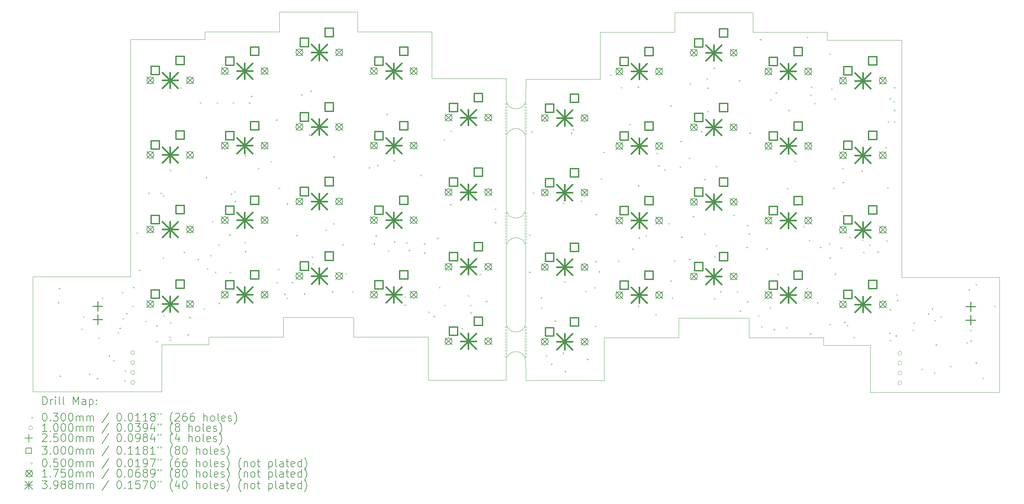
<source format=gbr>
%TF.GenerationSoftware,KiCad,Pcbnew,9.0.6*%
%TF.CreationDate,2025-12-27T17:50:53+00:00*%
%TF.ProjectId,Split Keyboard,53706c69-7420-44b6-9579-626f6172642e,rev?*%
%TF.SameCoordinates,Original*%
%TF.FileFunction,Drillmap*%
%TF.FilePolarity,Positive*%
%FSLAX45Y45*%
G04 Gerber Fmt 4.5, Leading zero omitted, Abs format (unit mm)*
G04 Created by KiCad (PCBNEW 9.0.6) date 2025-12-27 17:50:53*
%MOMM*%
%LPD*%
G01*
G04 APERTURE LIST*
%ADD10C,0.050000*%
%ADD11C,0.100000*%
%ADD12C,0.200000*%
%ADD13C,0.250000*%
%ADD14C,0.300000*%
%ADD15C,0.175000*%
%ADD16C,0.398780*%
G04 APERTURE END LIST*
D10*
X19246850Y-2888380D02*
X21246850Y-2888380D01*
X9146140Y-2873250D02*
X9146140Y-3373250D01*
X14942570Y-4621250D02*
X14942570Y-5097650D01*
X14942570Y-8887650D02*
X14942570Y-10797650D01*
X14942570Y-12172650D02*
X14942570Y-11797650D01*
X27346850Y-9648380D02*
X27546850Y-9648380D01*
X24246850Y-12488380D02*
X24246850Y-11388380D01*
X15442570Y-10797650D02*
X15442570Y-8887650D01*
X9246140Y-11173250D02*
X9246140Y-10673250D01*
X17346850Y-4588380D02*
X15497290Y-4588380D01*
X7246140Y-3573250D02*
X5346140Y-3573250D01*
X11046140Y-10673250D02*
X11046140Y-11173250D01*
X21146850Y-10688380D02*
X19346850Y-10688380D01*
X7346140Y-11173250D02*
X9246140Y-11173250D01*
X19346850Y-11188380D02*
X17446850Y-11188380D01*
X14729210Y-12273250D02*
X14842570Y-12272650D01*
X19246850Y-3388380D02*
X17346850Y-3388380D01*
X27226850Y-9648380D02*
X27346850Y-9648380D01*
X12946140Y-12273250D02*
X14729210Y-12273250D01*
X15447290Y-12288380D02*
X15445252Y-12185700D01*
X17446850Y-12288380D02*
X15613890Y-12288380D01*
X5346140Y-9373250D02*
X5346140Y-9573250D01*
X15442570Y-7887650D02*
X15442570Y-6097650D01*
X6146140Y-12473250D02*
X6146140Y-12573250D01*
X23146850Y-3388380D02*
X23146850Y-3588380D01*
X15445135Y-4611250D02*
X15442570Y-5097650D01*
X5346140Y-9633250D02*
X5346140Y-9573250D01*
X15497290Y-4588380D02*
X15445290Y-4588380D01*
X14942570Y-12172650D02*
X14942570Y-12271250D01*
X14942570Y-6097650D02*
X14942570Y-7887650D01*
X6146140Y-12473250D02*
X6146140Y-11373250D01*
X19246850Y-2888380D02*
X19246850Y-3388380D01*
X15445135Y-4611250D02*
X15445256Y-4588380D01*
X2846140Y-9633250D02*
X2846140Y-12573250D01*
X25046850Y-9648380D02*
X25046850Y-9588380D01*
X2846140Y-12573250D02*
X3046140Y-12573250D01*
X23046850Y-11188380D02*
X21146850Y-11188380D01*
X3166140Y-9633250D02*
X3046140Y-9633250D01*
X9246140Y-10673250D02*
X11046140Y-10673250D01*
X24246850Y-12488380D02*
X24246850Y-12588380D01*
X6146140Y-12573250D02*
X3046140Y-12573250D01*
X19346850Y-10688380D02*
X19346850Y-11188380D01*
X7246140Y-3373250D02*
X7246140Y-3573250D01*
X15613890Y-12288380D02*
X15447290Y-12288380D01*
X25046850Y-9388380D02*
X25046850Y-9588380D01*
X21146850Y-11188380D02*
X21146850Y-10688380D01*
X11146140Y-2873250D02*
X11146140Y-3373250D01*
X23046850Y-11388380D02*
X23046850Y-11188380D01*
X25046850Y-3588380D02*
X25046850Y-9388380D01*
X14927290Y-4573250D02*
X14942570Y-4573250D01*
X12946140Y-11173250D02*
X12946140Y-12273250D01*
X13046140Y-3373250D02*
X13046140Y-4573250D01*
X5346140Y-3573250D02*
X5346140Y-9373250D01*
X11146140Y-3373250D02*
X13046140Y-3373250D01*
X6146140Y-11373250D02*
X7346140Y-11373250D01*
X17346850Y-3388380D02*
X17346850Y-4588380D01*
X14942570Y-4621250D02*
X14942570Y-4573250D01*
X24246850Y-11388380D02*
X23046850Y-11388380D01*
X27546850Y-12588380D02*
X27346850Y-12588380D01*
X3166140Y-9633250D02*
X5346140Y-9633250D01*
X14842570Y-12272650D02*
X14942570Y-12272121D01*
X27546850Y-9648380D02*
X27546850Y-12588380D01*
X17446850Y-11188380D02*
X17446850Y-12288380D01*
X23146850Y-3588380D02*
X25046850Y-3588380D01*
X21246850Y-2888380D02*
X21246850Y-3388380D01*
X24246850Y-12588380D02*
X27346850Y-12588380D01*
X21246850Y-3388380D02*
X23146850Y-3388380D01*
X13046140Y-4573250D02*
X14927290Y-4573250D01*
X3046140Y-9633250D02*
X2846140Y-9633250D01*
X7346140Y-11373250D02*
X7346140Y-11173250D01*
X9146140Y-3373250D02*
X7246140Y-3373250D01*
X11146140Y-2873250D02*
X9146140Y-2873250D01*
X11046140Y-11173250D02*
X12946140Y-11173250D01*
X15445252Y-12185700D02*
X15442570Y-11797650D01*
X27226850Y-9648380D02*
X25046850Y-9648380D01*
D11*
X14942570Y-8887650D02*
G75*
G02*
X15442570Y-8887650I250000J0D01*
G01*
X15442570Y-7887650D02*
G75*
G02*
X14942570Y-7887650I-250000J0D01*
G01*
X14942570Y-11797650D02*
G75*
G02*
X15442570Y-11797650I250000J0D01*
G01*
X15442570Y-10797650D02*
G75*
G02*
X14942570Y-10797650I-250000J0D01*
G01*
X14942570Y-6097650D02*
G75*
G02*
X15442570Y-6097650I250000J0D01*
G01*
X15442570Y-5097650D02*
G75*
G02*
X14942570Y-5097650I-250000J0D01*
G01*
D12*
D11*
X3489640Y-10278750D02*
X3519640Y-10308750D01*
X3519640Y-10278750D02*
X3489640Y-10308750D01*
X3512140Y-9919250D02*
X3542140Y-9949250D01*
X3542140Y-9919250D02*
X3512140Y-9949250D01*
X3531140Y-12158250D02*
X3561140Y-12188250D01*
X3561140Y-12158250D02*
X3531140Y-12188250D01*
X4088140Y-10955250D02*
X4118140Y-10985250D01*
X4118140Y-10955250D02*
X4088140Y-10985250D01*
X4135140Y-10648250D02*
X4165140Y-10678250D01*
X4165140Y-10648250D02*
X4135140Y-10678250D01*
X4286140Y-12108250D02*
X4316140Y-12138250D01*
X4316140Y-12108250D02*
X4286140Y-12138250D01*
X4485000Y-12224250D02*
X4515000Y-12254250D01*
X4515000Y-12224250D02*
X4485000Y-12254250D01*
X4520140Y-11187250D02*
X4550140Y-11217250D01*
X4550140Y-11187250D02*
X4520140Y-11217250D01*
X4617140Y-10166250D02*
X4647140Y-10196250D01*
X4647140Y-10166250D02*
X4617140Y-10196250D01*
X4784140Y-11644250D02*
X4814140Y-11674250D01*
X4814140Y-11644250D02*
X4784140Y-11674250D01*
X4904945Y-11765055D02*
X4934945Y-11795055D01*
X4934945Y-11765055D02*
X4904945Y-11795055D01*
X5017140Y-11052250D02*
X5047140Y-11082250D01*
X5047140Y-11052250D02*
X5017140Y-11082250D01*
X5061140Y-10937250D02*
X5091140Y-10967250D01*
X5091140Y-10937250D02*
X5061140Y-10967250D01*
X5123140Y-10020250D02*
X5153140Y-10050250D01*
X5153140Y-10020250D02*
X5123140Y-10050250D01*
X5142140Y-10688250D02*
X5172140Y-10718250D01*
X5172140Y-10688250D02*
X5142140Y-10718250D01*
X5185000Y-12282450D02*
X5215000Y-12312450D01*
X5215000Y-12282450D02*
X5185000Y-12312450D01*
X5199813Y-12029437D02*
X5229813Y-12059437D01*
X5229813Y-12029437D02*
X5199813Y-12059437D01*
X5231140Y-10564250D02*
X5261140Y-10594250D01*
X5261140Y-10564250D02*
X5231140Y-10594250D01*
X5389690Y-10373250D02*
X5419690Y-10403250D01*
X5419690Y-10373250D02*
X5389690Y-10403250D01*
X5409490Y-9894581D02*
X5439490Y-9924581D01*
X5439490Y-9894581D02*
X5409490Y-9924581D01*
X5502140Y-8500250D02*
X5532140Y-8530250D01*
X5532140Y-8500250D02*
X5502140Y-8530250D01*
X5561140Y-9455250D02*
X5591140Y-9485250D01*
X5591140Y-9455250D02*
X5561140Y-9485250D01*
X5725140Y-10756250D02*
X5755140Y-10786250D01*
X5755140Y-10756250D02*
X5725140Y-10786250D01*
X5803140Y-7483250D02*
X5833140Y-7513250D01*
X5833140Y-7483250D02*
X5803140Y-7513250D01*
X5999390Y-11277000D02*
X6029390Y-11307000D01*
X6029390Y-11277000D02*
X5999390Y-11307000D01*
X6002140Y-10877250D02*
X6032140Y-10907250D01*
X6032140Y-10877250D02*
X6002140Y-10907250D01*
X6108290Y-7485250D02*
X6138290Y-7515250D01*
X6138290Y-7485250D02*
X6108290Y-7515250D01*
X6165140Y-9139250D02*
X6195140Y-9169250D01*
X6195140Y-9139250D02*
X6165140Y-9169250D01*
X6168290Y-7551250D02*
X6198290Y-7581250D01*
X6198290Y-7551250D02*
X6168290Y-7581250D01*
X6181243Y-10613000D02*
X6211243Y-10643000D01*
X6211243Y-10613000D02*
X6181243Y-10643000D01*
X6338051Y-11158629D02*
X6368051Y-11188629D01*
X6368051Y-11158629D02*
X6338051Y-11188629D01*
X6346797Y-11238150D02*
X6376797Y-11268150D01*
X6376797Y-11238150D02*
X6346797Y-11268150D01*
X6347140Y-10794250D02*
X6377140Y-10824250D01*
X6377140Y-10794250D02*
X6347140Y-10824250D01*
X6349640Y-6900450D02*
X6379640Y-6930450D01*
X6379640Y-6900450D02*
X6349640Y-6930450D01*
X6618140Y-4795250D02*
X6648140Y-4825250D01*
X6648140Y-4795250D02*
X6618140Y-4825250D01*
X6704140Y-8995250D02*
X6734140Y-9025250D01*
X6734140Y-8995250D02*
X6704140Y-9025250D01*
X6801140Y-11100250D02*
X6831140Y-11130250D01*
X6831140Y-11100250D02*
X6801140Y-11130250D01*
X6845140Y-10666250D02*
X6875140Y-10696250D01*
X6875140Y-10666250D02*
X6845140Y-10696250D01*
X7054577Y-9176813D02*
X7084577Y-9206813D01*
X7084577Y-9176813D02*
X7054577Y-9206813D01*
X7116140Y-5176325D02*
X7146140Y-5206325D01*
X7146140Y-5176325D02*
X7116140Y-5206325D01*
X7215140Y-10445250D02*
X7245140Y-10475250D01*
X7245140Y-10445250D02*
X7215140Y-10475250D01*
X7267140Y-7081325D02*
X7297140Y-7111325D01*
X7297140Y-7081325D02*
X7267140Y-7111325D01*
X7299077Y-9421313D02*
X7329077Y-9451313D01*
X7329077Y-9421313D02*
X7299077Y-9451313D01*
X7379140Y-9075250D02*
X7409140Y-9105250D01*
X7409140Y-9075250D02*
X7379140Y-9105250D01*
X7425140Y-8208250D02*
X7455140Y-8238250D01*
X7455140Y-8208250D02*
X7425140Y-8238250D01*
X7500140Y-9508250D02*
X7530140Y-9538250D01*
X7530140Y-9508250D02*
X7500140Y-9538250D01*
X7551140Y-5183250D02*
X7581140Y-5213250D01*
X7581140Y-5183250D02*
X7551140Y-5213250D01*
X7594240Y-8805450D02*
X7624240Y-8835450D01*
X7624240Y-8805450D02*
X7594240Y-8835450D01*
X7594240Y-10302250D02*
X7624240Y-10332250D01*
X7624240Y-10302250D02*
X7594240Y-10332250D01*
X7866140Y-8551250D02*
X7896140Y-8581250D01*
X7896140Y-8551250D02*
X7866140Y-8581250D01*
X7881140Y-9508250D02*
X7911140Y-9538250D01*
X7911140Y-9508250D02*
X7881140Y-9538250D01*
X7905140Y-7508250D02*
X7935140Y-7538250D01*
X7935140Y-7508250D02*
X7905140Y-7538250D01*
X7957140Y-5176250D02*
X7987140Y-5206250D01*
X7987140Y-5176250D02*
X7957140Y-5206250D01*
X8002390Y-7446550D02*
X8032390Y-7476550D01*
X8032390Y-7446550D02*
X8002390Y-7476550D01*
X8002390Y-7697250D02*
X8032390Y-7727250D01*
X8032390Y-7697250D02*
X8002390Y-7727250D01*
X8257140Y-8742250D02*
X8287140Y-8772250D01*
X8287140Y-8742250D02*
X8257140Y-8772250D01*
X8265190Y-6522453D02*
X8295190Y-6552453D01*
X8295190Y-6522453D02*
X8265190Y-6552453D01*
X8266140Y-8976250D02*
X8296140Y-9006250D01*
X8296140Y-8976250D02*
X8266140Y-9006250D01*
X8369140Y-5179250D02*
X8399140Y-5209250D01*
X8399140Y-5179250D02*
X8369140Y-5209250D01*
X8421140Y-5010250D02*
X8451140Y-5040250D01*
X8451140Y-5010250D02*
X8421140Y-5040250D01*
X8597540Y-6849650D02*
X8627540Y-6879650D01*
X8627540Y-6849650D02*
X8597540Y-6879650D01*
X8916515Y-6676625D02*
X8946515Y-6706625D01*
X8946515Y-6676625D02*
X8916515Y-6706625D01*
X9060720Y-5613829D02*
X9090720Y-5643829D01*
X9090720Y-5613829D02*
X9060720Y-5643829D01*
X9071140Y-9768250D02*
X9101140Y-9798250D01*
X9101140Y-9768250D02*
X9071140Y-9798250D01*
X9114140Y-9433250D02*
X9144140Y-9463250D01*
X9144140Y-9433250D02*
X9114140Y-9463250D01*
X9131140Y-7358250D02*
X9161140Y-7388250D01*
X9161140Y-7358250D02*
X9131140Y-7388250D01*
X9271140Y-10068250D02*
X9301140Y-10098250D01*
X9301140Y-10068250D02*
X9271140Y-10098250D01*
X9331140Y-7758250D02*
X9361140Y-7788250D01*
X9361140Y-7758250D02*
X9331140Y-7788250D01*
X9331140Y-10166125D02*
X9361140Y-10196125D01*
X9361140Y-10166125D02*
X9331140Y-10196125D01*
X9461140Y-9768250D02*
X9491140Y-9798250D01*
X9491140Y-9768250D02*
X9461140Y-9798250D01*
X9583140Y-8565250D02*
X9613140Y-8595250D01*
X9613140Y-8565250D02*
X9583140Y-8595250D01*
X9704720Y-4969830D02*
X9734720Y-4999830D01*
X9734720Y-4969830D02*
X9704720Y-4999830D01*
X9771140Y-10058250D02*
X9801140Y-10088250D01*
X9801140Y-10058250D02*
X9771140Y-10088250D01*
X9902140Y-6001250D02*
X9932140Y-6031250D01*
X9932140Y-6001250D02*
X9902140Y-6031250D01*
X9941140Y-4876250D02*
X9971140Y-4906250D01*
X9971140Y-4876250D02*
X9941140Y-4906250D01*
X9975714Y-9115677D02*
X10005714Y-9145677D01*
X10005714Y-9115677D02*
X9975714Y-9145677D01*
X9996140Y-9288375D02*
X10026140Y-9318375D01*
X10026140Y-9288375D02*
X9996140Y-9318375D01*
X10326140Y-8423250D02*
X10356140Y-8453250D01*
X10356140Y-8423250D02*
X10326140Y-8453250D01*
X10493140Y-9998250D02*
X10523140Y-10028250D01*
X10523140Y-9998250D02*
X10493140Y-10028250D01*
X10521140Y-8266250D02*
X10551140Y-8296250D01*
X10551140Y-8266250D02*
X10521140Y-8296250D01*
X10531140Y-6558250D02*
X10561140Y-6588250D01*
X10561140Y-6558250D02*
X10531140Y-6588250D01*
X10759140Y-8798250D02*
X10789140Y-8828250D01*
X10789140Y-8798250D02*
X10759140Y-8828250D01*
X10843890Y-9543250D02*
X10873890Y-9573250D01*
X10873890Y-9543250D02*
X10843890Y-9573250D01*
X11014140Y-9998250D02*
X11044140Y-10028250D01*
X11044140Y-9998250D02*
X11014140Y-10028250D01*
X11431140Y-6832375D02*
X11461140Y-6862375D01*
X11461140Y-6832375D02*
X11431140Y-6862375D01*
X11557140Y-8782250D02*
X11587140Y-8812250D01*
X11587140Y-8782250D02*
X11557140Y-8812250D01*
X11602140Y-8576250D02*
X11632140Y-8606250D01*
X11632140Y-8576250D02*
X11602140Y-8606250D01*
X11644140Y-6772250D02*
X11674140Y-6802250D01*
X11674140Y-6772250D02*
X11644140Y-6802250D01*
X11880140Y-5471250D02*
X11910140Y-5501250D01*
X11910140Y-5471250D02*
X11880140Y-5501250D01*
X11920262Y-8959275D02*
X11950262Y-8989275D01*
X11950262Y-8959275D02*
X11920262Y-8989275D01*
X12065140Y-6653250D02*
X12095140Y-6683250D01*
X12095140Y-6653250D02*
X12065140Y-6683250D01*
X12076140Y-8729250D02*
X12106140Y-8759250D01*
X12106140Y-8729250D02*
X12076140Y-8759250D01*
X12343390Y-10145250D02*
X12373390Y-10175250D01*
X12373390Y-10145250D02*
X12343390Y-10175250D01*
X12343390Y-10343250D02*
X12373390Y-10373250D01*
X12373390Y-10343250D02*
X12343390Y-10373250D01*
X12394140Y-8756250D02*
X12424140Y-8786250D01*
X12424140Y-8756250D02*
X12394140Y-8786250D01*
X12453140Y-8947250D02*
X12483140Y-8977250D01*
X12483140Y-8947250D02*
X12453140Y-8977250D01*
X12757915Y-7028475D02*
X12787915Y-7058475D01*
X12787915Y-7028475D02*
X12757915Y-7058475D01*
X12840140Y-8775250D02*
X12870140Y-8805250D01*
X12870140Y-8775250D02*
X12840140Y-8805250D01*
X12840140Y-9015250D02*
X12870140Y-9045250D01*
X12870140Y-9015250D02*
X12840140Y-9045250D01*
X12958140Y-10523250D02*
X12988140Y-10553250D01*
X12988140Y-10523250D02*
X12958140Y-10553250D01*
X13082590Y-10633700D02*
X13112590Y-10663700D01*
X13112590Y-10633700D02*
X13082590Y-10663700D01*
X13176315Y-8634975D02*
X13206315Y-8664975D01*
X13206315Y-8634975D02*
X13176315Y-8664975D01*
X13227640Y-9893750D02*
X13257640Y-9923750D01*
X13257640Y-9893750D02*
X13227640Y-9923750D01*
X13345140Y-6118000D02*
X13375140Y-6148000D01*
X13375140Y-6118000D02*
X13345140Y-6148000D01*
X13363590Y-10352700D02*
X13393590Y-10382700D01*
X13393590Y-10352700D02*
X13363590Y-10382700D01*
X13508415Y-7778975D02*
X13538415Y-7808975D01*
X13538415Y-7778975D02*
X13508415Y-7808975D01*
X13520140Y-5902250D02*
X13550140Y-5932250D01*
X13550140Y-5902250D02*
X13520140Y-5932250D01*
X13804140Y-10942250D02*
X13834140Y-10972250D01*
X13834140Y-10942250D02*
X13804140Y-10972250D01*
X13961590Y-10104700D02*
X13991590Y-10134700D01*
X13991590Y-10104700D02*
X13961590Y-10134700D01*
X14022190Y-10351250D02*
X14052190Y-10381250D01*
X14052190Y-10351250D02*
X14022190Y-10381250D01*
X14022190Y-10540250D02*
X14052190Y-10570250D01*
X14052190Y-10540250D02*
X14022190Y-10570250D01*
X14273140Y-9559250D02*
X14303140Y-9589250D01*
X14303140Y-9559250D02*
X14273140Y-9589250D01*
X14425140Y-10250250D02*
X14455140Y-10280250D01*
X14455140Y-10250250D02*
X14425140Y-10280250D01*
X14652640Y-7890750D02*
X14682640Y-7920750D01*
X14682640Y-7890750D02*
X14652640Y-7920750D01*
X14652640Y-8233250D02*
X14682640Y-8263250D01*
X14682640Y-8233250D02*
X14652640Y-8263250D01*
X15527490Y-8553250D02*
X15557490Y-8583250D01*
X15557490Y-8553250D02*
X15527490Y-8583250D01*
X15527490Y-9504250D02*
X15557490Y-9534250D01*
X15557490Y-9504250D02*
X15527490Y-9534250D01*
X15585850Y-5910250D02*
X15615850Y-5940250D01*
X15615850Y-5910250D02*
X15585850Y-5940250D01*
X15627480Y-7476690D02*
X15657480Y-7506690D01*
X15657480Y-7476690D02*
X15627480Y-7506690D01*
X15825850Y-10160250D02*
X15855850Y-10190250D01*
X15855850Y-10160250D02*
X15825850Y-10190250D01*
X15835850Y-10420250D02*
X15865850Y-10450250D01*
X15865850Y-10420250D02*
X15835850Y-10450250D01*
X15955910Y-11634120D02*
X15985910Y-11664120D01*
X15985910Y-11634120D02*
X15955910Y-11664120D01*
X16089960Y-11852190D02*
X16119960Y-11882190D01*
X16119960Y-11852190D02*
X16089960Y-11882190D01*
X16175850Y-10750250D02*
X16205850Y-10780250D01*
X16205850Y-10750250D02*
X16175850Y-10780250D01*
X16383423Y-11574120D02*
X16413423Y-11604120D01*
X16413423Y-11574120D02*
X16383423Y-11604120D01*
X16403160Y-7745620D02*
X16433160Y-7775620D01*
X16433160Y-7745620D02*
X16403160Y-7775620D01*
X16421850Y-9748370D02*
X16451850Y-9778370D01*
X16451850Y-9748370D02*
X16421850Y-9778370D01*
X16435850Y-12040250D02*
X16465850Y-12070250D01*
X16465850Y-12040250D02*
X16435850Y-12070250D01*
X16596850Y-5952630D02*
X16626850Y-5982630D01*
X16626850Y-5952630D02*
X16596850Y-5982630D01*
X16640570Y-5859410D02*
X16670570Y-5889410D01*
X16670570Y-5859410D02*
X16640570Y-5889410D01*
X16845850Y-7690250D02*
X16875850Y-7720250D01*
X16875850Y-7690250D02*
X16845850Y-7720250D01*
X16965850Y-9990250D02*
X16995850Y-10020250D01*
X16995850Y-9990250D02*
X16965850Y-10020250D01*
X17005850Y-11730250D02*
X17035850Y-11760250D01*
X17035850Y-11730250D02*
X17005850Y-11760250D01*
X17195050Y-9896730D02*
X17225050Y-9926730D01*
X17225050Y-9896730D02*
X17195050Y-9926730D01*
X17207114Y-10884480D02*
X17237114Y-10914480D01*
X17237114Y-10884480D02*
X17207114Y-10914480D01*
X17215850Y-9230250D02*
X17245850Y-9260250D01*
X17245850Y-9230250D02*
X17215850Y-9260250D01*
X17225850Y-8030250D02*
X17255850Y-8060250D01*
X17255850Y-8030250D02*
X17225850Y-8060250D01*
X17308620Y-9490570D02*
X17338620Y-9520570D01*
X17338620Y-9490570D02*
X17308620Y-9520570D01*
X17363440Y-7121280D02*
X17393440Y-7151280D01*
X17393440Y-7121280D02*
X17363440Y-7151280D01*
X17425850Y-6440250D02*
X17455850Y-6470250D01*
X17455850Y-6440250D02*
X17425850Y-6470250D01*
X17598740Y-4460960D02*
X17628740Y-4490960D01*
X17628740Y-4460960D02*
X17598740Y-4490960D01*
X17795850Y-9220250D02*
X17825850Y-9250250D01*
X17825850Y-9220250D02*
X17795850Y-9250250D01*
X17869620Y-4782830D02*
X17899620Y-4812830D01*
X17899620Y-4782830D02*
X17869620Y-4812830D01*
X18085850Y-5730250D02*
X18115850Y-5760250D01*
X18115850Y-5730250D02*
X18085850Y-5760250D01*
X18160400Y-8912340D02*
X18190400Y-8942340D01*
X18190400Y-8912340D02*
X18160400Y-8942340D01*
X18302650Y-4770400D02*
X18332650Y-4800400D01*
X18332650Y-4770400D02*
X18302650Y-4800400D01*
X18305850Y-7300250D02*
X18335850Y-7330250D01*
X18335850Y-7300250D02*
X18305850Y-7330250D01*
X18305930Y-10373410D02*
X18335930Y-10403410D01*
X18335930Y-10373410D02*
X18305930Y-10403410D01*
X18324990Y-8630410D02*
X18354990Y-8660410D01*
X18354990Y-8630410D02*
X18324990Y-8660410D01*
X18501850Y-8572000D02*
X18531850Y-8602000D01*
X18531850Y-8572000D02*
X18501850Y-8602000D01*
X18525850Y-10270250D02*
X18555850Y-10300250D01*
X18555850Y-10270250D02*
X18525850Y-10300250D01*
X18755850Y-10590250D02*
X18785850Y-10620250D01*
X18785850Y-10590250D02*
X18755850Y-10620250D01*
X18785850Y-6470250D02*
X18815850Y-6500250D01*
X18815850Y-6470250D02*
X18785850Y-6500250D01*
X18821370Y-6791830D02*
X18851370Y-6821830D01*
X18851370Y-6791830D02*
X18821370Y-6821830D01*
X18985850Y-6890250D02*
X19015850Y-6920250D01*
X19015850Y-6890250D02*
X18985850Y-6920250D01*
X19085850Y-8260250D02*
X19115850Y-8290250D01*
X19115850Y-8260250D02*
X19085850Y-8290250D01*
X19135850Y-5250250D02*
X19165850Y-5280250D01*
X19165850Y-5250250D02*
X19135850Y-5280250D01*
X19135850Y-9730250D02*
X19165850Y-9760250D01*
X19165850Y-9730250D02*
X19135850Y-9760250D01*
X19175850Y-10160250D02*
X19205850Y-10190250D01*
X19205850Y-10160250D02*
X19175850Y-10190250D01*
X19224100Y-9213170D02*
X19254100Y-9243170D01*
X19254100Y-9213170D02*
X19224100Y-9243170D01*
X19376950Y-6814340D02*
X19406950Y-6844340D01*
X19406950Y-6814340D02*
X19376950Y-6844340D01*
X19395850Y-6160250D02*
X19425850Y-6190250D01*
X19425850Y-6160250D02*
X19395850Y-6190250D01*
X19412430Y-8606920D02*
X19442430Y-8636920D01*
X19442430Y-8606920D02*
X19412430Y-8636920D01*
X19608120Y-6589790D02*
X19638120Y-6619790D01*
X19638120Y-6589790D02*
X19608120Y-6619790D01*
X19616100Y-9172760D02*
X19646100Y-9202760D01*
X19646100Y-9172760D02*
X19616100Y-9202760D01*
X19631220Y-4691250D02*
X19661220Y-4721250D01*
X19661220Y-4691250D02*
X19631220Y-4721250D01*
X19708200Y-8080830D02*
X19738200Y-8110830D01*
X19738200Y-8080830D02*
X19708200Y-8110830D01*
X19915850Y-5910250D02*
X19945850Y-5940250D01*
X19945850Y-5910250D02*
X19915850Y-5940250D01*
X20003810Y-7134170D02*
X20033810Y-7164170D01*
X20033810Y-7134170D02*
X20003810Y-7164170D01*
X20003810Y-8528280D02*
X20033810Y-8558280D01*
X20033810Y-8528280D02*
X20003810Y-8558280D01*
X20064260Y-4565300D02*
X20094260Y-4595300D01*
X20094260Y-4565300D02*
X20064260Y-4595300D01*
X20080490Y-5394000D02*
X20110490Y-5424000D01*
X20110490Y-5394000D02*
X20080490Y-5424000D01*
X20085550Y-4800700D02*
X20115550Y-4830700D01*
X20115550Y-4800700D02*
X20085550Y-4830700D01*
X20239230Y-4289600D02*
X20269230Y-4319600D01*
X20269230Y-4289600D02*
X20239230Y-4319600D01*
X20251950Y-10180100D02*
X20281950Y-10210100D01*
X20281950Y-10180100D02*
X20251950Y-10210100D01*
X20256950Y-9102540D02*
X20286950Y-9132540D01*
X20286950Y-9102540D02*
X20256950Y-9132540D01*
X20299420Y-6800380D02*
X20329420Y-6830380D01*
X20329420Y-6800380D02*
X20299420Y-6830380D01*
X20299420Y-8825330D02*
X20329420Y-8855330D01*
X20329420Y-8825330D02*
X20299420Y-8855330D01*
X20406850Y-10000750D02*
X20436850Y-10030750D01*
X20436850Y-10000750D02*
X20406850Y-10030750D01*
X20745850Y-8050250D02*
X20775850Y-8080250D01*
X20775850Y-8050250D02*
X20745850Y-8080250D01*
X20835850Y-10000250D02*
X20865850Y-10030250D01*
X20865850Y-10000250D02*
X20835850Y-10030250D01*
X20885850Y-4610250D02*
X20915850Y-4640250D01*
X20915850Y-4610250D02*
X20885850Y-4640250D01*
X20905850Y-10500250D02*
X20935850Y-10530250D01*
X20935850Y-10500250D02*
X20905850Y-10530250D01*
X21081650Y-8869940D02*
X21111650Y-8899940D01*
X21111650Y-8869940D02*
X21081650Y-8899940D01*
X21094530Y-8310200D02*
X21124530Y-8340200D01*
X21124530Y-8310200D02*
X21094530Y-8340200D01*
X21095850Y-10260250D02*
X21125850Y-10290250D01*
X21125850Y-10260250D02*
X21095850Y-10290250D01*
X21134860Y-8528280D02*
X21164860Y-8558280D01*
X21164860Y-8528280D02*
X21134860Y-8558280D01*
X21155850Y-5950250D02*
X21185850Y-5980250D01*
X21185850Y-5950250D02*
X21155850Y-5980250D01*
X21375850Y-10620250D02*
X21405850Y-10650250D01*
X21405850Y-10620250D02*
X21375850Y-10650250D01*
X21425850Y-3560250D02*
X21455850Y-3590250D01*
X21455850Y-3560250D02*
X21425850Y-3590250D01*
X21455850Y-10900250D02*
X21485850Y-10930250D01*
X21485850Y-10900250D02*
X21455850Y-10930250D01*
X21595900Y-8899150D02*
X21625900Y-8929150D01*
X21625900Y-8899150D02*
X21595900Y-8929150D01*
X21675850Y-10420250D02*
X21705850Y-10450250D01*
X21705850Y-10420250D02*
X21675850Y-10450250D01*
X21687760Y-5106100D02*
X21717760Y-5136100D01*
X21717760Y-5106100D02*
X21687760Y-5136100D01*
X21773030Y-10967760D02*
X21803030Y-10997760D01*
X21803030Y-10967760D02*
X21773030Y-10997760D01*
X21823850Y-4923460D02*
X21853850Y-4953460D01*
X21853850Y-4923460D02*
X21823850Y-4953460D01*
X21875850Y-9560250D02*
X21905850Y-9590250D01*
X21905850Y-9560250D02*
X21875850Y-9590250D01*
X22094024Y-10921291D02*
X22124024Y-10951291D01*
X22124024Y-10921291D02*
X22094024Y-10951291D01*
X22115850Y-7370250D02*
X22145850Y-7400250D01*
X22145850Y-7370250D02*
X22115850Y-7400250D01*
X22151470Y-5366870D02*
X22181470Y-5396870D01*
X22181470Y-5366870D02*
X22151470Y-5396870D01*
X22311850Y-6667000D02*
X22341850Y-6697000D01*
X22341850Y-6667000D02*
X22311850Y-6697000D01*
X22525850Y-10220250D02*
X22555850Y-10250250D01*
X22555850Y-10220250D02*
X22525850Y-10250250D01*
X22535850Y-8340250D02*
X22565850Y-8370250D01*
X22565850Y-8340250D02*
X22535850Y-8370250D01*
X22615850Y-9920250D02*
X22645850Y-9950250D01*
X22645850Y-9920250D02*
X22615850Y-9950250D01*
X22625850Y-3500250D02*
X22655850Y-3530250D01*
X22655850Y-3500250D02*
X22625850Y-3530250D01*
X22675850Y-8690250D02*
X22705850Y-8720250D01*
X22705850Y-8690250D02*
X22675850Y-8720250D01*
X22705850Y-11080250D02*
X22735850Y-11110250D01*
X22735850Y-11080250D02*
X22705850Y-11110250D01*
X22715850Y-4980250D02*
X22745850Y-5010250D01*
X22745850Y-4980250D02*
X22715850Y-5010250D01*
X22725850Y-4770250D02*
X22755850Y-4800250D01*
X22755850Y-4770250D02*
X22725850Y-4800250D01*
X22815850Y-5190250D02*
X22845850Y-5220250D01*
X22845850Y-5190250D02*
X22815850Y-5220250D01*
X22881010Y-10282220D02*
X22911010Y-10312220D01*
X22911010Y-10282220D02*
X22881010Y-10312220D01*
X22959910Y-8869940D02*
X22989910Y-8899940D01*
X22989910Y-8869940D02*
X22959910Y-8899940D01*
X23185850Y-8780250D02*
X23215850Y-8810250D01*
X23215850Y-8780250D02*
X23185850Y-8810250D01*
X23195850Y-3930250D02*
X23225850Y-3960250D01*
X23225850Y-3930250D02*
X23195850Y-3960250D01*
X23205850Y-9140250D02*
X23235850Y-9170250D01*
X23235850Y-9140250D02*
X23205850Y-9170250D01*
X23205850Y-10840250D02*
X23235850Y-10870250D01*
X23235850Y-10840250D02*
X23205850Y-10870250D01*
X23248290Y-4826400D02*
X23278290Y-4856400D01*
X23278290Y-4826400D02*
X23248290Y-4856400D01*
X23295850Y-7360250D02*
X23325850Y-7390250D01*
X23325850Y-7360250D02*
X23295850Y-7390250D01*
X23330810Y-5072320D02*
X23360810Y-5102320D01*
X23360810Y-5072320D02*
X23330810Y-5102320D01*
X23335850Y-9550250D02*
X23365850Y-9580250D01*
X23365850Y-9550250D02*
X23335850Y-9580250D01*
X23488840Y-8882280D02*
X23518840Y-8912280D01*
X23518840Y-8882280D02*
X23488840Y-8912280D01*
X23507980Y-7951460D02*
X23537980Y-7981460D01*
X23537980Y-7951460D02*
X23507980Y-7981460D01*
X23536060Y-6857220D02*
X23566060Y-6887220D01*
X23566060Y-6857220D02*
X23536060Y-6887220D01*
X23536060Y-7208740D02*
X23566060Y-7238740D01*
X23566060Y-7208740D02*
X23536060Y-7238740D01*
X23577840Y-10781350D02*
X23607840Y-10811350D01*
X23607840Y-10781350D02*
X23577840Y-10811350D01*
X23643260Y-10874260D02*
X23673260Y-10904260D01*
X23673260Y-10874260D02*
X23643260Y-10904260D01*
X23705850Y-8610250D02*
X23735850Y-8640250D01*
X23735850Y-8610250D02*
X23705850Y-8640250D01*
X23815850Y-11170250D02*
X23845850Y-11200250D01*
X23845850Y-11170250D02*
X23815850Y-11200250D01*
X24019950Y-6918410D02*
X24049950Y-6948410D01*
X24049950Y-6918410D02*
X24019950Y-6948410D01*
X24035850Y-8680250D02*
X24065850Y-8710250D01*
X24065850Y-8680250D02*
X24035850Y-8710250D01*
X24065700Y-8995690D02*
X24095700Y-9025690D01*
X24095700Y-8995690D02*
X24065700Y-9025690D01*
X24216850Y-8810130D02*
X24246850Y-8840130D01*
X24246850Y-8810130D02*
X24216850Y-8840130D01*
X24425850Y-8990250D02*
X24455850Y-9020250D01*
X24455850Y-8990250D02*
X24425850Y-9020250D01*
X24625850Y-6320250D02*
X24655850Y-6350250D01*
X24655850Y-6320250D02*
X24625850Y-6350250D01*
X24655850Y-8700250D02*
X24685850Y-8730250D01*
X24685850Y-8700250D02*
X24655850Y-8730250D01*
X24675850Y-7350250D02*
X24705850Y-7380250D01*
X24705850Y-7350250D02*
X24675850Y-7380250D01*
X24692290Y-5661420D02*
X24722290Y-5691420D01*
X24722290Y-5661420D02*
X24692290Y-5691420D01*
X24730000Y-11062000D02*
X24760000Y-11092000D01*
X24760000Y-11062000D02*
X24730000Y-11092000D01*
X24733570Y-5072320D02*
X24763570Y-5102320D01*
X24763570Y-5072320D02*
X24733570Y-5102320D01*
X24735850Y-10460250D02*
X24765850Y-10490250D01*
X24765850Y-10460250D02*
X24735850Y-10490250D01*
X24745830Y-11245610D02*
X24775830Y-11275610D01*
X24775830Y-11245610D02*
X24745830Y-11275610D01*
X24836500Y-5147560D02*
X24866500Y-5177560D01*
X24866500Y-5147560D02*
X24836500Y-5177560D01*
X24845850Y-4790250D02*
X24875850Y-4820250D01*
X24875850Y-4790250D02*
X24845850Y-4820250D01*
X24850090Y-5366870D02*
X24880090Y-5396870D01*
X24880090Y-5366870D02*
X24850090Y-5396870D01*
X24850090Y-5661420D02*
X24880090Y-5691420D01*
X24880090Y-5661420D02*
X24850090Y-5691420D01*
X24890000Y-11130000D02*
X24920000Y-11160000D01*
X24920000Y-11130000D02*
X24890000Y-11160000D01*
X24910950Y-10079710D02*
X24940950Y-10109710D01*
X24940950Y-10079710D02*
X24910950Y-10109710D01*
X24921150Y-10224270D02*
X24951150Y-10254270D01*
X24951150Y-10224270D02*
X24921150Y-10254270D01*
X25327030Y-10988400D02*
X25357030Y-11018400D01*
X25357030Y-10988400D02*
X25327030Y-11018400D01*
X25352410Y-10800440D02*
X25382410Y-10830440D01*
X25382410Y-10800440D02*
X25352410Y-10830440D01*
X25548000Y-11983000D02*
X25578000Y-12013000D01*
X25578000Y-11983000D02*
X25548000Y-12013000D01*
X25713150Y-10565090D02*
X25743150Y-10595090D01*
X25743150Y-10565090D02*
X25713150Y-10595090D01*
X25815850Y-10440250D02*
X25845850Y-10470250D01*
X25845850Y-10440250D02*
X25815850Y-10470250D01*
X25865850Y-12080250D02*
X25895850Y-12110250D01*
X25895850Y-12080250D02*
X25865850Y-12110250D01*
X25887630Y-10736650D02*
X25917630Y-10766650D01*
X25917630Y-10736650D02*
X25887630Y-10766650D01*
X25916010Y-11359460D02*
X25946010Y-11389460D01*
X25946010Y-11359460D02*
X25916010Y-11389460D01*
X26037050Y-10647250D02*
X26067050Y-10677250D01*
X26067050Y-10647250D02*
X26037050Y-10677250D01*
X26285440Y-11913400D02*
X26315440Y-11943400D01*
X26315440Y-11913400D02*
X26285440Y-11943400D01*
X26699210Y-11303770D02*
X26729210Y-11333770D01*
X26729210Y-11303770D02*
X26699210Y-11333770D01*
X26755090Y-9956310D02*
X26785090Y-9986310D01*
X26785090Y-9956310D02*
X26755090Y-9986310D01*
X26801560Y-10991430D02*
X26831560Y-11021430D01*
X26831560Y-10991430D02*
X26801560Y-11021430D01*
X26802840Y-11257870D02*
X26832840Y-11287870D01*
X26832840Y-11257870D02*
X26802840Y-11287870D01*
X26934350Y-11822550D02*
X26964350Y-11852550D01*
X26964350Y-11822550D02*
X26934350Y-11852550D01*
X26940380Y-9824080D02*
X26970380Y-9854080D01*
X26970380Y-9824080D02*
X26940380Y-9854080D01*
X27115850Y-12220250D02*
X27145850Y-12250250D01*
X27145850Y-12220250D02*
X27115850Y-12250250D01*
X27412600Y-10374220D02*
X27442600Y-10404220D01*
X27442600Y-10374220D02*
X27412600Y-10404220D01*
X5450000Y-11575000D02*
G75*
G02*
X5350000Y-11575000I-50000J0D01*
G01*
X5350000Y-11575000D02*
G75*
G02*
X5450000Y-11575000I50000J0D01*
G01*
X5450000Y-11829000D02*
G75*
G02*
X5350000Y-11829000I-50000J0D01*
G01*
X5350000Y-11829000D02*
G75*
G02*
X5450000Y-11829000I50000J0D01*
G01*
X5450000Y-12083000D02*
G75*
G02*
X5350000Y-12083000I-50000J0D01*
G01*
X5350000Y-12083000D02*
G75*
G02*
X5450000Y-12083000I50000J0D01*
G01*
X5450000Y-12337000D02*
G75*
G02*
X5350000Y-12337000I-50000J0D01*
G01*
X5350000Y-12337000D02*
G75*
G02*
X5450000Y-12337000I50000J0D01*
G01*
X25050000Y-11585980D02*
G75*
G02*
X24950000Y-11585980I-50000J0D01*
G01*
X24950000Y-11585980D02*
G75*
G02*
X25050000Y-11585980I50000J0D01*
G01*
X25050000Y-11839980D02*
G75*
G02*
X24950000Y-11839980I-50000J0D01*
G01*
X24950000Y-11839980D02*
G75*
G02*
X25050000Y-11839980I50000J0D01*
G01*
X25050000Y-12093980D02*
G75*
G02*
X24950000Y-12093980I-50000J0D01*
G01*
X24950000Y-12093980D02*
G75*
G02*
X25050000Y-12093980I50000J0D01*
G01*
X25050000Y-12347980D02*
G75*
G02*
X24950000Y-12347980I-50000J0D01*
G01*
X24950000Y-12347980D02*
G75*
G02*
X25050000Y-12347980I50000J0D01*
G01*
D13*
X4504490Y-10264890D02*
X4504490Y-10514890D01*
X4379490Y-10389890D02*
X4629490Y-10389890D01*
X4504490Y-10604890D02*
X4504490Y-10854890D01*
X4379490Y-10729890D02*
X4629490Y-10729890D01*
X26810650Y-10274520D02*
X26810650Y-10524520D01*
X26685650Y-10399520D02*
X26935650Y-10399520D01*
X26810650Y-10614520D02*
X26810650Y-10864520D01*
X26685650Y-10739520D02*
X26935650Y-10739520D01*
D14*
X6083357Y-4468817D02*
X6083357Y-4256683D01*
X5871223Y-4256683D01*
X5871223Y-4468817D01*
X6083357Y-4468817D01*
X6083357Y-6373817D02*
X6083357Y-6161683D01*
X5871223Y-6161683D01*
X5871223Y-6373817D01*
X6083357Y-6373817D01*
X6083357Y-8278817D02*
X6083357Y-8066683D01*
X5871223Y-8066683D01*
X5871223Y-8278817D01*
X6083357Y-8278817D01*
X6083357Y-10183817D02*
X6083357Y-9971683D01*
X5871223Y-9971683D01*
X5871223Y-10183817D01*
X6083357Y-10183817D01*
X6718357Y-4214817D02*
X6718357Y-4002683D01*
X6506223Y-4002683D01*
X6506223Y-4214817D01*
X6718357Y-4214817D01*
X6718357Y-6119817D02*
X6718357Y-5907683D01*
X6506223Y-5907683D01*
X6506223Y-6119817D01*
X6718357Y-6119817D01*
X6718357Y-8024817D02*
X6718357Y-7812683D01*
X6506223Y-7812683D01*
X6506223Y-8024817D01*
X6718357Y-8024817D01*
X6718357Y-9929817D02*
X6718357Y-9717683D01*
X6506223Y-9717683D01*
X6506223Y-9929817D01*
X6718357Y-9929817D01*
X7988357Y-4230692D02*
X7988357Y-4018558D01*
X7776223Y-4018558D01*
X7776223Y-4230692D01*
X7988357Y-4230692D01*
X7988357Y-6135692D02*
X7988357Y-5923558D01*
X7776223Y-5923558D01*
X7776223Y-6135692D01*
X7988357Y-6135692D01*
X7988357Y-8040692D02*
X7988357Y-7828558D01*
X7776223Y-7828558D01*
X7776223Y-8040692D01*
X7988357Y-8040692D01*
X7988357Y-9945692D02*
X7988357Y-9733558D01*
X7776223Y-9733558D01*
X7776223Y-9945692D01*
X7988357Y-9945692D01*
X8623357Y-3976692D02*
X8623357Y-3764558D01*
X8411223Y-3764558D01*
X8411223Y-3976692D01*
X8623357Y-3976692D01*
X8623357Y-5881692D02*
X8623357Y-5669558D01*
X8411223Y-5669558D01*
X8411223Y-5881692D01*
X8623357Y-5881692D01*
X8623357Y-7786692D02*
X8623357Y-7574558D01*
X8411223Y-7574558D01*
X8411223Y-7786692D01*
X8623357Y-7786692D01*
X8623357Y-9691692D02*
X8623357Y-9479558D01*
X8411223Y-9479558D01*
X8411223Y-9691692D01*
X8623357Y-9691692D01*
X9893357Y-3754442D02*
X9893357Y-3542308D01*
X9681223Y-3542308D01*
X9681223Y-3754442D01*
X9893357Y-3754442D01*
X9893357Y-5659442D02*
X9893357Y-5447308D01*
X9681223Y-5447308D01*
X9681223Y-5659442D01*
X9893357Y-5659442D01*
X9893357Y-7564442D02*
X9893357Y-7352308D01*
X9681223Y-7352308D01*
X9681223Y-7564442D01*
X9893357Y-7564442D01*
X9893357Y-9469442D02*
X9893357Y-9257308D01*
X9681223Y-9257308D01*
X9681223Y-9469442D01*
X9893357Y-9469442D01*
X10528357Y-3500442D02*
X10528357Y-3288308D01*
X10316223Y-3288308D01*
X10316223Y-3500442D01*
X10528357Y-3500442D01*
X10528357Y-5405442D02*
X10528357Y-5193308D01*
X10316223Y-5193308D01*
X10316223Y-5405442D01*
X10528357Y-5405442D01*
X10528357Y-7310442D02*
X10528357Y-7098308D01*
X10316223Y-7098308D01*
X10316223Y-7310442D01*
X10528357Y-7310442D01*
X10528357Y-9215442D02*
X10528357Y-9003308D01*
X10316223Y-9003308D01*
X10316223Y-9215442D01*
X10528357Y-9215442D01*
X11798357Y-4230692D02*
X11798357Y-4018558D01*
X11586223Y-4018558D01*
X11586223Y-4230692D01*
X11798357Y-4230692D01*
X11798357Y-6135692D02*
X11798357Y-5923558D01*
X11586223Y-5923558D01*
X11586223Y-6135692D01*
X11798357Y-6135692D01*
X11798357Y-8040692D02*
X11798357Y-7828558D01*
X11586223Y-7828558D01*
X11586223Y-8040692D01*
X11798357Y-8040692D01*
X11798357Y-9945692D02*
X11798357Y-9733558D01*
X11586223Y-9733558D01*
X11586223Y-9945692D01*
X11798357Y-9945692D01*
X12433357Y-3976692D02*
X12433357Y-3764558D01*
X12221223Y-3764558D01*
X12221223Y-3976692D01*
X12433357Y-3976692D01*
X12433357Y-5881692D02*
X12433357Y-5669558D01*
X12221223Y-5669558D01*
X12221223Y-5881692D01*
X12433357Y-5881692D01*
X12433357Y-7786692D02*
X12433357Y-7574558D01*
X12221223Y-7574558D01*
X12221223Y-7786692D01*
X12433357Y-7786692D01*
X12433357Y-9691692D02*
X12433357Y-9479558D01*
X12221223Y-9479558D01*
X12221223Y-9691692D01*
X12433357Y-9691692D01*
X13703357Y-5421317D02*
X13703357Y-5209183D01*
X13491223Y-5209183D01*
X13491223Y-5421317D01*
X13703357Y-5421317D01*
X13703357Y-7326317D02*
X13703357Y-7114183D01*
X13491223Y-7114183D01*
X13491223Y-7326317D01*
X13703357Y-7326317D01*
X13703357Y-9231317D02*
X13703357Y-9019183D01*
X13491223Y-9019183D01*
X13491223Y-9231317D01*
X13703357Y-9231317D01*
X13703357Y-11136317D02*
X13703357Y-10924183D01*
X13491223Y-10924183D01*
X13491223Y-11136317D01*
X13703357Y-11136317D01*
X14338357Y-5167317D02*
X14338357Y-4955183D01*
X14126223Y-4955183D01*
X14126223Y-5167317D01*
X14338357Y-5167317D01*
X14338357Y-7072317D02*
X14338357Y-6860183D01*
X14126223Y-6860183D01*
X14126223Y-7072317D01*
X14338357Y-7072317D01*
X14338357Y-8977317D02*
X14338357Y-8765183D01*
X14126223Y-8765183D01*
X14126223Y-8977317D01*
X14338357Y-8977317D01*
X14338357Y-10882317D02*
X14338357Y-10670183D01*
X14126223Y-10670183D01*
X14126223Y-10882317D01*
X14338357Y-10882317D01*
X16161917Y-5430947D02*
X16161917Y-5218813D01*
X15949783Y-5218813D01*
X15949783Y-5430947D01*
X16161917Y-5430947D01*
X16161917Y-7335947D02*
X16161917Y-7123813D01*
X15949783Y-7123813D01*
X15949783Y-7335947D01*
X16161917Y-7335947D01*
X16161917Y-9240947D02*
X16161917Y-9028813D01*
X15949783Y-9028813D01*
X15949783Y-9240947D01*
X16161917Y-9240947D01*
X16161917Y-11145947D02*
X16161917Y-10933813D01*
X15949783Y-10933813D01*
X15949783Y-11145947D01*
X16161917Y-11145947D01*
X16796917Y-5176947D02*
X16796917Y-4964813D01*
X16584783Y-4964813D01*
X16584783Y-5176947D01*
X16796917Y-5176947D01*
X16796917Y-7081947D02*
X16796917Y-6869813D01*
X16584783Y-6869813D01*
X16584783Y-7081947D01*
X16796917Y-7081947D01*
X16796917Y-8986947D02*
X16796917Y-8774813D01*
X16584783Y-8774813D01*
X16584783Y-8986947D01*
X16796917Y-8986947D01*
X16796917Y-10891947D02*
X16796917Y-10679813D01*
X16584783Y-10679813D01*
X16584783Y-10891947D01*
X16796917Y-10891947D01*
X18066917Y-4240317D02*
X18066917Y-4028183D01*
X17854783Y-4028183D01*
X17854783Y-4240317D01*
X18066917Y-4240317D01*
X18066917Y-6145317D02*
X18066917Y-5933183D01*
X17854783Y-5933183D01*
X17854783Y-6145317D01*
X18066917Y-6145317D01*
X18066917Y-8050317D02*
X18066917Y-7838183D01*
X17854783Y-7838183D01*
X17854783Y-8050317D01*
X18066917Y-8050317D01*
X18066917Y-9955317D02*
X18066917Y-9743183D01*
X17854783Y-9743183D01*
X17854783Y-9955317D01*
X18066917Y-9955317D01*
X18701917Y-3986317D02*
X18701917Y-3774183D01*
X18489783Y-3774183D01*
X18489783Y-3986317D01*
X18701917Y-3986317D01*
X18701917Y-5891317D02*
X18701917Y-5679183D01*
X18489783Y-5679183D01*
X18489783Y-5891317D01*
X18701917Y-5891317D01*
X18701917Y-7796317D02*
X18701917Y-7584183D01*
X18489783Y-7584183D01*
X18489783Y-7796317D01*
X18701917Y-7796317D01*
X18701917Y-9701317D02*
X18701917Y-9489183D01*
X18489783Y-9489183D01*
X18489783Y-9701317D01*
X18701917Y-9701317D01*
X19971917Y-3764067D02*
X19971917Y-3551933D01*
X19759783Y-3551933D01*
X19759783Y-3764067D01*
X19971917Y-3764067D01*
X19971917Y-5669067D02*
X19971917Y-5456933D01*
X19759783Y-5456933D01*
X19759783Y-5669067D01*
X19971917Y-5669067D01*
X19971917Y-7574067D02*
X19971917Y-7361933D01*
X19759783Y-7361933D01*
X19759783Y-7574067D01*
X19971917Y-7574067D01*
X19971917Y-9479067D02*
X19971917Y-9266933D01*
X19759783Y-9266933D01*
X19759783Y-9479067D01*
X19971917Y-9479067D01*
X20606917Y-3510067D02*
X20606917Y-3297933D01*
X20394783Y-3297933D01*
X20394783Y-3510067D01*
X20606917Y-3510067D01*
X20606917Y-5415067D02*
X20606917Y-5202933D01*
X20394783Y-5202933D01*
X20394783Y-5415067D01*
X20606917Y-5415067D01*
X20606917Y-7320067D02*
X20606917Y-7107933D01*
X20394783Y-7107933D01*
X20394783Y-7320067D01*
X20606917Y-7320067D01*
X20606917Y-9225067D02*
X20606917Y-9012933D01*
X20394783Y-9012933D01*
X20394783Y-9225067D01*
X20606917Y-9225067D01*
X21876917Y-4240317D02*
X21876917Y-4028183D01*
X21664783Y-4028183D01*
X21664783Y-4240317D01*
X21876917Y-4240317D01*
X21876917Y-6145317D02*
X21876917Y-5933183D01*
X21664783Y-5933183D01*
X21664783Y-6145317D01*
X21876917Y-6145317D01*
X21876917Y-8050317D02*
X21876917Y-7838183D01*
X21664783Y-7838183D01*
X21664783Y-8050317D01*
X21876917Y-8050317D01*
X21876917Y-9955317D02*
X21876917Y-9743183D01*
X21664783Y-9743183D01*
X21664783Y-9955317D01*
X21876917Y-9955317D01*
X22511917Y-3986317D02*
X22511917Y-3774183D01*
X22299783Y-3774183D01*
X22299783Y-3986317D01*
X22511917Y-3986317D01*
X22511917Y-5891317D02*
X22511917Y-5679183D01*
X22299783Y-5679183D01*
X22299783Y-5891317D01*
X22511917Y-5891317D01*
X22511917Y-7796317D02*
X22511917Y-7584183D01*
X22299783Y-7584183D01*
X22299783Y-7796317D01*
X22511917Y-7796317D01*
X22511917Y-9701317D02*
X22511917Y-9489183D01*
X22299783Y-9489183D01*
X22299783Y-9701317D01*
X22511917Y-9701317D01*
X23781917Y-4478447D02*
X23781917Y-4266313D01*
X23569783Y-4266313D01*
X23569783Y-4478447D01*
X23781917Y-4478447D01*
X23781917Y-6383447D02*
X23781917Y-6171313D01*
X23569783Y-6171313D01*
X23569783Y-6383447D01*
X23781917Y-6383447D01*
X23781917Y-8288447D02*
X23781917Y-8076313D01*
X23569783Y-8076313D01*
X23569783Y-8288447D01*
X23781917Y-8288447D01*
X23781917Y-10193447D02*
X23781917Y-9981313D01*
X23569783Y-9981313D01*
X23569783Y-10193447D01*
X23781917Y-10193447D01*
X24416917Y-4224447D02*
X24416917Y-4012313D01*
X24204783Y-4012313D01*
X24204783Y-4224447D01*
X24416917Y-4224447D01*
X24416917Y-6129447D02*
X24416917Y-5917313D01*
X24204783Y-5917313D01*
X24204783Y-6129447D01*
X24416917Y-6129447D01*
X24416917Y-8034447D02*
X24416917Y-7822313D01*
X24204783Y-7822313D01*
X24204783Y-8034447D01*
X24416917Y-8034447D01*
X24416917Y-9939447D02*
X24416917Y-9727313D01*
X24204783Y-9727313D01*
X24204783Y-9939447D01*
X24416917Y-9939447D01*
D11*
X14942570Y-5247650D02*
X14967570Y-5222650D01*
X14942570Y-5197650D01*
X14917570Y-5222650D01*
X14942570Y-5247650D01*
X14942570Y-5322650D02*
X14967570Y-5297650D01*
X14942570Y-5272650D01*
X14917570Y-5297650D01*
X14942570Y-5322650D01*
X14942570Y-5397650D02*
X14967570Y-5372650D01*
X14942570Y-5347650D01*
X14917570Y-5372650D01*
X14942570Y-5397650D01*
X14942570Y-5472650D02*
X14967570Y-5447650D01*
X14942570Y-5422650D01*
X14917570Y-5447650D01*
X14942570Y-5472650D01*
X14942570Y-5547650D02*
X14967570Y-5522650D01*
X14942570Y-5497650D01*
X14917570Y-5522650D01*
X14942570Y-5547650D01*
X14942570Y-5622650D02*
X14967570Y-5597650D01*
X14942570Y-5572650D01*
X14917570Y-5597650D01*
X14942570Y-5622650D01*
X14942570Y-5697650D02*
X14967570Y-5672650D01*
X14942570Y-5647650D01*
X14917570Y-5672650D01*
X14942570Y-5697650D01*
X14942570Y-5772650D02*
X14967570Y-5747650D01*
X14942570Y-5722650D01*
X14917570Y-5747650D01*
X14942570Y-5772650D01*
X14942570Y-5847650D02*
X14967570Y-5822650D01*
X14942570Y-5797650D01*
X14917570Y-5822650D01*
X14942570Y-5847650D01*
X14942570Y-5922650D02*
X14967570Y-5897650D01*
X14942570Y-5872650D01*
X14917570Y-5897650D01*
X14942570Y-5922650D01*
X14942570Y-5997650D02*
X14967570Y-5972650D01*
X14942570Y-5947650D01*
X14917570Y-5972650D01*
X14942570Y-5997650D01*
X14942570Y-8037650D02*
X14967570Y-8012650D01*
X14942570Y-7987650D01*
X14917570Y-8012650D01*
X14942570Y-8037650D01*
X14942570Y-8112650D02*
X14967570Y-8087650D01*
X14942570Y-8062650D01*
X14917570Y-8087650D01*
X14942570Y-8112650D01*
X14942570Y-8187650D02*
X14967570Y-8162650D01*
X14942570Y-8137650D01*
X14917570Y-8162650D01*
X14942570Y-8187650D01*
X14942570Y-8262650D02*
X14967570Y-8237650D01*
X14942570Y-8212650D01*
X14917570Y-8237650D01*
X14942570Y-8262650D01*
X14942570Y-8337650D02*
X14967570Y-8312650D01*
X14942570Y-8287650D01*
X14917570Y-8312650D01*
X14942570Y-8337650D01*
X14942570Y-8412650D02*
X14967570Y-8387650D01*
X14942570Y-8362650D01*
X14917570Y-8387650D01*
X14942570Y-8412650D01*
X14942570Y-8487650D02*
X14967570Y-8462650D01*
X14942570Y-8437650D01*
X14917570Y-8462650D01*
X14942570Y-8487650D01*
X14942570Y-8562650D02*
X14967570Y-8537650D01*
X14942570Y-8512650D01*
X14917570Y-8537650D01*
X14942570Y-8562650D01*
X14942570Y-8637650D02*
X14967570Y-8612650D01*
X14942570Y-8587650D01*
X14917570Y-8612650D01*
X14942570Y-8637650D01*
X14942570Y-8712650D02*
X14967570Y-8687650D01*
X14942570Y-8662650D01*
X14917570Y-8687650D01*
X14942570Y-8712650D01*
X14942570Y-8787650D02*
X14967570Y-8762650D01*
X14942570Y-8737650D01*
X14917570Y-8762650D01*
X14942570Y-8787650D01*
X14942570Y-10947650D02*
X14967570Y-10922650D01*
X14942570Y-10897650D01*
X14917570Y-10922650D01*
X14942570Y-10947650D01*
X14942570Y-11022650D02*
X14967570Y-10997650D01*
X14942570Y-10972650D01*
X14917570Y-10997650D01*
X14942570Y-11022650D01*
X14942570Y-11097650D02*
X14967570Y-11072650D01*
X14942570Y-11047650D01*
X14917570Y-11072650D01*
X14942570Y-11097650D01*
X14942570Y-11172650D02*
X14967570Y-11147650D01*
X14942570Y-11122650D01*
X14917570Y-11147650D01*
X14942570Y-11172650D01*
X14942570Y-11247650D02*
X14967570Y-11222650D01*
X14942570Y-11197650D01*
X14917570Y-11222650D01*
X14942570Y-11247650D01*
X14942570Y-11322650D02*
X14967570Y-11297650D01*
X14942570Y-11272650D01*
X14917570Y-11297650D01*
X14942570Y-11322650D01*
X14942570Y-11397650D02*
X14967570Y-11372650D01*
X14942570Y-11347650D01*
X14917570Y-11372650D01*
X14942570Y-11397650D01*
X14942570Y-11472650D02*
X14967570Y-11447650D01*
X14942570Y-11422650D01*
X14917570Y-11447650D01*
X14942570Y-11472650D01*
X14942570Y-11547650D02*
X14967570Y-11522650D01*
X14942570Y-11497650D01*
X14917570Y-11522650D01*
X14942570Y-11547650D01*
X14942570Y-11622650D02*
X14967570Y-11597650D01*
X14942570Y-11572650D01*
X14917570Y-11597650D01*
X14942570Y-11622650D01*
X14942570Y-11697650D02*
X14967570Y-11672650D01*
X14942570Y-11647650D01*
X14917570Y-11672650D01*
X14942570Y-11697650D01*
X15442570Y-5247650D02*
X15467570Y-5222650D01*
X15442570Y-5197650D01*
X15417570Y-5222650D01*
X15442570Y-5247650D01*
X15442570Y-5322650D02*
X15467570Y-5297650D01*
X15442570Y-5272650D01*
X15417570Y-5297650D01*
X15442570Y-5322650D01*
X15442570Y-5397650D02*
X15467570Y-5372650D01*
X15442570Y-5347650D01*
X15417570Y-5372650D01*
X15442570Y-5397650D01*
X15442570Y-5472650D02*
X15467570Y-5447650D01*
X15442570Y-5422650D01*
X15417570Y-5447650D01*
X15442570Y-5472650D01*
X15442570Y-5547650D02*
X15467570Y-5522650D01*
X15442570Y-5497650D01*
X15417570Y-5522650D01*
X15442570Y-5547650D01*
X15442570Y-5622650D02*
X15467570Y-5597650D01*
X15442570Y-5572650D01*
X15417570Y-5597650D01*
X15442570Y-5622650D01*
X15442570Y-5697650D02*
X15467570Y-5672650D01*
X15442570Y-5647650D01*
X15417570Y-5672650D01*
X15442570Y-5697650D01*
X15442570Y-5772650D02*
X15467570Y-5747650D01*
X15442570Y-5722650D01*
X15417570Y-5747650D01*
X15442570Y-5772650D01*
X15442570Y-5847650D02*
X15467570Y-5822650D01*
X15442570Y-5797650D01*
X15417570Y-5822650D01*
X15442570Y-5847650D01*
X15442570Y-5922650D02*
X15467570Y-5897650D01*
X15442570Y-5872650D01*
X15417570Y-5897650D01*
X15442570Y-5922650D01*
X15442570Y-5997650D02*
X15467570Y-5972650D01*
X15442570Y-5947650D01*
X15417570Y-5972650D01*
X15442570Y-5997650D01*
X15442570Y-8037650D02*
X15467570Y-8012650D01*
X15442570Y-7987650D01*
X15417570Y-8012650D01*
X15442570Y-8037650D01*
X15442570Y-8112650D02*
X15467570Y-8087650D01*
X15442570Y-8062650D01*
X15417570Y-8087650D01*
X15442570Y-8112650D01*
X15442570Y-8187650D02*
X15467570Y-8162650D01*
X15442570Y-8137650D01*
X15417570Y-8162650D01*
X15442570Y-8187650D01*
X15442570Y-8262650D02*
X15467570Y-8237650D01*
X15442570Y-8212650D01*
X15417570Y-8237650D01*
X15442570Y-8262650D01*
X15442570Y-8337650D02*
X15467570Y-8312650D01*
X15442570Y-8287650D01*
X15417570Y-8312650D01*
X15442570Y-8337650D01*
X15442570Y-8412650D02*
X15467570Y-8387650D01*
X15442570Y-8362650D01*
X15417570Y-8387650D01*
X15442570Y-8412650D01*
X15442570Y-8487650D02*
X15467570Y-8462650D01*
X15442570Y-8437650D01*
X15417570Y-8462650D01*
X15442570Y-8487650D01*
X15442570Y-8562650D02*
X15467570Y-8537650D01*
X15442570Y-8512650D01*
X15417570Y-8537650D01*
X15442570Y-8562650D01*
X15442570Y-8637650D02*
X15467570Y-8612650D01*
X15442570Y-8587650D01*
X15417570Y-8612650D01*
X15442570Y-8637650D01*
X15442570Y-8712650D02*
X15467570Y-8687650D01*
X15442570Y-8662650D01*
X15417570Y-8687650D01*
X15442570Y-8712650D01*
X15442570Y-8787650D02*
X15467570Y-8762650D01*
X15442570Y-8737650D01*
X15417570Y-8762650D01*
X15442570Y-8787650D01*
X15442570Y-10947650D02*
X15467570Y-10922650D01*
X15442570Y-10897650D01*
X15417570Y-10922650D01*
X15442570Y-10947650D01*
X15442570Y-11022650D02*
X15467570Y-10997650D01*
X15442570Y-10972650D01*
X15417570Y-10997650D01*
X15442570Y-11022650D01*
X15442570Y-11097650D02*
X15467570Y-11072650D01*
X15442570Y-11047650D01*
X15417570Y-11072650D01*
X15442570Y-11097650D01*
X15442570Y-11172650D02*
X15467570Y-11147650D01*
X15442570Y-11122650D01*
X15417570Y-11147650D01*
X15442570Y-11172650D01*
X15442570Y-11247650D02*
X15467570Y-11222650D01*
X15442570Y-11197650D01*
X15417570Y-11222650D01*
X15442570Y-11247650D01*
X15442570Y-11322650D02*
X15467570Y-11297650D01*
X15442570Y-11272650D01*
X15417570Y-11297650D01*
X15442570Y-11322650D01*
X15442570Y-11397650D02*
X15467570Y-11372650D01*
X15442570Y-11347650D01*
X15417570Y-11372650D01*
X15442570Y-11397650D01*
X15442570Y-11472650D02*
X15467570Y-11447650D01*
X15442570Y-11422650D01*
X15417570Y-11447650D01*
X15442570Y-11472650D01*
X15442570Y-11547650D02*
X15467570Y-11522650D01*
X15442570Y-11497650D01*
X15417570Y-11522650D01*
X15442570Y-11547650D01*
X15442570Y-11622650D02*
X15467570Y-11597650D01*
X15442570Y-11572650D01*
X15417570Y-11597650D01*
X15442570Y-11622650D01*
X15442570Y-11697650D02*
X15467570Y-11672650D01*
X15442570Y-11647650D01*
X15417570Y-11672650D01*
X15442570Y-11697650D01*
D15*
X5762790Y-4529250D02*
X5937790Y-4704250D01*
X5937790Y-4529250D02*
X5762790Y-4704250D01*
X5937790Y-4616750D02*
G75*
G02*
X5762790Y-4616750I-87500J0D01*
G01*
X5762790Y-4616750D02*
G75*
G02*
X5937790Y-4616750I87500J0D01*
G01*
X5762790Y-6434250D02*
X5937790Y-6609250D01*
X5937790Y-6434250D02*
X5762790Y-6609250D01*
X5937790Y-6521750D02*
G75*
G02*
X5762790Y-6521750I-87500J0D01*
G01*
X5762790Y-6521750D02*
G75*
G02*
X5937790Y-6521750I87500J0D01*
G01*
X5762790Y-8339250D02*
X5937790Y-8514250D01*
X5937790Y-8339250D02*
X5762790Y-8514250D01*
X5937790Y-8426750D02*
G75*
G02*
X5762790Y-8426750I-87500J0D01*
G01*
X5762790Y-8426750D02*
G75*
G02*
X5937790Y-8426750I87500J0D01*
G01*
X5762790Y-10244250D02*
X5937790Y-10419250D01*
X5937790Y-10244250D02*
X5762790Y-10419250D01*
X5937790Y-10331750D02*
G75*
G02*
X5762790Y-10331750I-87500J0D01*
G01*
X5762790Y-10331750D02*
G75*
G02*
X5937790Y-10331750I87500J0D01*
G01*
X6778790Y-4529250D02*
X6953790Y-4704250D01*
X6953790Y-4529250D02*
X6778790Y-4704250D01*
X6953790Y-4616750D02*
G75*
G02*
X6778790Y-4616750I-87500J0D01*
G01*
X6778790Y-4616750D02*
G75*
G02*
X6953790Y-4616750I87500J0D01*
G01*
X6778790Y-6434250D02*
X6953790Y-6609250D01*
X6953790Y-6434250D02*
X6778790Y-6609250D01*
X6953790Y-6521750D02*
G75*
G02*
X6778790Y-6521750I-87500J0D01*
G01*
X6778790Y-6521750D02*
G75*
G02*
X6953790Y-6521750I87500J0D01*
G01*
X6778790Y-8339250D02*
X6953790Y-8514250D01*
X6953790Y-8339250D02*
X6778790Y-8514250D01*
X6953790Y-8426750D02*
G75*
G02*
X6778790Y-8426750I-87500J0D01*
G01*
X6778790Y-8426750D02*
G75*
G02*
X6953790Y-8426750I87500J0D01*
G01*
X6778790Y-10244250D02*
X6953790Y-10419250D01*
X6953790Y-10244250D02*
X6778790Y-10419250D01*
X6953790Y-10331750D02*
G75*
G02*
X6778790Y-10331750I-87500J0D01*
G01*
X6778790Y-10331750D02*
G75*
G02*
X6953790Y-10331750I87500J0D01*
G01*
X7667790Y-4291125D02*
X7842790Y-4466125D01*
X7842790Y-4291125D02*
X7667790Y-4466125D01*
X7842790Y-4378625D02*
G75*
G02*
X7667790Y-4378625I-87500J0D01*
G01*
X7667790Y-4378625D02*
G75*
G02*
X7842790Y-4378625I87500J0D01*
G01*
X7667790Y-6196125D02*
X7842790Y-6371125D01*
X7842790Y-6196125D02*
X7667790Y-6371125D01*
X7842790Y-6283625D02*
G75*
G02*
X7667790Y-6283625I-87500J0D01*
G01*
X7667790Y-6283625D02*
G75*
G02*
X7842790Y-6283625I87500J0D01*
G01*
X7667790Y-8101125D02*
X7842790Y-8276125D01*
X7842790Y-8101125D02*
X7667790Y-8276125D01*
X7842790Y-8188625D02*
G75*
G02*
X7667790Y-8188625I-87500J0D01*
G01*
X7667790Y-8188625D02*
G75*
G02*
X7842790Y-8188625I87500J0D01*
G01*
X7667790Y-10006125D02*
X7842790Y-10181125D01*
X7842790Y-10006125D02*
X7667790Y-10181125D01*
X7842790Y-10093625D02*
G75*
G02*
X7667790Y-10093625I-87500J0D01*
G01*
X7667790Y-10093625D02*
G75*
G02*
X7842790Y-10093625I87500J0D01*
G01*
X8683790Y-4291125D02*
X8858790Y-4466125D01*
X8858790Y-4291125D02*
X8683790Y-4466125D01*
X8858790Y-4378625D02*
G75*
G02*
X8683790Y-4378625I-87500J0D01*
G01*
X8683790Y-4378625D02*
G75*
G02*
X8858790Y-4378625I87500J0D01*
G01*
X8683790Y-6196125D02*
X8858790Y-6371125D01*
X8858790Y-6196125D02*
X8683790Y-6371125D01*
X8858790Y-6283625D02*
G75*
G02*
X8683790Y-6283625I-87500J0D01*
G01*
X8683790Y-6283625D02*
G75*
G02*
X8858790Y-6283625I87500J0D01*
G01*
X8683790Y-8101125D02*
X8858790Y-8276125D01*
X8858790Y-8101125D02*
X8683790Y-8276125D01*
X8858790Y-8188625D02*
G75*
G02*
X8683790Y-8188625I-87500J0D01*
G01*
X8683790Y-8188625D02*
G75*
G02*
X8858790Y-8188625I87500J0D01*
G01*
X8683790Y-10006125D02*
X8858790Y-10181125D01*
X8858790Y-10006125D02*
X8683790Y-10181125D01*
X8858790Y-10093625D02*
G75*
G02*
X8683790Y-10093625I-87500J0D01*
G01*
X8683790Y-10093625D02*
G75*
G02*
X8858790Y-10093625I87500J0D01*
G01*
X9572790Y-3814875D02*
X9747790Y-3989875D01*
X9747790Y-3814875D02*
X9572790Y-3989875D01*
X9747790Y-3902375D02*
G75*
G02*
X9572790Y-3902375I-87500J0D01*
G01*
X9572790Y-3902375D02*
G75*
G02*
X9747790Y-3902375I87500J0D01*
G01*
X9572790Y-5719875D02*
X9747790Y-5894875D01*
X9747790Y-5719875D02*
X9572790Y-5894875D01*
X9747790Y-5807375D02*
G75*
G02*
X9572790Y-5807375I-87500J0D01*
G01*
X9572790Y-5807375D02*
G75*
G02*
X9747790Y-5807375I87500J0D01*
G01*
X9572790Y-7624875D02*
X9747790Y-7799875D01*
X9747790Y-7624875D02*
X9572790Y-7799875D01*
X9747790Y-7712375D02*
G75*
G02*
X9572790Y-7712375I-87500J0D01*
G01*
X9572790Y-7712375D02*
G75*
G02*
X9747790Y-7712375I87500J0D01*
G01*
X9572790Y-9529875D02*
X9747790Y-9704875D01*
X9747790Y-9529875D02*
X9572790Y-9704875D01*
X9747790Y-9617375D02*
G75*
G02*
X9572790Y-9617375I-87500J0D01*
G01*
X9572790Y-9617375D02*
G75*
G02*
X9747790Y-9617375I87500J0D01*
G01*
X10588790Y-3814875D02*
X10763790Y-3989875D01*
X10763790Y-3814875D02*
X10588790Y-3989875D01*
X10763790Y-3902375D02*
G75*
G02*
X10588790Y-3902375I-87500J0D01*
G01*
X10588790Y-3902375D02*
G75*
G02*
X10763790Y-3902375I87500J0D01*
G01*
X10588790Y-5719875D02*
X10763790Y-5894875D01*
X10763790Y-5719875D02*
X10588790Y-5894875D01*
X10763790Y-5807375D02*
G75*
G02*
X10588790Y-5807375I-87500J0D01*
G01*
X10588790Y-5807375D02*
G75*
G02*
X10763790Y-5807375I87500J0D01*
G01*
X10588790Y-7624875D02*
X10763790Y-7799875D01*
X10763790Y-7624875D02*
X10588790Y-7799875D01*
X10763790Y-7712375D02*
G75*
G02*
X10588790Y-7712375I-87500J0D01*
G01*
X10588790Y-7712375D02*
G75*
G02*
X10763790Y-7712375I87500J0D01*
G01*
X10588790Y-9529875D02*
X10763790Y-9704875D01*
X10763790Y-9529875D02*
X10588790Y-9704875D01*
X10763790Y-9617375D02*
G75*
G02*
X10588790Y-9617375I-87500J0D01*
G01*
X10588790Y-9617375D02*
G75*
G02*
X10763790Y-9617375I87500J0D01*
G01*
X11477790Y-4291125D02*
X11652790Y-4466125D01*
X11652790Y-4291125D02*
X11477790Y-4466125D01*
X11652790Y-4378625D02*
G75*
G02*
X11477790Y-4378625I-87500J0D01*
G01*
X11477790Y-4378625D02*
G75*
G02*
X11652790Y-4378625I87500J0D01*
G01*
X11477790Y-6196125D02*
X11652790Y-6371125D01*
X11652790Y-6196125D02*
X11477790Y-6371125D01*
X11652790Y-6283625D02*
G75*
G02*
X11477790Y-6283625I-87500J0D01*
G01*
X11477790Y-6283625D02*
G75*
G02*
X11652790Y-6283625I87500J0D01*
G01*
X11477790Y-8101125D02*
X11652790Y-8276125D01*
X11652790Y-8101125D02*
X11477790Y-8276125D01*
X11652790Y-8188625D02*
G75*
G02*
X11477790Y-8188625I-87500J0D01*
G01*
X11477790Y-8188625D02*
G75*
G02*
X11652790Y-8188625I87500J0D01*
G01*
X11477790Y-10006125D02*
X11652790Y-10181125D01*
X11652790Y-10006125D02*
X11477790Y-10181125D01*
X11652790Y-10093625D02*
G75*
G02*
X11477790Y-10093625I-87500J0D01*
G01*
X11477790Y-10093625D02*
G75*
G02*
X11652790Y-10093625I87500J0D01*
G01*
X12493790Y-4291125D02*
X12668790Y-4466125D01*
X12668790Y-4291125D02*
X12493790Y-4466125D01*
X12668790Y-4378625D02*
G75*
G02*
X12493790Y-4378625I-87500J0D01*
G01*
X12493790Y-4378625D02*
G75*
G02*
X12668790Y-4378625I87500J0D01*
G01*
X12493790Y-6196125D02*
X12668790Y-6371125D01*
X12668790Y-6196125D02*
X12493790Y-6371125D01*
X12668790Y-6283625D02*
G75*
G02*
X12493790Y-6283625I-87500J0D01*
G01*
X12493790Y-6283625D02*
G75*
G02*
X12668790Y-6283625I87500J0D01*
G01*
X12493790Y-8101125D02*
X12668790Y-8276125D01*
X12668790Y-8101125D02*
X12493790Y-8276125D01*
X12668790Y-8188625D02*
G75*
G02*
X12493790Y-8188625I-87500J0D01*
G01*
X12493790Y-8188625D02*
G75*
G02*
X12668790Y-8188625I87500J0D01*
G01*
X12493790Y-10006125D02*
X12668790Y-10181125D01*
X12668790Y-10006125D02*
X12493790Y-10181125D01*
X12668790Y-10093625D02*
G75*
G02*
X12493790Y-10093625I-87500J0D01*
G01*
X12493790Y-10093625D02*
G75*
G02*
X12668790Y-10093625I87500J0D01*
G01*
X13382790Y-5481750D02*
X13557790Y-5656750D01*
X13557790Y-5481750D02*
X13382790Y-5656750D01*
X13557790Y-5569250D02*
G75*
G02*
X13382790Y-5569250I-87500J0D01*
G01*
X13382790Y-5569250D02*
G75*
G02*
X13557790Y-5569250I87500J0D01*
G01*
X13382790Y-7386750D02*
X13557790Y-7561750D01*
X13557790Y-7386750D02*
X13382790Y-7561750D01*
X13557790Y-7474250D02*
G75*
G02*
X13382790Y-7474250I-87500J0D01*
G01*
X13382790Y-7474250D02*
G75*
G02*
X13557790Y-7474250I87500J0D01*
G01*
X13382790Y-9291750D02*
X13557790Y-9466750D01*
X13557790Y-9291750D02*
X13382790Y-9466750D01*
X13557790Y-9379250D02*
G75*
G02*
X13382790Y-9379250I-87500J0D01*
G01*
X13382790Y-9379250D02*
G75*
G02*
X13557790Y-9379250I87500J0D01*
G01*
X13382790Y-11196750D02*
X13557790Y-11371750D01*
X13557790Y-11196750D02*
X13382790Y-11371750D01*
X13557790Y-11284250D02*
G75*
G02*
X13382790Y-11284250I-87500J0D01*
G01*
X13382790Y-11284250D02*
G75*
G02*
X13557790Y-11284250I87500J0D01*
G01*
X14398790Y-5481750D02*
X14573790Y-5656750D01*
X14573790Y-5481750D02*
X14398790Y-5656750D01*
X14573790Y-5569250D02*
G75*
G02*
X14398790Y-5569250I-87500J0D01*
G01*
X14398790Y-5569250D02*
G75*
G02*
X14573790Y-5569250I87500J0D01*
G01*
X14398790Y-7386750D02*
X14573790Y-7561750D01*
X14573790Y-7386750D02*
X14398790Y-7561750D01*
X14573790Y-7474250D02*
G75*
G02*
X14398790Y-7474250I-87500J0D01*
G01*
X14398790Y-7474250D02*
G75*
G02*
X14573790Y-7474250I87500J0D01*
G01*
X14398790Y-9291750D02*
X14573790Y-9466750D01*
X14573790Y-9291750D02*
X14398790Y-9466750D01*
X14573790Y-9379250D02*
G75*
G02*
X14398790Y-9379250I-87500J0D01*
G01*
X14398790Y-9379250D02*
G75*
G02*
X14573790Y-9379250I87500J0D01*
G01*
X14398790Y-11196750D02*
X14573790Y-11371750D01*
X14573790Y-11196750D02*
X14398790Y-11371750D01*
X14573790Y-11284250D02*
G75*
G02*
X14398790Y-11284250I-87500J0D01*
G01*
X14398790Y-11284250D02*
G75*
G02*
X14573790Y-11284250I87500J0D01*
G01*
X15841350Y-5491380D02*
X16016350Y-5666380D01*
X16016350Y-5491380D02*
X15841350Y-5666380D01*
X16016350Y-5578880D02*
G75*
G02*
X15841350Y-5578880I-87500J0D01*
G01*
X15841350Y-5578880D02*
G75*
G02*
X16016350Y-5578880I87500J0D01*
G01*
X15841350Y-7396380D02*
X16016350Y-7571380D01*
X16016350Y-7396380D02*
X15841350Y-7571380D01*
X16016350Y-7483880D02*
G75*
G02*
X15841350Y-7483880I-87500J0D01*
G01*
X15841350Y-7483880D02*
G75*
G02*
X16016350Y-7483880I87500J0D01*
G01*
X15841350Y-9301380D02*
X16016350Y-9476380D01*
X16016350Y-9301380D02*
X15841350Y-9476380D01*
X16016350Y-9388880D02*
G75*
G02*
X15841350Y-9388880I-87500J0D01*
G01*
X15841350Y-9388880D02*
G75*
G02*
X16016350Y-9388880I87500J0D01*
G01*
X15841350Y-11206380D02*
X16016350Y-11381380D01*
X16016350Y-11206380D02*
X15841350Y-11381380D01*
X16016350Y-11293880D02*
G75*
G02*
X15841350Y-11293880I-87500J0D01*
G01*
X15841350Y-11293880D02*
G75*
G02*
X16016350Y-11293880I87500J0D01*
G01*
X16857350Y-5491380D02*
X17032350Y-5666380D01*
X17032350Y-5491380D02*
X16857350Y-5666380D01*
X17032350Y-5578880D02*
G75*
G02*
X16857350Y-5578880I-87500J0D01*
G01*
X16857350Y-5578880D02*
G75*
G02*
X17032350Y-5578880I87500J0D01*
G01*
X16857350Y-7396380D02*
X17032350Y-7571380D01*
X17032350Y-7396380D02*
X16857350Y-7571380D01*
X17032350Y-7483880D02*
G75*
G02*
X16857350Y-7483880I-87500J0D01*
G01*
X16857350Y-7483880D02*
G75*
G02*
X17032350Y-7483880I87500J0D01*
G01*
X16857350Y-9301380D02*
X17032350Y-9476380D01*
X17032350Y-9301380D02*
X16857350Y-9476380D01*
X17032350Y-9388880D02*
G75*
G02*
X16857350Y-9388880I-87500J0D01*
G01*
X16857350Y-9388880D02*
G75*
G02*
X17032350Y-9388880I87500J0D01*
G01*
X16857350Y-11206380D02*
X17032350Y-11381380D01*
X17032350Y-11206380D02*
X16857350Y-11381380D01*
X17032350Y-11293880D02*
G75*
G02*
X16857350Y-11293880I-87500J0D01*
G01*
X16857350Y-11293880D02*
G75*
G02*
X17032350Y-11293880I87500J0D01*
G01*
X17746350Y-4300750D02*
X17921350Y-4475750D01*
X17921350Y-4300750D02*
X17746350Y-4475750D01*
X17921350Y-4388250D02*
G75*
G02*
X17746350Y-4388250I-87500J0D01*
G01*
X17746350Y-4388250D02*
G75*
G02*
X17921350Y-4388250I87500J0D01*
G01*
X17746350Y-6205750D02*
X17921350Y-6380750D01*
X17921350Y-6205750D02*
X17746350Y-6380750D01*
X17921350Y-6293250D02*
G75*
G02*
X17746350Y-6293250I-87500J0D01*
G01*
X17746350Y-6293250D02*
G75*
G02*
X17921350Y-6293250I87500J0D01*
G01*
X17746350Y-8110750D02*
X17921350Y-8285750D01*
X17921350Y-8110750D02*
X17746350Y-8285750D01*
X17921350Y-8198250D02*
G75*
G02*
X17746350Y-8198250I-87500J0D01*
G01*
X17746350Y-8198250D02*
G75*
G02*
X17921350Y-8198250I87500J0D01*
G01*
X17746350Y-10015750D02*
X17921350Y-10190750D01*
X17921350Y-10015750D02*
X17746350Y-10190750D01*
X17921350Y-10103250D02*
G75*
G02*
X17746350Y-10103250I-87500J0D01*
G01*
X17746350Y-10103250D02*
G75*
G02*
X17921350Y-10103250I87500J0D01*
G01*
X18762350Y-4300750D02*
X18937350Y-4475750D01*
X18937350Y-4300750D02*
X18762350Y-4475750D01*
X18937350Y-4388250D02*
G75*
G02*
X18762350Y-4388250I-87500J0D01*
G01*
X18762350Y-4388250D02*
G75*
G02*
X18937350Y-4388250I87500J0D01*
G01*
X18762350Y-6205750D02*
X18937350Y-6380750D01*
X18937350Y-6205750D02*
X18762350Y-6380750D01*
X18937350Y-6293250D02*
G75*
G02*
X18762350Y-6293250I-87500J0D01*
G01*
X18762350Y-6293250D02*
G75*
G02*
X18937350Y-6293250I87500J0D01*
G01*
X18762350Y-8110750D02*
X18937350Y-8285750D01*
X18937350Y-8110750D02*
X18762350Y-8285750D01*
X18937350Y-8198250D02*
G75*
G02*
X18762350Y-8198250I-87500J0D01*
G01*
X18762350Y-8198250D02*
G75*
G02*
X18937350Y-8198250I87500J0D01*
G01*
X18762350Y-10015750D02*
X18937350Y-10190750D01*
X18937350Y-10015750D02*
X18762350Y-10190750D01*
X18937350Y-10103250D02*
G75*
G02*
X18762350Y-10103250I-87500J0D01*
G01*
X18762350Y-10103250D02*
G75*
G02*
X18937350Y-10103250I87500J0D01*
G01*
X19651350Y-3824500D02*
X19826350Y-3999500D01*
X19826350Y-3824500D02*
X19651350Y-3999500D01*
X19826350Y-3912000D02*
G75*
G02*
X19651350Y-3912000I-87500J0D01*
G01*
X19651350Y-3912000D02*
G75*
G02*
X19826350Y-3912000I87500J0D01*
G01*
X19651350Y-5729500D02*
X19826350Y-5904500D01*
X19826350Y-5729500D02*
X19651350Y-5904500D01*
X19826350Y-5817000D02*
G75*
G02*
X19651350Y-5817000I-87500J0D01*
G01*
X19651350Y-5817000D02*
G75*
G02*
X19826350Y-5817000I87500J0D01*
G01*
X19651350Y-7634500D02*
X19826350Y-7809500D01*
X19826350Y-7634500D02*
X19651350Y-7809500D01*
X19826350Y-7722000D02*
G75*
G02*
X19651350Y-7722000I-87500J0D01*
G01*
X19651350Y-7722000D02*
G75*
G02*
X19826350Y-7722000I87500J0D01*
G01*
X19651350Y-9539500D02*
X19826350Y-9714500D01*
X19826350Y-9539500D02*
X19651350Y-9714500D01*
X19826350Y-9627000D02*
G75*
G02*
X19651350Y-9627000I-87500J0D01*
G01*
X19651350Y-9627000D02*
G75*
G02*
X19826350Y-9627000I87500J0D01*
G01*
X20667350Y-3824500D02*
X20842350Y-3999500D01*
X20842350Y-3824500D02*
X20667350Y-3999500D01*
X20842350Y-3912000D02*
G75*
G02*
X20667350Y-3912000I-87500J0D01*
G01*
X20667350Y-3912000D02*
G75*
G02*
X20842350Y-3912000I87500J0D01*
G01*
X20667350Y-5729500D02*
X20842350Y-5904500D01*
X20842350Y-5729500D02*
X20667350Y-5904500D01*
X20842350Y-5817000D02*
G75*
G02*
X20667350Y-5817000I-87500J0D01*
G01*
X20667350Y-5817000D02*
G75*
G02*
X20842350Y-5817000I87500J0D01*
G01*
X20667350Y-7634500D02*
X20842350Y-7809500D01*
X20842350Y-7634500D02*
X20667350Y-7809500D01*
X20842350Y-7722000D02*
G75*
G02*
X20667350Y-7722000I-87500J0D01*
G01*
X20667350Y-7722000D02*
G75*
G02*
X20842350Y-7722000I87500J0D01*
G01*
X20667350Y-9539500D02*
X20842350Y-9714500D01*
X20842350Y-9539500D02*
X20667350Y-9714500D01*
X20842350Y-9627000D02*
G75*
G02*
X20667350Y-9627000I-87500J0D01*
G01*
X20667350Y-9627000D02*
G75*
G02*
X20842350Y-9627000I87500J0D01*
G01*
X21556350Y-4300750D02*
X21731350Y-4475750D01*
X21731350Y-4300750D02*
X21556350Y-4475750D01*
X21731350Y-4388250D02*
G75*
G02*
X21556350Y-4388250I-87500J0D01*
G01*
X21556350Y-4388250D02*
G75*
G02*
X21731350Y-4388250I87500J0D01*
G01*
X21556350Y-6205750D02*
X21731350Y-6380750D01*
X21731350Y-6205750D02*
X21556350Y-6380750D01*
X21731350Y-6293250D02*
G75*
G02*
X21556350Y-6293250I-87500J0D01*
G01*
X21556350Y-6293250D02*
G75*
G02*
X21731350Y-6293250I87500J0D01*
G01*
X21556350Y-8110750D02*
X21731350Y-8285750D01*
X21731350Y-8110750D02*
X21556350Y-8285750D01*
X21731350Y-8198250D02*
G75*
G02*
X21556350Y-8198250I-87500J0D01*
G01*
X21556350Y-8198250D02*
G75*
G02*
X21731350Y-8198250I87500J0D01*
G01*
X21556350Y-10015750D02*
X21731350Y-10190750D01*
X21731350Y-10015750D02*
X21556350Y-10190750D01*
X21731350Y-10103250D02*
G75*
G02*
X21556350Y-10103250I-87500J0D01*
G01*
X21556350Y-10103250D02*
G75*
G02*
X21731350Y-10103250I87500J0D01*
G01*
X22572350Y-4300750D02*
X22747350Y-4475750D01*
X22747350Y-4300750D02*
X22572350Y-4475750D01*
X22747350Y-4388250D02*
G75*
G02*
X22572350Y-4388250I-87500J0D01*
G01*
X22572350Y-4388250D02*
G75*
G02*
X22747350Y-4388250I87500J0D01*
G01*
X22572350Y-6205750D02*
X22747350Y-6380750D01*
X22747350Y-6205750D02*
X22572350Y-6380750D01*
X22747350Y-6293250D02*
G75*
G02*
X22572350Y-6293250I-87500J0D01*
G01*
X22572350Y-6293250D02*
G75*
G02*
X22747350Y-6293250I87500J0D01*
G01*
X22572350Y-8110750D02*
X22747350Y-8285750D01*
X22747350Y-8110750D02*
X22572350Y-8285750D01*
X22747350Y-8198250D02*
G75*
G02*
X22572350Y-8198250I-87500J0D01*
G01*
X22572350Y-8198250D02*
G75*
G02*
X22747350Y-8198250I87500J0D01*
G01*
X22572350Y-10015750D02*
X22747350Y-10190750D01*
X22747350Y-10015750D02*
X22572350Y-10190750D01*
X22747350Y-10103250D02*
G75*
G02*
X22572350Y-10103250I-87500J0D01*
G01*
X22572350Y-10103250D02*
G75*
G02*
X22747350Y-10103250I87500J0D01*
G01*
X23461350Y-4538880D02*
X23636350Y-4713880D01*
X23636350Y-4538880D02*
X23461350Y-4713880D01*
X23636350Y-4626380D02*
G75*
G02*
X23461350Y-4626380I-87500J0D01*
G01*
X23461350Y-4626380D02*
G75*
G02*
X23636350Y-4626380I87500J0D01*
G01*
X23461350Y-6443880D02*
X23636350Y-6618880D01*
X23636350Y-6443880D02*
X23461350Y-6618880D01*
X23636350Y-6531380D02*
G75*
G02*
X23461350Y-6531380I-87500J0D01*
G01*
X23461350Y-6531380D02*
G75*
G02*
X23636350Y-6531380I87500J0D01*
G01*
X23461350Y-8348880D02*
X23636350Y-8523880D01*
X23636350Y-8348880D02*
X23461350Y-8523880D01*
X23636350Y-8436380D02*
G75*
G02*
X23461350Y-8436380I-87500J0D01*
G01*
X23461350Y-8436380D02*
G75*
G02*
X23636350Y-8436380I87500J0D01*
G01*
X23461350Y-10253880D02*
X23636350Y-10428880D01*
X23636350Y-10253880D02*
X23461350Y-10428880D01*
X23636350Y-10341380D02*
G75*
G02*
X23461350Y-10341380I-87500J0D01*
G01*
X23461350Y-10341380D02*
G75*
G02*
X23636350Y-10341380I87500J0D01*
G01*
X24477350Y-4538880D02*
X24652350Y-4713880D01*
X24652350Y-4538880D02*
X24477350Y-4713880D01*
X24652350Y-4626380D02*
G75*
G02*
X24477350Y-4626380I-87500J0D01*
G01*
X24477350Y-4626380D02*
G75*
G02*
X24652350Y-4626380I87500J0D01*
G01*
X24477350Y-6443880D02*
X24652350Y-6618880D01*
X24652350Y-6443880D02*
X24477350Y-6618880D01*
X24652350Y-6531380D02*
G75*
G02*
X24477350Y-6531380I-87500J0D01*
G01*
X24477350Y-6531380D02*
G75*
G02*
X24652350Y-6531380I87500J0D01*
G01*
X24477350Y-8348880D02*
X24652350Y-8523880D01*
X24652350Y-8348880D02*
X24477350Y-8523880D01*
X24652350Y-8436380D02*
G75*
G02*
X24477350Y-8436380I-87500J0D01*
G01*
X24477350Y-8436380D02*
G75*
G02*
X24652350Y-8436380I87500J0D01*
G01*
X24477350Y-10253880D02*
X24652350Y-10428880D01*
X24652350Y-10253880D02*
X24477350Y-10428880D01*
X24652350Y-10341380D02*
G75*
G02*
X24477350Y-10341380I-87500J0D01*
G01*
X24477350Y-10341380D02*
G75*
G02*
X24652350Y-10341380I87500J0D01*
G01*
D16*
X6158900Y-4417360D02*
X6557680Y-4816140D01*
X6557680Y-4417360D02*
X6158900Y-4816140D01*
X6358290Y-4417360D02*
X6358290Y-4816140D01*
X6158900Y-4616750D02*
X6557680Y-4616750D01*
X6158900Y-6322360D02*
X6557680Y-6721140D01*
X6557680Y-6322360D02*
X6158900Y-6721140D01*
X6358290Y-6322360D02*
X6358290Y-6721140D01*
X6158900Y-6521750D02*
X6557680Y-6521750D01*
X6158900Y-8227360D02*
X6557680Y-8626140D01*
X6557680Y-8227360D02*
X6158900Y-8626140D01*
X6358290Y-8227360D02*
X6358290Y-8626140D01*
X6158900Y-8426750D02*
X6557680Y-8426750D01*
X6158900Y-10132360D02*
X6557680Y-10531140D01*
X6557680Y-10132360D02*
X6158900Y-10531140D01*
X6358290Y-10132360D02*
X6358290Y-10531140D01*
X6158900Y-10331750D02*
X6557680Y-10331750D01*
X8063900Y-4179235D02*
X8462680Y-4578015D01*
X8462680Y-4179235D02*
X8063900Y-4578015D01*
X8263290Y-4179235D02*
X8263290Y-4578015D01*
X8063900Y-4378625D02*
X8462680Y-4378625D01*
X8063900Y-6084235D02*
X8462680Y-6483015D01*
X8462680Y-6084235D02*
X8063900Y-6483015D01*
X8263290Y-6084235D02*
X8263290Y-6483015D01*
X8063900Y-6283625D02*
X8462680Y-6283625D01*
X8063900Y-7989235D02*
X8462680Y-8388015D01*
X8462680Y-7989235D02*
X8063900Y-8388015D01*
X8263290Y-7989235D02*
X8263290Y-8388015D01*
X8063900Y-8188625D02*
X8462680Y-8188625D01*
X8063900Y-9894235D02*
X8462680Y-10293015D01*
X8462680Y-9894235D02*
X8063900Y-10293015D01*
X8263290Y-9894235D02*
X8263290Y-10293015D01*
X8063900Y-10093625D02*
X8462680Y-10093625D01*
X9968900Y-3702985D02*
X10367680Y-4101765D01*
X10367680Y-3702985D02*
X9968900Y-4101765D01*
X10168290Y-3702985D02*
X10168290Y-4101765D01*
X9968900Y-3902375D02*
X10367680Y-3902375D01*
X9968900Y-5607985D02*
X10367680Y-6006765D01*
X10367680Y-5607985D02*
X9968900Y-6006765D01*
X10168290Y-5607985D02*
X10168290Y-6006765D01*
X9968900Y-5807375D02*
X10367680Y-5807375D01*
X9968900Y-7512985D02*
X10367680Y-7911765D01*
X10367680Y-7512985D02*
X9968900Y-7911765D01*
X10168290Y-7512985D02*
X10168290Y-7911765D01*
X9968900Y-7712375D02*
X10367680Y-7712375D01*
X9968900Y-9417985D02*
X10367680Y-9816765D01*
X10367680Y-9417985D02*
X9968900Y-9816765D01*
X10168290Y-9417985D02*
X10168290Y-9816765D01*
X9968900Y-9617375D02*
X10367680Y-9617375D01*
X11873900Y-4179235D02*
X12272680Y-4578015D01*
X12272680Y-4179235D02*
X11873900Y-4578015D01*
X12073290Y-4179235D02*
X12073290Y-4578015D01*
X11873900Y-4378625D02*
X12272680Y-4378625D01*
X11873900Y-6084235D02*
X12272680Y-6483015D01*
X12272680Y-6084235D02*
X11873900Y-6483015D01*
X12073290Y-6084235D02*
X12073290Y-6483015D01*
X11873900Y-6283625D02*
X12272680Y-6283625D01*
X11873900Y-7989235D02*
X12272680Y-8388015D01*
X12272680Y-7989235D02*
X11873900Y-8388015D01*
X12073290Y-7989235D02*
X12073290Y-8388015D01*
X11873900Y-8188625D02*
X12272680Y-8188625D01*
X11873900Y-9894235D02*
X12272680Y-10293015D01*
X12272680Y-9894235D02*
X11873900Y-10293015D01*
X12073290Y-9894235D02*
X12073290Y-10293015D01*
X11873900Y-10093625D02*
X12272680Y-10093625D01*
X13778900Y-5369860D02*
X14177680Y-5768640D01*
X14177680Y-5369860D02*
X13778900Y-5768640D01*
X13978290Y-5369860D02*
X13978290Y-5768640D01*
X13778900Y-5569250D02*
X14177680Y-5569250D01*
X13778900Y-7274860D02*
X14177680Y-7673640D01*
X14177680Y-7274860D02*
X13778900Y-7673640D01*
X13978290Y-7274860D02*
X13978290Y-7673640D01*
X13778900Y-7474250D02*
X14177680Y-7474250D01*
X13778900Y-9179860D02*
X14177680Y-9578640D01*
X14177680Y-9179860D02*
X13778900Y-9578640D01*
X13978290Y-9179860D02*
X13978290Y-9578640D01*
X13778900Y-9379250D02*
X14177680Y-9379250D01*
X13778900Y-11084860D02*
X14177680Y-11483640D01*
X14177680Y-11084860D02*
X13778900Y-11483640D01*
X13978290Y-11084860D02*
X13978290Y-11483640D01*
X13778900Y-11284250D02*
X14177680Y-11284250D01*
X16237460Y-5379490D02*
X16636240Y-5778270D01*
X16636240Y-5379490D02*
X16237460Y-5778270D01*
X16436850Y-5379490D02*
X16436850Y-5778270D01*
X16237460Y-5578880D02*
X16636240Y-5578880D01*
X16237460Y-7284490D02*
X16636240Y-7683270D01*
X16636240Y-7284490D02*
X16237460Y-7683270D01*
X16436850Y-7284490D02*
X16436850Y-7683270D01*
X16237460Y-7483880D02*
X16636240Y-7483880D01*
X16237460Y-9189490D02*
X16636240Y-9588270D01*
X16636240Y-9189490D02*
X16237460Y-9588270D01*
X16436850Y-9189490D02*
X16436850Y-9588270D01*
X16237460Y-9388880D02*
X16636240Y-9388880D01*
X16237460Y-11094490D02*
X16636240Y-11493270D01*
X16636240Y-11094490D02*
X16237460Y-11493270D01*
X16436850Y-11094490D02*
X16436850Y-11493270D01*
X16237460Y-11293880D02*
X16636240Y-11293880D01*
X18142460Y-4188860D02*
X18541240Y-4587640D01*
X18541240Y-4188860D02*
X18142460Y-4587640D01*
X18341850Y-4188860D02*
X18341850Y-4587640D01*
X18142460Y-4388250D02*
X18541240Y-4388250D01*
X18142460Y-6093860D02*
X18541240Y-6492640D01*
X18541240Y-6093860D02*
X18142460Y-6492640D01*
X18341850Y-6093860D02*
X18341850Y-6492640D01*
X18142460Y-6293250D02*
X18541240Y-6293250D01*
X18142460Y-7998860D02*
X18541240Y-8397640D01*
X18541240Y-7998860D02*
X18142460Y-8397640D01*
X18341850Y-7998860D02*
X18341850Y-8397640D01*
X18142460Y-8198250D02*
X18541240Y-8198250D01*
X18142460Y-9903860D02*
X18541240Y-10302640D01*
X18541240Y-9903860D02*
X18142460Y-10302640D01*
X18341850Y-9903860D02*
X18341850Y-10302640D01*
X18142460Y-10103250D02*
X18541240Y-10103250D01*
X20047460Y-3712610D02*
X20446240Y-4111390D01*
X20446240Y-3712610D02*
X20047460Y-4111390D01*
X20246850Y-3712610D02*
X20246850Y-4111390D01*
X20047460Y-3912000D02*
X20446240Y-3912000D01*
X20047460Y-5617610D02*
X20446240Y-6016390D01*
X20446240Y-5617610D02*
X20047460Y-6016390D01*
X20246850Y-5617610D02*
X20246850Y-6016390D01*
X20047460Y-5817000D02*
X20446240Y-5817000D01*
X20047460Y-7522610D02*
X20446240Y-7921390D01*
X20446240Y-7522610D02*
X20047460Y-7921390D01*
X20246850Y-7522610D02*
X20246850Y-7921390D01*
X20047460Y-7722000D02*
X20446240Y-7722000D01*
X20047460Y-9427610D02*
X20446240Y-9826390D01*
X20446240Y-9427610D02*
X20047460Y-9826390D01*
X20246850Y-9427610D02*
X20246850Y-9826390D01*
X20047460Y-9627000D02*
X20446240Y-9627000D01*
X21952460Y-4188860D02*
X22351240Y-4587640D01*
X22351240Y-4188860D02*
X21952460Y-4587640D01*
X22151850Y-4188860D02*
X22151850Y-4587640D01*
X21952460Y-4388250D02*
X22351240Y-4388250D01*
X21952460Y-6093860D02*
X22351240Y-6492640D01*
X22351240Y-6093860D02*
X21952460Y-6492640D01*
X22151850Y-6093860D02*
X22151850Y-6492640D01*
X21952460Y-6293250D02*
X22351240Y-6293250D01*
X21952460Y-7998860D02*
X22351240Y-8397640D01*
X22351240Y-7998860D02*
X21952460Y-8397640D01*
X22151850Y-7998860D02*
X22151850Y-8397640D01*
X21952460Y-8198250D02*
X22351240Y-8198250D01*
X21952460Y-9903860D02*
X22351240Y-10302640D01*
X22351240Y-9903860D02*
X21952460Y-10302640D01*
X22151850Y-9903860D02*
X22151850Y-10302640D01*
X21952460Y-10103250D02*
X22351240Y-10103250D01*
X23857460Y-4426990D02*
X24256240Y-4825770D01*
X24256240Y-4426990D02*
X23857460Y-4825770D01*
X24056850Y-4426990D02*
X24056850Y-4825770D01*
X23857460Y-4626380D02*
X24256240Y-4626380D01*
X23857460Y-6331990D02*
X24256240Y-6730770D01*
X24256240Y-6331990D02*
X23857460Y-6730770D01*
X24056850Y-6331990D02*
X24056850Y-6730770D01*
X23857460Y-6531380D02*
X24256240Y-6531380D01*
X23857460Y-8236990D02*
X24256240Y-8635770D01*
X24256240Y-8236990D02*
X23857460Y-8635770D01*
X24056850Y-8236990D02*
X24056850Y-8635770D01*
X23857460Y-8436380D02*
X24256240Y-8436380D01*
X23857460Y-10141990D02*
X24256240Y-10540770D01*
X24256240Y-10141990D02*
X23857460Y-10540770D01*
X24056850Y-10141990D02*
X24056850Y-10540770D01*
X23857460Y-10341380D02*
X24256240Y-10341380D01*
D12*
X3104417Y-12902364D02*
X3104417Y-12702364D01*
X3104417Y-12702364D02*
X3152036Y-12702364D01*
X3152036Y-12702364D02*
X3180607Y-12711888D01*
X3180607Y-12711888D02*
X3199655Y-12730935D01*
X3199655Y-12730935D02*
X3209179Y-12749983D01*
X3209179Y-12749983D02*
X3218702Y-12788078D01*
X3218702Y-12788078D02*
X3218702Y-12816649D01*
X3218702Y-12816649D02*
X3209179Y-12854745D01*
X3209179Y-12854745D02*
X3199655Y-12873792D01*
X3199655Y-12873792D02*
X3180607Y-12892840D01*
X3180607Y-12892840D02*
X3152036Y-12902364D01*
X3152036Y-12902364D02*
X3104417Y-12902364D01*
X3304417Y-12902364D02*
X3304417Y-12769030D01*
X3304417Y-12807126D02*
X3313941Y-12788078D01*
X3313941Y-12788078D02*
X3323464Y-12778554D01*
X3323464Y-12778554D02*
X3342512Y-12769030D01*
X3342512Y-12769030D02*
X3361560Y-12769030D01*
X3428226Y-12902364D02*
X3428226Y-12769030D01*
X3428226Y-12702364D02*
X3418702Y-12711888D01*
X3418702Y-12711888D02*
X3428226Y-12721411D01*
X3428226Y-12721411D02*
X3437750Y-12711888D01*
X3437750Y-12711888D02*
X3428226Y-12702364D01*
X3428226Y-12702364D02*
X3428226Y-12721411D01*
X3552036Y-12902364D02*
X3532988Y-12892840D01*
X3532988Y-12892840D02*
X3523464Y-12873792D01*
X3523464Y-12873792D02*
X3523464Y-12702364D01*
X3656798Y-12902364D02*
X3637750Y-12892840D01*
X3637750Y-12892840D02*
X3628226Y-12873792D01*
X3628226Y-12873792D02*
X3628226Y-12702364D01*
X3885369Y-12902364D02*
X3885369Y-12702364D01*
X3885369Y-12702364D02*
X3952036Y-12845221D01*
X3952036Y-12845221D02*
X4018702Y-12702364D01*
X4018702Y-12702364D02*
X4018702Y-12902364D01*
X4199655Y-12902364D02*
X4199655Y-12797602D01*
X4199655Y-12797602D02*
X4190131Y-12778554D01*
X4190131Y-12778554D02*
X4171083Y-12769030D01*
X4171083Y-12769030D02*
X4132988Y-12769030D01*
X4132988Y-12769030D02*
X4113941Y-12778554D01*
X4199655Y-12892840D02*
X4180607Y-12902364D01*
X4180607Y-12902364D02*
X4132988Y-12902364D01*
X4132988Y-12902364D02*
X4113941Y-12892840D01*
X4113941Y-12892840D02*
X4104417Y-12873792D01*
X4104417Y-12873792D02*
X4104417Y-12854745D01*
X4104417Y-12854745D02*
X4113941Y-12835697D01*
X4113941Y-12835697D02*
X4132988Y-12826173D01*
X4132988Y-12826173D02*
X4180607Y-12826173D01*
X4180607Y-12826173D02*
X4199655Y-12816649D01*
X4294893Y-12769030D02*
X4294893Y-12969030D01*
X4294893Y-12778554D02*
X4313941Y-12769030D01*
X4313941Y-12769030D02*
X4352036Y-12769030D01*
X4352036Y-12769030D02*
X4371084Y-12778554D01*
X4371084Y-12778554D02*
X4380607Y-12788078D01*
X4380607Y-12788078D02*
X4390131Y-12807126D01*
X4390131Y-12807126D02*
X4390131Y-12864268D01*
X4390131Y-12864268D02*
X4380607Y-12883316D01*
X4380607Y-12883316D02*
X4371084Y-12892840D01*
X4371084Y-12892840D02*
X4352036Y-12902364D01*
X4352036Y-12902364D02*
X4313941Y-12902364D01*
X4313941Y-12902364D02*
X4294893Y-12892840D01*
X4475845Y-12883316D02*
X4485369Y-12892840D01*
X4485369Y-12892840D02*
X4475845Y-12902364D01*
X4475845Y-12902364D02*
X4466322Y-12892840D01*
X4466322Y-12892840D02*
X4475845Y-12883316D01*
X4475845Y-12883316D02*
X4475845Y-12902364D01*
X4475845Y-12778554D02*
X4485369Y-12788078D01*
X4485369Y-12788078D02*
X4475845Y-12797602D01*
X4475845Y-12797602D02*
X4466322Y-12788078D01*
X4466322Y-12788078D02*
X4475845Y-12778554D01*
X4475845Y-12778554D02*
X4475845Y-12797602D01*
D11*
X2813640Y-13215880D02*
X2843640Y-13245880D01*
X2843640Y-13215880D02*
X2813640Y-13245880D01*
D12*
X3142512Y-13122364D02*
X3161560Y-13122364D01*
X3161560Y-13122364D02*
X3180607Y-13131888D01*
X3180607Y-13131888D02*
X3190131Y-13141411D01*
X3190131Y-13141411D02*
X3199655Y-13160459D01*
X3199655Y-13160459D02*
X3209179Y-13198554D01*
X3209179Y-13198554D02*
X3209179Y-13246173D01*
X3209179Y-13246173D02*
X3199655Y-13284268D01*
X3199655Y-13284268D02*
X3190131Y-13303316D01*
X3190131Y-13303316D02*
X3180607Y-13312840D01*
X3180607Y-13312840D02*
X3161560Y-13322364D01*
X3161560Y-13322364D02*
X3142512Y-13322364D01*
X3142512Y-13322364D02*
X3123464Y-13312840D01*
X3123464Y-13312840D02*
X3113941Y-13303316D01*
X3113941Y-13303316D02*
X3104417Y-13284268D01*
X3104417Y-13284268D02*
X3094893Y-13246173D01*
X3094893Y-13246173D02*
X3094893Y-13198554D01*
X3094893Y-13198554D02*
X3104417Y-13160459D01*
X3104417Y-13160459D02*
X3113941Y-13141411D01*
X3113941Y-13141411D02*
X3123464Y-13131888D01*
X3123464Y-13131888D02*
X3142512Y-13122364D01*
X3294893Y-13303316D02*
X3304417Y-13312840D01*
X3304417Y-13312840D02*
X3294893Y-13322364D01*
X3294893Y-13322364D02*
X3285369Y-13312840D01*
X3285369Y-13312840D02*
X3294893Y-13303316D01*
X3294893Y-13303316D02*
X3294893Y-13322364D01*
X3371083Y-13122364D02*
X3494893Y-13122364D01*
X3494893Y-13122364D02*
X3428226Y-13198554D01*
X3428226Y-13198554D02*
X3456798Y-13198554D01*
X3456798Y-13198554D02*
X3475845Y-13208078D01*
X3475845Y-13208078D02*
X3485369Y-13217602D01*
X3485369Y-13217602D02*
X3494893Y-13236649D01*
X3494893Y-13236649D02*
X3494893Y-13284268D01*
X3494893Y-13284268D02*
X3485369Y-13303316D01*
X3485369Y-13303316D02*
X3475845Y-13312840D01*
X3475845Y-13312840D02*
X3456798Y-13322364D01*
X3456798Y-13322364D02*
X3399655Y-13322364D01*
X3399655Y-13322364D02*
X3380607Y-13312840D01*
X3380607Y-13312840D02*
X3371083Y-13303316D01*
X3618702Y-13122364D02*
X3637750Y-13122364D01*
X3637750Y-13122364D02*
X3656798Y-13131888D01*
X3656798Y-13131888D02*
X3666322Y-13141411D01*
X3666322Y-13141411D02*
X3675845Y-13160459D01*
X3675845Y-13160459D02*
X3685369Y-13198554D01*
X3685369Y-13198554D02*
X3685369Y-13246173D01*
X3685369Y-13246173D02*
X3675845Y-13284268D01*
X3675845Y-13284268D02*
X3666322Y-13303316D01*
X3666322Y-13303316D02*
X3656798Y-13312840D01*
X3656798Y-13312840D02*
X3637750Y-13322364D01*
X3637750Y-13322364D02*
X3618702Y-13322364D01*
X3618702Y-13322364D02*
X3599655Y-13312840D01*
X3599655Y-13312840D02*
X3590131Y-13303316D01*
X3590131Y-13303316D02*
X3580607Y-13284268D01*
X3580607Y-13284268D02*
X3571083Y-13246173D01*
X3571083Y-13246173D02*
X3571083Y-13198554D01*
X3571083Y-13198554D02*
X3580607Y-13160459D01*
X3580607Y-13160459D02*
X3590131Y-13141411D01*
X3590131Y-13141411D02*
X3599655Y-13131888D01*
X3599655Y-13131888D02*
X3618702Y-13122364D01*
X3809179Y-13122364D02*
X3828226Y-13122364D01*
X3828226Y-13122364D02*
X3847274Y-13131888D01*
X3847274Y-13131888D02*
X3856798Y-13141411D01*
X3856798Y-13141411D02*
X3866322Y-13160459D01*
X3866322Y-13160459D02*
X3875845Y-13198554D01*
X3875845Y-13198554D02*
X3875845Y-13246173D01*
X3875845Y-13246173D02*
X3866322Y-13284268D01*
X3866322Y-13284268D02*
X3856798Y-13303316D01*
X3856798Y-13303316D02*
X3847274Y-13312840D01*
X3847274Y-13312840D02*
X3828226Y-13322364D01*
X3828226Y-13322364D02*
X3809179Y-13322364D01*
X3809179Y-13322364D02*
X3790131Y-13312840D01*
X3790131Y-13312840D02*
X3780607Y-13303316D01*
X3780607Y-13303316D02*
X3771083Y-13284268D01*
X3771083Y-13284268D02*
X3761560Y-13246173D01*
X3761560Y-13246173D02*
X3761560Y-13198554D01*
X3761560Y-13198554D02*
X3771083Y-13160459D01*
X3771083Y-13160459D02*
X3780607Y-13141411D01*
X3780607Y-13141411D02*
X3790131Y-13131888D01*
X3790131Y-13131888D02*
X3809179Y-13122364D01*
X3961560Y-13322364D02*
X3961560Y-13189030D01*
X3961560Y-13208078D02*
X3971083Y-13198554D01*
X3971083Y-13198554D02*
X3990131Y-13189030D01*
X3990131Y-13189030D02*
X4018703Y-13189030D01*
X4018703Y-13189030D02*
X4037750Y-13198554D01*
X4037750Y-13198554D02*
X4047274Y-13217602D01*
X4047274Y-13217602D02*
X4047274Y-13322364D01*
X4047274Y-13217602D02*
X4056798Y-13198554D01*
X4056798Y-13198554D02*
X4075845Y-13189030D01*
X4075845Y-13189030D02*
X4104417Y-13189030D01*
X4104417Y-13189030D02*
X4123464Y-13198554D01*
X4123464Y-13198554D02*
X4132988Y-13217602D01*
X4132988Y-13217602D02*
X4132988Y-13322364D01*
X4228226Y-13322364D02*
X4228226Y-13189030D01*
X4228226Y-13208078D02*
X4237750Y-13198554D01*
X4237750Y-13198554D02*
X4256798Y-13189030D01*
X4256798Y-13189030D02*
X4285369Y-13189030D01*
X4285369Y-13189030D02*
X4304417Y-13198554D01*
X4304417Y-13198554D02*
X4313941Y-13217602D01*
X4313941Y-13217602D02*
X4313941Y-13322364D01*
X4313941Y-13217602D02*
X4323465Y-13198554D01*
X4323465Y-13198554D02*
X4342512Y-13189030D01*
X4342512Y-13189030D02*
X4371084Y-13189030D01*
X4371084Y-13189030D02*
X4390131Y-13198554D01*
X4390131Y-13198554D02*
X4399655Y-13217602D01*
X4399655Y-13217602D02*
X4399655Y-13322364D01*
X4790131Y-13112840D02*
X4618703Y-13369983D01*
X5047274Y-13122364D02*
X5066322Y-13122364D01*
X5066322Y-13122364D02*
X5085369Y-13131888D01*
X5085369Y-13131888D02*
X5094893Y-13141411D01*
X5094893Y-13141411D02*
X5104417Y-13160459D01*
X5104417Y-13160459D02*
X5113941Y-13198554D01*
X5113941Y-13198554D02*
X5113941Y-13246173D01*
X5113941Y-13246173D02*
X5104417Y-13284268D01*
X5104417Y-13284268D02*
X5094893Y-13303316D01*
X5094893Y-13303316D02*
X5085369Y-13312840D01*
X5085369Y-13312840D02*
X5066322Y-13322364D01*
X5066322Y-13322364D02*
X5047274Y-13322364D01*
X5047274Y-13322364D02*
X5028227Y-13312840D01*
X5028227Y-13312840D02*
X5018703Y-13303316D01*
X5018703Y-13303316D02*
X5009179Y-13284268D01*
X5009179Y-13284268D02*
X4999655Y-13246173D01*
X4999655Y-13246173D02*
X4999655Y-13198554D01*
X4999655Y-13198554D02*
X5009179Y-13160459D01*
X5009179Y-13160459D02*
X5018703Y-13141411D01*
X5018703Y-13141411D02*
X5028227Y-13131888D01*
X5028227Y-13131888D02*
X5047274Y-13122364D01*
X5199655Y-13303316D02*
X5209179Y-13312840D01*
X5209179Y-13312840D02*
X5199655Y-13322364D01*
X5199655Y-13322364D02*
X5190131Y-13312840D01*
X5190131Y-13312840D02*
X5199655Y-13303316D01*
X5199655Y-13303316D02*
X5199655Y-13322364D01*
X5332988Y-13122364D02*
X5352036Y-13122364D01*
X5352036Y-13122364D02*
X5371084Y-13131888D01*
X5371084Y-13131888D02*
X5380608Y-13141411D01*
X5380608Y-13141411D02*
X5390131Y-13160459D01*
X5390131Y-13160459D02*
X5399655Y-13198554D01*
X5399655Y-13198554D02*
X5399655Y-13246173D01*
X5399655Y-13246173D02*
X5390131Y-13284268D01*
X5390131Y-13284268D02*
X5380608Y-13303316D01*
X5380608Y-13303316D02*
X5371084Y-13312840D01*
X5371084Y-13312840D02*
X5352036Y-13322364D01*
X5352036Y-13322364D02*
X5332988Y-13322364D01*
X5332988Y-13322364D02*
X5313941Y-13312840D01*
X5313941Y-13312840D02*
X5304417Y-13303316D01*
X5304417Y-13303316D02*
X5294893Y-13284268D01*
X5294893Y-13284268D02*
X5285369Y-13246173D01*
X5285369Y-13246173D02*
X5285369Y-13198554D01*
X5285369Y-13198554D02*
X5294893Y-13160459D01*
X5294893Y-13160459D02*
X5304417Y-13141411D01*
X5304417Y-13141411D02*
X5313941Y-13131888D01*
X5313941Y-13131888D02*
X5332988Y-13122364D01*
X5590131Y-13322364D02*
X5475846Y-13322364D01*
X5532988Y-13322364D02*
X5532988Y-13122364D01*
X5532988Y-13122364D02*
X5513941Y-13150935D01*
X5513941Y-13150935D02*
X5494893Y-13169983D01*
X5494893Y-13169983D02*
X5475846Y-13179507D01*
X5780607Y-13322364D02*
X5666322Y-13322364D01*
X5723465Y-13322364D02*
X5723465Y-13122364D01*
X5723465Y-13122364D02*
X5704417Y-13150935D01*
X5704417Y-13150935D02*
X5685369Y-13169983D01*
X5685369Y-13169983D02*
X5666322Y-13179507D01*
X5894893Y-13208078D02*
X5875846Y-13198554D01*
X5875846Y-13198554D02*
X5866322Y-13189030D01*
X5866322Y-13189030D02*
X5856798Y-13169983D01*
X5856798Y-13169983D02*
X5856798Y-13160459D01*
X5856798Y-13160459D02*
X5866322Y-13141411D01*
X5866322Y-13141411D02*
X5875846Y-13131888D01*
X5875846Y-13131888D02*
X5894893Y-13122364D01*
X5894893Y-13122364D02*
X5932988Y-13122364D01*
X5932988Y-13122364D02*
X5952036Y-13131888D01*
X5952036Y-13131888D02*
X5961560Y-13141411D01*
X5961560Y-13141411D02*
X5971084Y-13160459D01*
X5971084Y-13160459D02*
X5971084Y-13169983D01*
X5971084Y-13169983D02*
X5961560Y-13189030D01*
X5961560Y-13189030D02*
X5952036Y-13198554D01*
X5952036Y-13198554D02*
X5932988Y-13208078D01*
X5932988Y-13208078D02*
X5894893Y-13208078D01*
X5894893Y-13208078D02*
X5875846Y-13217602D01*
X5875846Y-13217602D02*
X5866322Y-13227126D01*
X5866322Y-13227126D02*
X5856798Y-13246173D01*
X5856798Y-13246173D02*
X5856798Y-13284268D01*
X5856798Y-13284268D02*
X5866322Y-13303316D01*
X5866322Y-13303316D02*
X5875846Y-13312840D01*
X5875846Y-13312840D02*
X5894893Y-13322364D01*
X5894893Y-13322364D02*
X5932988Y-13322364D01*
X5932988Y-13322364D02*
X5952036Y-13312840D01*
X5952036Y-13312840D02*
X5961560Y-13303316D01*
X5961560Y-13303316D02*
X5971084Y-13284268D01*
X5971084Y-13284268D02*
X5971084Y-13246173D01*
X5971084Y-13246173D02*
X5961560Y-13227126D01*
X5961560Y-13227126D02*
X5952036Y-13217602D01*
X5952036Y-13217602D02*
X5932988Y-13208078D01*
X6047274Y-13122364D02*
X6047274Y-13160459D01*
X6123465Y-13122364D02*
X6123465Y-13160459D01*
X6418703Y-13398554D02*
X6409179Y-13389030D01*
X6409179Y-13389030D02*
X6390131Y-13360459D01*
X6390131Y-13360459D02*
X6380608Y-13341411D01*
X6380608Y-13341411D02*
X6371084Y-13312840D01*
X6371084Y-13312840D02*
X6361560Y-13265221D01*
X6361560Y-13265221D02*
X6361560Y-13227126D01*
X6361560Y-13227126D02*
X6371084Y-13179507D01*
X6371084Y-13179507D02*
X6380608Y-13150935D01*
X6380608Y-13150935D02*
X6390131Y-13131888D01*
X6390131Y-13131888D02*
X6409179Y-13103316D01*
X6409179Y-13103316D02*
X6418703Y-13093792D01*
X6485369Y-13141411D02*
X6494893Y-13131888D01*
X6494893Y-13131888D02*
X6513941Y-13122364D01*
X6513941Y-13122364D02*
X6561560Y-13122364D01*
X6561560Y-13122364D02*
X6580608Y-13131888D01*
X6580608Y-13131888D02*
X6590131Y-13141411D01*
X6590131Y-13141411D02*
X6599655Y-13160459D01*
X6599655Y-13160459D02*
X6599655Y-13179507D01*
X6599655Y-13179507D02*
X6590131Y-13208078D01*
X6590131Y-13208078D02*
X6475846Y-13322364D01*
X6475846Y-13322364D02*
X6599655Y-13322364D01*
X6771084Y-13122364D02*
X6732988Y-13122364D01*
X6732988Y-13122364D02*
X6713941Y-13131888D01*
X6713941Y-13131888D02*
X6704417Y-13141411D01*
X6704417Y-13141411D02*
X6685369Y-13169983D01*
X6685369Y-13169983D02*
X6675846Y-13208078D01*
X6675846Y-13208078D02*
X6675846Y-13284268D01*
X6675846Y-13284268D02*
X6685369Y-13303316D01*
X6685369Y-13303316D02*
X6694893Y-13312840D01*
X6694893Y-13312840D02*
X6713941Y-13322364D01*
X6713941Y-13322364D02*
X6752036Y-13322364D01*
X6752036Y-13322364D02*
X6771084Y-13312840D01*
X6771084Y-13312840D02*
X6780608Y-13303316D01*
X6780608Y-13303316D02*
X6790131Y-13284268D01*
X6790131Y-13284268D02*
X6790131Y-13236649D01*
X6790131Y-13236649D02*
X6780608Y-13217602D01*
X6780608Y-13217602D02*
X6771084Y-13208078D01*
X6771084Y-13208078D02*
X6752036Y-13198554D01*
X6752036Y-13198554D02*
X6713941Y-13198554D01*
X6713941Y-13198554D02*
X6694893Y-13208078D01*
X6694893Y-13208078D02*
X6685369Y-13217602D01*
X6685369Y-13217602D02*
X6675846Y-13236649D01*
X6961560Y-13122364D02*
X6923465Y-13122364D01*
X6923465Y-13122364D02*
X6904417Y-13131888D01*
X6904417Y-13131888D02*
X6894893Y-13141411D01*
X6894893Y-13141411D02*
X6875846Y-13169983D01*
X6875846Y-13169983D02*
X6866322Y-13208078D01*
X6866322Y-13208078D02*
X6866322Y-13284268D01*
X6866322Y-13284268D02*
X6875846Y-13303316D01*
X6875846Y-13303316D02*
X6885369Y-13312840D01*
X6885369Y-13312840D02*
X6904417Y-13322364D01*
X6904417Y-13322364D02*
X6942512Y-13322364D01*
X6942512Y-13322364D02*
X6961560Y-13312840D01*
X6961560Y-13312840D02*
X6971084Y-13303316D01*
X6971084Y-13303316D02*
X6980608Y-13284268D01*
X6980608Y-13284268D02*
X6980608Y-13236649D01*
X6980608Y-13236649D02*
X6971084Y-13217602D01*
X6971084Y-13217602D02*
X6961560Y-13208078D01*
X6961560Y-13208078D02*
X6942512Y-13198554D01*
X6942512Y-13198554D02*
X6904417Y-13198554D01*
X6904417Y-13198554D02*
X6885369Y-13208078D01*
X6885369Y-13208078D02*
X6875846Y-13217602D01*
X6875846Y-13217602D02*
X6866322Y-13236649D01*
X7218703Y-13322364D02*
X7218703Y-13122364D01*
X7304417Y-13322364D02*
X7304417Y-13217602D01*
X7304417Y-13217602D02*
X7294893Y-13198554D01*
X7294893Y-13198554D02*
X7275846Y-13189030D01*
X7275846Y-13189030D02*
X7247274Y-13189030D01*
X7247274Y-13189030D02*
X7228227Y-13198554D01*
X7228227Y-13198554D02*
X7218703Y-13208078D01*
X7428227Y-13322364D02*
X7409179Y-13312840D01*
X7409179Y-13312840D02*
X7399655Y-13303316D01*
X7399655Y-13303316D02*
X7390131Y-13284268D01*
X7390131Y-13284268D02*
X7390131Y-13227126D01*
X7390131Y-13227126D02*
X7399655Y-13208078D01*
X7399655Y-13208078D02*
X7409179Y-13198554D01*
X7409179Y-13198554D02*
X7428227Y-13189030D01*
X7428227Y-13189030D02*
X7456798Y-13189030D01*
X7456798Y-13189030D02*
X7475846Y-13198554D01*
X7475846Y-13198554D02*
X7485370Y-13208078D01*
X7485370Y-13208078D02*
X7494893Y-13227126D01*
X7494893Y-13227126D02*
X7494893Y-13284268D01*
X7494893Y-13284268D02*
X7485370Y-13303316D01*
X7485370Y-13303316D02*
X7475846Y-13312840D01*
X7475846Y-13312840D02*
X7456798Y-13322364D01*
X7456798Y-13322364D02*
X7428227Y-13322364D01*
X7609179Y-13322364D02*
X7590131Y-13312840D01*
X7590131Y-13312840D02*
X7580608Y-13293792D01*
X7580608Y-13293792D02*
X7580608Y-13122364D01*
X7761560Y-13312840D02*
X7742512Y-13322364D01*
X7742512Y-13322364D02*
X7704417Y-13322364D01*
X7704417Y-13322364D02*
X7685370Y-13312840D01*
X7685370Y-13312840D02*
X7675846Y-13293792D01*
X7675846Y-13293792D02*
X7675846Y-13217602D01*
X7675846Y-13217602D02*
X7685370Y-13198554D01*
X7685370Y-13198554D02*
X7704417Y-13189030D01*
X7704417Y-13189030D02*
X7742512Y-13189030D01*
X7742512Y-13189030D02*
X7761560Y-13198554D01*
X7761560Y-13198554D02*
X7771084Y-13217602D01*
X7771084Y-13217602D02*
X7771084Y-13236649D01*
X7771084Y-13236649D02*
X7675846Y-13255697D01*
X7847274Y-13312840D02*
X7866322Y-13322364D01*
X7866322Y-13322364D02*
X7904417Y-13322364D01*
X7904417Y-13322364D02*
X7923465Y-13312840D01*
X7923465Y-13312840D02*
X7932989Y-13293792D01*
X7932989Y-13293792D02*
X7932989Y-13284268D01*
X7932989Y-13284268D02*
X7923465Y-13265221D01*
X7923465Y-13265221D02*
X7904417Y-13255697D01*
X7904417Y-13255697D02*
X7875846Y-13255697D01*
X7875846Y-13255697D02*
X7856798Y-13246173D01*
X7856798Y-13246173D02*
X7847274Y-13227126D01*
X7847274Y-13227126D02*
X7847274Y-13217602D01*
X7847274Y-13217602D02*
X7856798Y-13198554D01*
X7856798Y-13198554D02*
X7875846Y-13189030D01*
X7875846Y-13189030D02*
X7904417Y-13189030D01*
X7904417Y-13189030D02*
X7923465Y-13198554D01*
X7999655Y-13398554D02*
X8009179Y-13389030D01*
X8009179Y-13389030D02*
X8028227Y-13360459D01*
X8028227Y-13360459D02*
X8037751Y-13341411D01*
X8037751Y-13341411D02*
X8047274Y-13312840D01*
X8047274Y-13312840D02*
X8056798Y-13265221D01*
X8056798Y-13265221D02*
X8056798Y-13227126D01*
X8056798Y-13227126D02*
X8047274Y-13179507D01*
X8047274Y-13179507D02*
X8037751Y-13150935D01*
X8037751Y-13150935D02*
X8028227Y-13131888D01*
X8028227Y-13131888D02*
X8009179Y-13103316D01*
X8009179Y-13103316D02*
X7999655Y-13093792D01*
D11*
X2843640Y-13494880D02*
G75*
G02*
X2743640Y-13494880I-50000J0D01*
G01*
X2743640Y-13494880D02*
G75*
G02*
X2843640Y-13494880I50000J0D01*
G01*
D12*
X3209179Y-13586364D02*
X3094893Y-13586364D01*
X3152036Y-13586364D02*
X3152036Y-13386364D01*
X3152036Y-13386364D02*
X3132988Y-13414935D01*
X3132988Y-13414935D02*
X3113941Y-13433983D01*
X3113941Y-13433983D02*
X3094893Y-13443507D01*
X3294893Y-13567316D02*
X3304417Y-13576840D01*
X3304417Y-13576840D02*
X3294893Y-13586364D01*
X3294893Y-13586364D02*
X3285369Y-13576840D01*
X3285369Y-13576840D02*
X3294893Y-13567316D01*
X3294893Y-13567316D02*
X3294893Y-13586364D01*
X3428226Y-13386364D02*
X3447274Y-13386364D01*
X3447274Y-13386364D02*
X3466322Y-13395888D01*
X3466322Y-13395888D02*
X3475845Y-13405411D01*
X3475845Y-13405411D02*
X3485369Y-13424459D01*
X3485369Y-13424459D02*
X3494893Y-13462554D01*
X3494893Y-13462554D02*
X3494893Y-13510173D01*
X3494893Y-13510173D02*
X3485369Y-13548268D01*
X3485369Y-13548268D02*
X3475845Y-13567316D01*
X3475845Y-13567316D02*
X3466322Y-13576840D01*
X3466322Y-13576840D02*
X3447274Y-13586364D01*
X3447274Y-13586364D02*
X3428226Y-13586364D01*
X3428226Y-13586364D02*
X3409179Y-13576840D01*
X3409179Y-13576840D02*
X3399655Y-13567316D01*
X3399655Y-13567316D02*
X3390131Y-13548268D01*
X3390131Y-13548268D02*
X3380607Y-13510173D01*
X3380607Y-13510173D02*
X3380607Y-13462554D01*
X3380607Y-13462554D02*
X3390131Y-13424459D01*
X3390131Y-13424459D02*
X3399655Y-13405411D01*
X3399655Y-13405411D02*
X3409179Y-13395888D01*
X3409179Y-13395888D02*
X3428226Y-13386364D01*
X3618702Y-13386364D02*
X3637750Y-13386364D01*
X3637750Y-13386364D02*
X3656798Y-13395888D01*
X3656798Y-13395888D02*
X3666322Y-13405411D01*
X3666322Y-13405411D02*
X3675845Y-13424459D01*
X3675845Y-13424459D02*
X3685369Y-13462554D01*
X3685369Y-13462554D02*
X3685369Y-13510173D01*
X3685369Y-13510173D02*
X3675845Y-13548268D01*
X3675845Y-13548268D02*
X3666322Y-13567316D01*
X3666322Y-13567316D02*
X3656798Y-13576840D01*
X3656798Y-13576840D02*
X3637750Y-13586364D01*
X3637750Y-13586364D02*
X3618702Y-13586364D01*
X3618702Y-13586364D02*
X3599655Y-13576840D01*
X3599655Y-13576840D02*
X3590131Y-13567316D01*
X3590131Y-13567316D02*
X3580607Y-13548268D01*
X3580607Y-13548268D02*
X3571083Y-13510173D01*
X3571083Y-13510173D02*
X3571083Y-13462554D01*
X3571083Y-13462554D02*
X3580607Y-13424459D01*
X3580607Y-13424459D02*
X3590131Y-13405411D01*
X3590131Y-13405411D02*
X3599655Y-13395888D01*
X3599655Y-13395888D02*
X3618702Y-13386364D01*
X3809179Y-13386364D02*
X3828226Y-13386364D01*
X3828226Y-13386364D02*
X3847274Y-13395888D01*
X3847274Y-13395888D02*
X3856798Y-13405411D01*
X3856798Y-13405411D02*
X3866322Y-13424459D01*
X3866322Y-13424459D02*
X3875845Y-13462554D01*
X3875845Y-13462554D02*
X3875845Y-13510173D01*
X3875845Y-13510173D02*
X3866322Y-13548268D01*
X3866322Y-13548268D02*
X3856798Y-13567316D01*
X3856798Y-13567316D02*
X3847274Y-13576840D01*
X3847274Y-13576840D02*
X3828226Y-13586364D01*
X3828226Y-13586364D02*
X3809179Y-13586364D01*
X3809179Y-13586364D02*
X3790131Y-13576840D01*
X3790131Y-13576840D02*
X3780607Y-13567316D01*
X3780607Y-13567316D02*
X3771083Y-13548268D01*
X3771083Y-13548268D02*
X3761560Y-13510173D01*
X3761560Y-13510173D02*
X3761560Y-13462554D01*
X3761560Y-13462554D02*
X3771083Y-13424459D01*
X3771083Y-13424459D02*
X3780607Y-13405411D01*
X3780607Y-13405411D02*
X3790131Y-13395888D01*
X3790131Y-13395888D02*
X3809179Y-13386364D01*
X3961560Y-13586364D02*
X3961560Y-13453030D01*
X3961560Y-13472078D02*
X3971083Y-13462554D01*
X3971083Y-13462554D02*
X3990131Y-13453030D01*
X3990131Y-13453030D02*
X4018703Y-13453030D01*
X4018703Y-13453030D02*
X4037750Y-13462554D01*
X4037750Y-13462554D02*
X4047274Y-13481602D01*
X4047274Y-13481602D02*
X4047274Y-13586364D01*
X4047274Y-13481602D02*
X4056798Y-13462554D01*
X4056798Y-13462554D02*
X4075845Y-13453030D01*
X4075845Y-13453030D02*
X4104417Y-13453030D01*
X4104417Y-13453030D02*
X4123464Y-13462554D01*
X4123464Y-13462554D02*
X4132988Y-13481602D01*
X4132988Y-13481602D02*
X4132988Y-13586364D01*
X4228226Y-13586364D02*
X4228226Y-13453030D01*
X4228226Y-13472078D02*
X4237750Y-13462554D01*
X4237750Y-13462554D02*
X4256798Y-13453030D01*
X4256798Y-13453030D02*
X4285369Y-13453030D01*
X4285369Y-13453030D02*
X4304417Y-13462554D01*
X4304417Y-13462554D02*
X4313941Y-13481602D01*
X4313941Y-13481602D02*
X4313941Y-13586364D01*
X4313941Y-13481602D02*
X4323465Y-13462554D01*
X4323465Y-13462554D02*
X4342512Y-13453030D01*
X4342512Y-13453030D02*
X4371084Y-13453030D01*
X4371084Y-13453030D02*
X4390131Y-13462554D01*
X4390131Y-13462554D02*
X4399655Y-13481602D01*
X4399655Y-13481602D02*
X4399655Y-13586364D01*
X4790131Y-13376840D02*
X4618703Y-13633983D01*
X5047274Y-13386364D02*
X5066322Y-13386364D01*
X5066322Y-13386364D02*
X5085369Y-13395888D01*
X5085369Y-13395888D02*
X5094893Y-13405411D01*
X5094893Y-13405411D02*
X5104417Y-13424459D01*
X5104417Y-13424459D02*
X5113941Y-13462554D01*
X5113941Y-13462554D02*
X5113941Y-13510173D01*
X5113941Y-13510173D02*
X5104417Y-13548268D01*
X5104417Y-13548268D02*
X5094893Y-13567316D01*
X5094893Y-13567316D02*
X5085369Y-13576840D01*
X5085369Y-13576840D02*
X5066322Y-13586364D01*
X5066322Y-13586364D02*
X5047274Y-13586364D01*
X5047274Y-13586364D02*
X5028227Y-13576840D01*
X5028227Y-13576840D02*
X5018703Y-13567316D01*
X5018703Y-13567316D02*
X5009179Y-13548268D01*
X5009179Y-13548268D02*
X4999655Y-13510173D01*
X4999655Y-13510173D02*
X4999655Y-13462554D01*
X4999655Y-13462554D02*
X5009179Y-13424459D01*
X5009179Y-13424459D02*
X5018703Y-13405411D01*
X5018703Y-13405411D02*
X5028227Y-13395888D01*
X5028227Y-13395888D02*
X5047274Y-13386364D01*
X5199655Y-13567316D02*
X5209179Y-13576840D01*
X5209179Y-13576840D02*
X5199655Y-13586364D01*
X5199655Y-13586364D02*
X5190131Y-13576840D01*
X5190131Y-13576840D02*
X5199655Y-13567316D01*
X5199655Y-13567316D02*
X5199655Y-13586364D01*
X5332988Y-13386364D02*
X5352036Y-13386364D01*
X5352036Y-13386364D02*
X5371084Y-13395888D01*
X5371084Y-13395888D02*
X5380608Y-13405411D01*
X5380608Y-13405411D02*
X5390131Y-13424459D01*
X5390131Y-13424459D02*
X5399655Y-13462554D01*
X5399655Y-13462554D02*
X5399655Y-13510173D01*
X5399655Y-13510173D02*
X5390131Y-13548268D01*
X5390131Y-13548268D02*
X5380608Y-13567316D01*
X5380608Y-13567316D02*
X5371084Y-13576840D01*
X5371084Y-13576840D02*
X5352036Y-13586364D01*
X5352036Y-13586364D02*
X5332988Y-13586364D01*
X5332988Y-13586364D02*
X5313941Y-13576840D01*
X5313941Y-13576840D02*
X5304417Y-13567316D01*
X5304417Y-13567316D02*
X5294893Y-13548268D01*
X5294893Y-13548268D02*
X5285369Y-13510173D01*
X5285369Y-13510173D02*
X5285369Y-13462554D01*
X5285369Y-13462554D02*
X5294893Y-13424459D01*
X5294893Y-13424459D02*
X5304417Y-13405411D01*
X5304417Y-13405411D02*
X5313941Y-13395888D01*
X5313941Y-13395888D02*
X5332988Y-13386364D01*
X5466322Y-13386364D02*
X5590131Y-13386364D01*
X5590131Y-13386364D02*
X5523465Y-13462554D01*
X5523465Y-13462554D02*
X5552036Y-13462554D01*
X5552036Y-13462554D02*
X5571084Y-13472078D01*
X5571084Y-13472078D02*
X5580608Y-13481602D01*
X5580608Y-13481602D02*
X5590131Y-13500649D01*
X5590131Y-13500649D02*
X5590131Y-13548268D01*
X5590131Y-13548268D02*
X5580608Y-13567316D01*
X5580608Y-13567316D02*
X5571084Y-13576840D01*
X5571084Y-13576840D02*
X5552036Y-13586364D01*
X5552036Y-13586364D02*
X5494893Y-13586364D01*
X5494893Y-13586364D02*
X5475846Y-13576840D01*
X5475846Y-13576840D02*
X5466322Y-13567316D01*
X5685369Y-13586364D02*
X5723465Y-13586364D01*
X5723465Y-13586364D02*
X5742512Y-13576840D01*
X5742512Y-13576840D02*
X5752036Y-13567316D01*
X5752036Y-13567316D02*
X5771084Y-13538745D01*
X5771084Y-13538745D02*
X5780607Y-13500649D01*
X5780607Y-13500649D02*
X5780607Y-13424459D01*
X5780607Y-13424459D02*
X5771084Y-13405411D01*
X5771084Y-13405411D02*
X5761560Y-13395888D01*
X5761560Y-13395888D02*
X5742512Y-13386364D01*
X5742512Y-13386364D02*
X5704417Y-13386364D01*
X5704417Y-13386364D02*
X5685369Y-13395888D01*
X5685369Y-13395888D02*
X5675846Y-13405411D01*
X5675846Y-13405411D02*
X5666322Y-13424459D01*
X5666322Y-13424459D02*
X5666322Y-13472078D01*
X5666322Y-13472078D02*
X5675846Y-13491126D01*
X5675846Y-13491126D02*
X5685369Y-13500649D01*
X5685369Y-13500649D02*
X5704417Y-13510173D01*
X5704417Y-13510173D02*
X5742512Y-13510173D01*
X5742512Y-13510173D02*
X5761560Y-13500649D01*
X5761560Y-13500649D02*
X5771084Y-13491126D01*
X5771084Y-13491126D02*
X5780607Y-13472078D01*
X5952036Y-13453030D02*
X5952036Y-13586364D01*
X5904417Y-13376840D02*
X5856798Y-13519697D01*
X5856798Y-13519697D02*
X5980607Y-13519697D01*
X6047274Y-13386364D02*
X6047274Y-13424459D01*
X6123465Y-13386364D02*
X6123465Y-13424459D01*
X6418703Y-13662554D02*
X6409179Y-13653030D01*
X6409179Y-13653030D02*
X6390131Y-13624459D01*
X6390131Y-13624459D02*
X6380608Y-13605411D01*
X6380608Y-13605411D02*
X6371084Y-13576840D01*
X6371084Y-13576840D02*
X6361560Y-13529221D01*
X6361560Y-13529221D02*
X6361560Y-13491126D01*
X6361560Y-13491126D02*
X6371084Y-13443507D01*
X6371084Y-13443507D02*
X6380608Y-13414935D01*
X6380608Y-13414935D02*
X6390131Y-13395888D01*
X6390131Y-13395888D02*
X6409179Y-13367316D01*
X6409179Y-13367316D02*
X6418703Y-13357792D01*
X6523465Y-13472078D02*
X6504417Y-13462554D01*
X6504417Y-13462554D02*
X6494893Y-13453030D01*
X6494893Y-13453030D02*
X6485369Y-13433983D01*
X6485369Y-13433983D02*
X6485369Y-13424459D01*
X6485369Y-13424459D02*
X6494893Y-13405411D01*
X6494893Y-13405411D02*
X6504417Y-13395888D01*
X6504417Y-13395888D02*
X6523465Y-13386364D01*
X6523465Y-13386364D02*
X6561560Y-13386364D01*
X6561560Y-13386364D02*
X6580608Y-13395888D01*
X6580608Y-13395888D02*
X6590131Y-13405411D01*
X6590131Y-13405411D02*
X6599655Y-13424459D01*
X6599655Y-13424459D02*
X6599655Y-13433983D01*
X6599655Y-13433983D02*
X6590131Y-13453030D01*
X6590131Y-13453030D02*
X6580608Y-13462554D01*
X6580608Y-13462554D02*
X6561560Y-13472078D01*
X6561560Y-13472078D02*
X6523465Y-13472078D01*
X6523465Y-13472078D02*
X6504417Y-13481602D01*
X6504417Y-13481602D02*
X6494893Y-13491126D01*
X6494893Y-13491126D02*
X6485369Y-13510173D01*
X6485369Y-13510173D02*
X6485369Y-13548268D01*
X6485369Y-13548268D02*
X6494893Y-13567316D01*
X6494893Y-13567316D02*
X6504417Y-13576840D01*
X6504417Y-13576840D02*
X6523465Y-13586364D01*
X6523465Y-13586364D02*
X6561560Y-13586364D01*
X6561560Y-13586364D02*
X6580608Y-13576840D01*
X6580608Y-13576840D02*
X6590131Y-13567316D01*
X6590131Y-13567316D02*
X6599655Y-13548268D01*
X6599655Y-13548268D02*
X6599655Y-13510173D01*
X6599655Y-13510173D02*
X6590131Y-13491126D01*
X6590131Y-13491126D02*
X6580608Y-13481602D01*
X6580608Y-13481602D02*
X6561560Y-13472078D01*
X6837750Y-13586364D02*
X6837750Y-13386364D01*
X6923465Y-13586364D02*
X6923465Y-13481602D01*
X6923465Y-13481602D02*
X6913941Y-13462554D01*
X6913941Y-13462554D02*
X6894893Y-13453030D01*
X6894893Y-13453030D02*
X6866322Y-13453030D01*
X6866322Y-13453030D02*
X6847274Y-13462554D01*
X6847274Y-13462554D02*
X6837750Y-13472078D01*
X7047274Y-13586364D02*
X7028227Y-13576840D01*
X7028227Y-13576840D02*
X7018703Y-13567316D01*
X7018703Y-13567316D02*
X7009179Y-13548268D01*
X7009179Y-13548268D02*
X7009179Y-13491126D01*
X7009179Y-13491126D02*
X7018703Y-13472078D01*
X7018703Y-13472078D02*
X7028227Y-13462554D01*
X7028227Y-13462554D02*
X7047274Y-13453030D01*
X7047274Y-13453030D02*
X7075846Y-13453030D01*
X7075846Y-13453030D02*
X7094893Y-13462554D01*
X7094893Y-13462554D02*
X7104417Y-13472078D01*
X7104417Y-13472078D02*
X7113941Y-13491126D01*
X7113941Y-13491126D02*
X7113941Y-13548268D01*
X7113941Y-13548268D02*
X7104417Y-13567316D01*
X7104417Y-13567316D02*
X7094893Y-13576840D01*
X7094893Y-13576840D02*
X7075846Y-13586364D01*
X7075846Y-13586364D02*
X7047274Y-13586364D01*
X7228227Y-13586364D02*
X7209179Y-13576840D01*
X7209179Y-13576840D02*
X7199655Y-13557792D01*
X7199655Y-13557792D02*
X7199655Y-13386364D01*
X7380608Y-13576840D02*
X7361560Y-13586364D01*
X7361560Y-13586364D02*
X7323465Y-13586364D01*
X7323465Y-13586364D02*
X7304417Y-13576840D01*
X7304417Y-13576840D02*
X7294893Y-13557792D01*
X7294893Y-13557792D02*
X7294893Y-13481602D01*
X7294893Y-13481602D02*
X7304417Y-13462554D01*
X7304417Y-13462554D02*
X7323465Y-13453030D01*
X7323465Y-13453030D02*
X7361560Y-13453030D01*
X7361560Y-13453030D02*
X7380608Y-13462554D01*
X7380608Y-13462554D02*
X7390131Y-13481602D01*
X7390131Y-13481602D02*
X7390131Y-13500649D01*
X7390131Y-13500649D02*
X7294893Y-13519697D01*
X7466322Y-13576840D02*
X7485370Y-13586364D01*
X7485370Y-13586364D02*
X7523465Y-13586364D01*
X7523465Y-13586364D02*
X7542512Y-13576840D01*
X7542512Y-13576840D02*
X7552036Y-13557792D01*
X7552036Y-13557792D02*
X7552036Y-13548268D01*
X7552036Y-13548268D02*
X7542512Y-13529221D01*
X7542512Y-13529221D02*
X7523465Y-13519697D01*
X7523465Y-13519697D02*
X7494893Y-13519697D01*
X7494893Y-13519697D02*
X7475846Y-13510173D01*
X7475846Y-13510173D02*
X7466322Y-13491126D01*
X7466322Y-13491126D02*
X7466322Y-13481602D01*
X7466322Y-13481602D02*
X7475846Y-13462554D01*
X7475846Y-13462554D02*
X7494893Y-13453030D01*
X7494893Y-13453030D02*
X7523465Y-13453030D01*
X7523465Y-13453030D02*
X7542512Y-13462554D01*
X7618703Y-13662554D02*
X7628227Y-13653030D01*
X7628227Y-13653030D02*
X7647274Y-13624459D01*
X7647274Y-13624459D02*
X7656798Y-13605411D01*
X7656798Y-13605411D02*
X7666322Y-13576840D01*
X7666322Y-13576840D02*
X7675846Y-13529221D01*
X7675846Y-13529221D02*
X7675846Y-13491126D01*
X7675846Y-13491126D02*
X7666322Y-13443507D01*
X7666322Y-13443507D02*
X7656798Y-13414935D01*
X7656798Y-13414935D02*
X7647274Y-13395888D01*
X7647274Y-13395888D02*
X7628227Y-13367316D01*
X7628227Y-13367316D02*
X7618703Y-13357792D01*
X2743640Y-13658880D02*
X2743640Y-13858880D01*
X2643640Y-13758880D02*
X2843640Y-13758880D01*
X3094893Y-13669411D02*
X3104417Y-13659888D01*
X3104417Y-13659888D02*
X3123464Y-13650364D01*
X3123464Y-13650364D02*
X3171083Y-13650364D01*
X3171083Y-13650364D02*
X3190131Y-13659888D01*
X3190131Y-13659888D02*
X3199655Y-13669411D01*
X3199655Y-13669411D02*
X3209179Y-13688459D01*
X3209179Y-13688459D02*
X3209179Y-13707507D01*
X3209179Y-13707507D02*
X3199655Y-13736078D01*
X3199655Y-13736078D02*
X3085369Y-13850364D01*
X3085369Y-13850364D02*
X3209179Y-13850364D01*
X3294893Y-13831316D02*
X3304417Y-13840840D01*
X3304417Y-13840840D02*
X3294893Y-13850364D01*
X3294893Y-13850364D02*
X3285369Y-13840840D01*
X3285369Y-13840840D02*
X3294893Y-13831316D01*
X3294893Y-13831316D02*
X3294893Y-13850364D01*
X3485369Y-13650364D02*
X3390131Y-13650364D01*
X3390131Y-13650364D02*
X3380607Y-13745602D01*
X3380607Y-13745602D02*
X3390131Y-13736078D01*
X3390131Y-13736078D02*
X3409179Y-13726554D01*
X3409179Y-13726554D02*
X3456798Y-13726554D01*
X3456798Y-13726554D02*
X3475845Y-13736078D01*
X3475845Y-13736078D02*
X3485369Y-13745602D01*
X3485369Y-13745602D02*
X3494893Y-13764649D01*
X3494893Y-13764649D02*
X3494893Y-13812268D01*
X3494893Y-13812268D02*
X3485369Y-13831316D01*
X3485369Y-13831316D02*
X3475845Y-13840840D01*
X3475845Y-13840840D02*
X3456798Y-13850364D01*
X3456798Y-13850364D02*
X3409179Y-13850364D01*
X3409179Y-13850364D02*
X3390131Y-13840840D01*
X3390131Y-13840840D02*
X3380607Y-13831316D01*
X3618702Y-13650364D02*
X3637750Y-13650364D01*
X3637750Y-13650364D02*
X3656798Y-13659888D01*
X3656798Y-13659888D02*
X3666322Y-13669411D01*
X3666322Y-13669411D02*
X3675845Y-13688459D01*
X3675845Y-13688459D02*
X3685369Y-13726554D01*
X3685369Y-13726554D02*
X3685369Y-13774173D01*
X3685369Y-13774173D02*
X3675845Y-13812268D01*
X3675845Y-13812268D02*
X3666322Y-13831316D01*
X3666322Y-13831316D02*
X3656798Y-13840840D01*
X3656798Y-13840840D02*
X3637750Y-13850364D01*
X3637750Y-13850364D02*
X3618702Y-13850364D01*
X3618702Y-13850364D02*
X3599655Y-13840840D01*
X3599655Y-13840840D02*
X3590131Y-13831316D01*
X3590131Y-13831316D02*
X3580607Y-13812268D01*
X3580607Y-13812268D02*
X3571083Y-13774173D01*
X3571083Y-13774173D02*
X3571083Y-13726554D01*
X3571083Y-13726554D02*
X3580607Y-13688459D01*
X3580607Y-13688459D02*
X3590131Y-13669411D01*
X3590131Y-13669411D02*
X3599655Y-13659888D01*
X3599655Y-13659888D02*
X3618702Y-13650364D01*
X3809179Y-13650364D02*
X3828226Y-13650364D01*
X3828226Y-13650364D02*
X3847274Y-13659888D01*
X3847274Y-13659888D02*
X3856798Y-13669411D01*
X3856798Y-13669411D02*
X3866322Y-13688459D01*
X3866322Y-13688459D02*
X3875845Y-13726554D01*
X3875845Y-13726554D02*
X3875845Y-13774173D01*
X3875845Y-13774173D02*
X3866322Y-13812268D01*
X3866322Y-13812268D02*
X3856798Y-13831316D01*
X3856798Y-13831316D02*
X3847274Y-13840840D01*
X3847274Y-13840840D02*
X3828226Y-13850364D01*
X3828226Y-13850364D02*
X3809179Y-13850364D01*
X3809179Y-13850364D02*
X3790131Y-13840840D01*
X3790131Y-13840840D02*
X3780607Y-13831316D01*
X3780607Y-13831316D02*
X3771083Y-13812268D01*
X3771083Y-13812268D02*
X3761560Y-13774173D01*
X3761560Y-13774173D02*
X3761560Y-13726554D01*
X3761560Y-13726554D02*
X3771083Y-13688459D01*
X3771083Y-13688459D02*
X3780607Y-13669411D01*
X3780607Y-13669411D02*
X3790131Y-13659888D01*
X3790131Y-13659888D02*
X3809179Y-13650364D01*
X3961560Y-13850364D02*
X3961560Y-13717030D01*
X3961560Y-13736078D02*
X3971083Y-13726554D01*
X3971083Y-13726554D02*
X3990131Y-13717030D01*
X3990131Y-13717030D02*
X4018703Y-13717030D01*
X4018703Y-13717030D02*
X4037750Y-13726554D01*
X4037750Y-13726554D02*
X4047274Y-13745602D01*
X4047274Y-13745602D02*
X4047274Y-13850364D01*
X4047274Y-13745602D02*
X4056798Y-13726554D01*
X4056798Y-13726554D02*
X4075845Y-13717030D01*
X4075845Y-13717030D02*
X4104417Y-13717030D01*
X4104417Y-13717030D02*
X4123464Y-13726554D01*
X4123464Y-13726554D02*
X4132988Y-13745602D01*
X4132988Y-13745602D02*
X4132988Y-13850364D01*
X4228226Y-13850364D02*
X4228226Y-13717030D01*
X4228226Y-13736078D02*
X4237750Y-13726554D01*
X4237750Y-13726554D02*
X4256798Y-13717030D01*
X4256798Y-13717030D02*
X4285369Y-13717030D01*
X4285369Y-13717030D02*
X4304417Y-13726554D01*
X4304417Y-13726554D02*
X4313941Y-13745602D01*
X4313941Y-13745602D02*
X4313941Y-13850364D01*
X4313941Y-13745602D02*
X4323465Y-13726554D01*
X4323465Y-13726554D02*
X4342512Y-13717030D01*
X4342512Y-13717030D02*
X4371084Y-13717030D01*
X4371084Y-13717030D02*
X4390131Y-13726554D01*
X4390131Y-13726554D02*
X4399655Y-13745602D01*
X4399655Y-13745602D02*
X4399655Y-13850364D01*
X4790131Y-13640840D02*
X4618703Y-13897983D01*
X5047274Y-13650364D02*
X5066322Y-13650364D01*
X5066322Y-13650364D02*
X5085369Y-13659888D01*
X5085369Y-13659888D02*
X5094893Y-13669411D01*
X5094893Y-13669411D02*
X5104417Y-13688459D01*
X5104417Y-13688459D02*
X5113941Y-13726554D01*
X5113941Y-13726554D02*
X5113941Y-13774173D01*
X5113941Y-13774173D02*
X5104417Y-13812268D01*
X5104417Y-13812268D02*
X5094893Y-13831316D01*
X5094893Y-13831316D02*
X5085369Y-13840840D01*
X5085369Y-13840840D02*
X5066322Y-13850364D01*
X5066322Y-13850364D02*
X5047274Y-13850364D01*
X5047274Y-13850364D02*
X5028227Y-13840840D01*
X5028227Y-13840840D02*
X5018703Y-13831316D01*
X5018703Y-13831316D02*
X5009179Y-13812268D01*
X5009179Y-13812268D02*
X4999655Y-13774173D01*
X4999655Y-13774173D02*
X4999655Y-13726554D01*
X4999655Y-13726554D02*
X5009179Y-13688459D01*
X5009179Y-13688459D02*
X5018703Y-13669411D01*
X5018703Y-13669411D02*
X5028227Y-13659888D01*
X5028227Y-13659888D02*
X5047274Y-13650364D01*
X5199655Y-13831316D02*
X5209179Y-13840840D01*
X5209179Y-13840840D02*
X5199655Y-13850364D01*
X5199655Y-13850364D02*
X5190131Y-13840840D01*
X5190131Y-13840840D02*
X5199655Y-13831316D01*
X5199655Y-13831316D02*
X5199655Y-13850364D01*
X5332988Y-13650364D02*
X5352036Y-13650364D01*
X5352036Y-13650364D02*
X5371084Y-13659888D01*
X5371084Y-13659888D02*
X5380608Y-13669411D01*
X5380608Y-13669411D02*
X5390131Y-13688459D01*
X5390131Y-13688459D02*
X5399655Y-13726554D01*
X5399655Y-13726554D02*
X5399655Y-13774173D01*
X5399655Y-13774173D02*
X5390131Y-13812268D01*
X5390131Y-13812268D02*
X5380608Y-13831316D01*
X5380608Y-13831316D02*
X5371084Y-13840840D01*
X5371084Y-13840840D02*
X5352036Y-13850364D01*
X5352036Y-13850364D02*
X5332988Y-13850364D01*
X5332988Y-13850364D02*
X5313941Y-13840840D01*
X5313941Y-13840840D02*
X5304417Y-13831316D01*
X5304417Y-13831316D02*
X5294893Y-13812268D01*
X5294893Y-13812268D02*
X5285369Y-13774173D01*
X5285369Y-13774173D02*
X5285369Y-13726554D01*
X5285369Y-13726554D02*
X5294893Y-13688459D01*
X5294893Y-13688459D02*
X5304417Y-13669411D01*
X5304417Y-13669411D02*
X5313941Y-13659888D01*
X5313941Y-13659888D02*
X5332988Y-13650364D01*
X5494893Y-13850364D02*
X5532988Y-13850364D01*
X5532988Y-13850364D02*
X5552036Y-13840840D01*
X5552036Y-13840840D02*
X5561560Y-13831316D01*
X5561560Y-13831316D02*
X5580608Y-13802745D01*
X5580608Y-13802745D02*
X5590131Y-13764649D01*
X5590131Y-13764649D02*
X5590131Y-13688459D01*
X5590131Y-13688459D02*
X5580608Y-13669411D01*
X5580608Y-13669411D02*
X5571084Y-13659888D01*
X5571084Y-13659888D02*
X5552036Y-13650364D01*
X5552036Y-13650364D02*
X5513941Y-13650364D01*
X5513941Y-13650364D02*
X5494893Y-13659888D01*
X5494893Y-13659888D02*
X5485369Y-13669411D01*
X5485369Y-13669411D02*
X5475846Y-13688459D01*
X5475846Y-13688459D02*
X5475846Y-13736078D01*
X5475846Y-13736078D02*
X5485369Y-13755126D01*
X5485369Y-13755126D02*
X5494893Y-13764649D01*
X5494893Y-13764649D02*
X5513941Y-13774173D01*
X5513941Y-13774173D02*
X5552036Y-13774173D01*
X5552036Y-13774173D02*
X5571084Y-13764649D01*
X5571084Y-13764649D02*
X5580608Y-13755126D01*
X5580608Y-13755126D02*
X5590131Y-13736078D01*
X5704417Y-13736078D02*
X5685369Y-13726554D01*
X5685369Y-13726554D02*
X5675846Y-13717030D01*
X5675846Y-13717030D02*
X5666322Y-13697983D01*
X5666322Y-13697983D02*
X5666322Y-13688459D01*
X5666322Y-13688459D02*
X5675846Y-13669411D01*
X5675846Y-13669411D02*
X5685369Y-13659888D01*
X5685369Y-13659888D02*
X5704417Y-13650364D01*
X5704417Y-13650364D02*
X5742512Y-13650364D01*
X5742512Y-13650364D02*
X5761560Y-13659888D01*
X5761560Y-13659888D02*
X5771084Y-13669411D01*
X5771084Y-13669411D02*
X5780607Y-13688459D01*
X5780607Y-13688459D02*
X5780607Y-13697983D01*
X5780607Y-13697983D02*
X5771084Y-13717030D01*
X5771084Y-13717030D02*
X5761560Y-13726554D01*
X5761560Y-13726554D02*
X5742512Y-13736078D01*
X5742512Y-13736078D02*
X5704417Y-13736078D01*
X5704417Y-13736078D02*
X5685369Y-13745602D01*
X5685369Y-13745602D02*
X5675846Y-13755126D01*
X5675846Y-13755126D02*
X5666322Y-13774173D01*
X5666322Y-13774173D02*
X5666322Y-13812268D01*
X5666322Y-13812268D02*
X5675846Y-13831316D01*
X5675846Y-13831316D02*
X5685369Y-13840840D01*
X5685369Y-13840840D02*
X5704417Y-13850364D01*
X5704417Y-13850364D02*
X5742512Y-13850364D01*
X5742512Y-13850364D02*
X5761560Y-13840840D01*
X5761560Y-13840840D02*
X5771084Y-13831316D01*
X5771084Y-13831316D02*
X5780607Y-13812268D01*
X5780607Y-13812268D02*
X5780607Y-13774173D01*
X5780607Y-13774173D02*
X5771084Y-13755126D01*
X5771084Y-13755126D02*
X5761560Y-13745602D01*
X5761560Y-13745602D02*
X5742512Y-13736078D01*
X5952036Y-13717030D02*
X5952036Y-13850364D01*
X5904417Y-13640840D02*
X5856798Y-13783697D01*
X5856798Y-13783697D02*
X5980607Y-13783697D01*
X6047274Y-13650364D02*
X6047274Y-13688459D01*
X6123465Y-13650364D02*
X6123465Y-13688459D01*
X6418703Y-13926554D02*
X6409179Y-13917030D01*
X6409179Y-13917030D02*
X6390131Y-13888459D01*
X6390131Y-13888459D02*
X6380608Y-13869411D01*
X6380608Y-13869411D02*
X6371084Y-13840840D01*
X6371084Y-13840840D02*
X6361560Y-13793221D01*
X6361560Y-13793221D02*
X6361560Y-13755126D01*
X6361560Y-13755126D02*
X6371084Y-13707507D01*
X6371084Y-13707507D02*
X6380608Y-13678935D01*
X6380608Y-13678935D02*
X6390131Y-13659888D01*
X6390131Y-13659888D02*
X6409179Y-13631316D01*
X6409179Y-13631316D02*
X6418703Y-13621792D01*
X6580608Y-13717030D02*
X6580608Y-13850364D01*
X6532988Y-13640840D02*
X6485369Y-13783697D01*
X6485369Y-13783697D02*
X6609179Y-13783697D01*
X6837750Y-13850364D02*
X6837750Y-13650364D01*
X6923465Y-13850364D02*
X6923465Y-13745602D01*
X6923465Y-13745602D02*
X6913941Y-13726554D01*
X6913941Y-13726554D02*
X6894893Y-13717030D01*
X6894893Y-13717030D02*
X6866322Y-13717030D01*
X6866322Y-13717030D02*
X6847274Y-13726554D01*
X6847274Y-13726554D02*
X6837750Y-13736078D01*
X7047274Y-13850364D02*
X7028227Y-13840840D01*
X7028227Y-13840840D02*
X7018703Y-13831316D01*
X7018703Y-13831316D02*
X7009179Y-13812268D01*
X7009179Y-13812268D02*
X7009179Y-13755126D01*
X7009179Y-13755126D02*
X7018703Y-13736078D01*
X7018703Y-13736078D02*
X7028227Y-13726554D01*
X7028227Y-13726554D02*
X7047274Y-13717030D01*
X7047274Y-13717030D02*
X7075846Y-13717030D01*
X7075846Y-13717030D02*
X7094893Y-13726554D01*
X7094893Y-13726554D02*
X7104417Y-13736078D01*
X7104417Y-13736078D02*
X7113941Y-13755126D01*
X7113941Y-13755126D02*
X7113941Y-13812268D01*
X7113941Y-13812268D02*
X7104417Y-13831316D01*
X7104417Y-13831316D02*
X7094893Y-13840840D01*
X7094893Y-13840840D02*
X7075846Y-13850364D01*
X7075846Y-13850364D02*
X7047274Y-13850364D01*
X7228227Y-13850364D02*
X7209179Y-13840840D01*
X7209179Y-13840840D02*
X7199655Y-13821792D01*
X7199655Y-13821792D02*
X7199655Y-13650364D01*
X7380608Y-13840840D02*
X7361560Y-13850364D01*
X7361560Y-13850364D02*
X7323465Y-13850364D01*
X7323465Y-13850364D02*
X7304417Y-13840840D01*
X7304417Y-13840840D02*
X7294893Y-13821792D01*
X7294893Y-13821792D02*
X7294893Y-13745602D01*
X7294893Y-13745602D02*
X7304417Y-13726554D01*
X7304417Y-13726554D02*
X7323465Y-13717030D01*
X7323465Y-13717030D02*
X7361560Y-13717030D01*
X7361560Y-13717030D02*
X7380608Y-13726554D01*
X7380608Y-13726554D02*
X7390131Y-13745602D01*
X7390131Y-13745602D02*
X7390131Y-13764649D01*
X7390131Y-13764649D02*
X7294893Y-13783697D01*
X7466322Y-13840840D02*
X7485370Y-13850364D01*
X7485370Y-13850364D02*
X7523465Y-13850364D01*
X7523465Y-13850364D02*
X7542512Y-13840840D01*
X7542512Y-13840840D02*
X7552036Y-13821792D01*
X7552036Y-13821792D02*
X7552036Y-13812268D01*
X7552036Y-13812268D02*
X7542512Y-13793221D01*
X7542512Y-13793221D02*
X7523465Y-13783697D01*
X7523465Y-13783697D02*
X7494893Y-13783697D01*
X7494893Y-13783697D02*
X7475846Y-13774173D01*
X7475846Y-13774173D02*
X7466322Y-13755126D01*
X7466322Y-13755126D02*
X7466322Y-13745602D01*
X7466322Y-13745602D02*
X7475846Y-13726554D01*
X7475846Y-13726554D02*
X7494893Y-13717030D01*
X7494893Y-13717030D02*
X7523465Y-13717030D01*
X7523465Y-13717030D02*
X7542512Y-13726554D01*
X7618703Y-13926554D02*
X7628227Y-13917030D01*
X7628227Y-13917030D02*
X7647274Y-13888459D01*
X7647274Y-13888459D02*
X7656798Y-13869411D01*
X7656798Y-13869411D02*
X7666322Y-13840840D01*
X7666322Y-13840840D02*
X7675846Y-13793221D01*
X7675846Y-13793221D02*
X7675846Y-13755126D01*
X7675846Y-13755126D02*
X7666322Y-13707507D01*
X7666322Y-13707507D02*
X7656798Y-13678935D01*
X7656798Y-13678935D02*
X7647274Y-13659888D01*
X7647274Y-13659888D02*
X7628227Y-13631316D01*
X7628227Y-13631316D02*
X7618703Y-13621792D01*
X2814351Y-14149591D02*
X2814351Y-14008169D01*
X2672929Y-14008169D01*
X2672929Y-14149591D01*
X2814351Y-14149591D01*
X3085369Y-13970364D02*
X3209179Y-13970364D01*
X3209179Y-13970364D02*
X3142512Y-14046554D01*
X3142512Y-14046554D02*
X3171083Y-14046554D01*
X3171083Y-14046554D02*
X3190131Y-14056078D01*
X3190131Y-14056078D02*
X3199655Y-14065602D01*
X3199655Y-14065602D02*
X3209179Y-14084649D01*
X3209179Y-14084649D02*
X3209179Y-14132268D01*
X3209179Y-14132268D02*
X3199655Y-14151316D01*
X3199655Y-14151316D02*
X3190131Y-14160840D01*
X3190131Y-14160840D02*
X3171083Y-14170364D01*
X3171083Y-14170364D02*
X3113941Y-14170364D01*
X3113941Y-14170364D02*
X3094893Y-14160840D01*
X3094893Y-14160840D02*
X3085369Y-14151316D01*
X3294893Y-14151316D02*
X3304417Y-14160840D01*
X3304417Y-14160840D02*
X3294893Y-14170364D01*
X3294893Y-14170364D02*
X3285369Y-14160840D01*
X3285369Y-14160840D02*
X3294893Y-14151316D01*
X3294893Y-14151316D02*
X3294893Y-14170364D01*
X3428226Y-13970364D02*
X3447274Y-13970364D01*
X3447274Y-13970364D02*
X3466322Y-13979888D01*
X3466322Y-13979888D02*
X3475845Y-13989411D01*
X3475845Y-13989411D02*
X3485369Y-14008459D01*
X3485369Y-14008459D02*
X3494893Y-14046554D01*
X3494893Y-14046554D02*
X3494893Y-14094173D01*
X3494893Y-14094173D02*
X3485369Y-14132268D01*
X3485369Y-14132268D02*
X3475845Y-14151316D01*
X3475845Y-14151316D02*
X3466322Y-14160840D01*
X3466322Y-14160840D02*
X3447274Y-14170364D01*
X3447274Y-14170364D02*
X3428226Y-14170364D01*
X3428226Y-14170364D02*
X3409179Y-14160840D01*
X3409179Y-14160840D02*
X3399655Y-14151316D01*
X3399655Y-14151316D02*
X3390131Y-14132268D01*
X3390131Y-14132268D02*
X3380607Y-14094173D01*
X3380607Y-14094173D02*
X3380607Y-14046554D01*
X3380607Y-14046554D02*
X3390131Y-14008459D01*
X3390131Y-14008459D02*
X3399655Y-13989411D01*
X3399655Y-13989411D02*
X3409179Y-13979888D01*
X3409179Y-13979888D02*
X3428226Y-13970364D01*
X3618702Y-13970364D02*
X3637750Y-13970364D01*
X3637750Y-13970364D02*
X3656798Y-13979888D01*
X3656798Y-13979888D02*
X3666322Y-13989411D01*
X3666322Y-13989411D02*
X3675845Y-14008459D01*
X3675845Y-14008459D02*
X3685369Y-14046554D01*
X3685369Y-14046554D02*
X3685369Y-14094173D01*
X3685369Y-14094173D02*
X3675845Y-14132268D01*
X3675845Y-14132268D02*
X3666322Y-14151316D01*
X3666322Y-14151316D02*
X3656798Y-14160840D01*
X3656798Y-14160840D02*
X3637750Y-14170364D01*
X3637750Y-14170364D02*
X3618702Y-14170364D01*
X3618702Y-14170364D02*
X3599655Y-14160840D01*
X3599655Y-14160840D02*
X3590131Y-14151316D01*
X3590131Y-14151316D02*
X3580607Y-14132268D01*
X3580607Y-14132268D02*
X3571083Y-14094173D01*
X3571083Y-14094173D02*
X3571083Y-14046554D01*
X3571083Y-14046554D02*
X3580607Y-14008459D01*
X3580607Y-14008459D02*
X3590131Y-13989411D01*
X3590131Y-13989411D02*
X3599655Y-13979888D01*
X3599655Y-13979888D02*
X3618702Y-13970364D01*
X3809179Y-13970364D02*
X3828226Y-13970364D01*
X3828226Y-13970364D02*
X3847274Y-13979888D01*
X3847274Y-13979888D02*
X3856798Y-13989411D01*
X3856798Y-13989411D02*
X3866322Y-14008459D01*
X3866322Y-14008459D02*
X3875845Y-14046554D01*
X3875845Y-14046554D02*
X3875845Y-14094173D01*
X3875845Y-14094173D02*
X3866322Y-14132268D01*
X3866322Y-14132268D02*
X3856798Y-14151316D01*
X3856798Y-14151316D02*
X3847274Y-14160840D01*
X3847274Y-14160840D02*
X3828226Y-14170364D01*
X3828226Y-14170364D02*
X3809179Y-14170364D01*
X3809179Y-14170364D02*
X3790131Y-14160840D01*
X3790131Y-14160840D02*
X3780607Y-14151316D01*
X3780607Y-14151316D02*
X3771083Y-14132268D01*
X3771083Y-14132268D02*
X3761560Y-14094173D01*
X3761560Y-14094173D02*
X3761560Y-14046554D01*
X3761560Y-14046554D02*
X3771083Y-14008459D01*
X3771083Y-14008459D02*
X3780607Y-13989411D01*
X3780607Y-13989411D02*
X3790131Y-13979888D01*
X3790131Y-13979888D02*
X3809179Y-13970364D01*
X3961560Y-14170364D02*
X3961560Y-14037030D01*
X3961560Y-14056078D02*
X3971083Y-14046554D01*
X3971083Y-14046554D02*
X3990131Y-14037030D01*
X3990131Y-14037030D02*
X4018703Y-14037030D01*
X4018703Y-14037030D02*
X4037750Y-14046554D01*
X4037750Y-14046554D02*
X4047274Y-14065602D01*
X4047274Y-14065602D02*
X4047274Y-14170364D01*
X4047274Y-14065602D02*
X4056798Y-14046554D01*
X4056798Y-14046554D02*
X4075845Y-14037030D01*
X4075845Y-14037030D02*
X4104417Y-14037030D01*
X4104417Y-14037030D02*
X4123464Y-14046554D01*
X4123464Y-14046554D02*
X4132988Y-14065602D01*
X4132988Y-14065602D02*
X4132988Y-14170364D01*
X4228226Y-14170364D02*
X4228226Y-14037030D01*
X4228226Y-14056078D02*
X4237750Y-14046554D01*
X4237750Y-14046554D02*
X4256798Y-14037030D01*
X4256798Y-14037030D02*
X4285369Y-14037030D01*
X4285369Y-14037030D02*
X4304417Y-14046554D01*
X4304417Y-14046554D02*
X4313941Y-14065602D01*
X4313941Y-14065602D02*
X4313941Y-14170364D01*
X4313941Y-14065602D02*
X4323465Y-14046554D01*
X4323465Y-14046554D02*
X4342512Y-14037030D01*
X4342512Y-14037030D02*
X4371084Y-14037030D01*
X4371084Y-14037030D02*
X4390131Y-14046554D01*
X4390131Y-14046554D02*
X4399655Y-14065602D01*
X4399655Y-14065602D02*
X4399655Y-14170364D01*
X4790131Y-13960840D02*
X4618703Y-14217983D01*
X5047274Y-13970364D02*
X5066322Y-13970364D01*
X5066322Y-13970364D02*
X5085369Y-13979888D01*
X5085369Y-13979888D02*
X5094893Y-13989411D01*
X5094893Y-13989411D02*
X5104417Y-14008459D01*
X5104417Y-14008459D02*
X5113941Y-14046554D01*
X5113941Y-14046554D02*
X5113941Y-14094173D01*
X5113941Y-14094173D02*
X5104417Y-14132268D01*
X5104417Y-14132268D02*
X5094893Y-14151316D01*
X5094893Y-14151316D02*
X5085369Y-14160840D01*
X5085369Y-14160840D02*
X5066322Y-14170364D01*
X5066322Y-14170364D02*
X5047274Y-14170364D01*
X5047274Y-14170364D02*
X5028227Y-14160840D01*
X5028227Y-14160840D02*
X5018703Y-14151316D01*
X5018703Y-14151316D02*
X5009179Y-14132268D01*
X5009179Y-14132268D02*
X4999655Y-14094173D01*
X4999655Y-14094173D02*
X4999655Y-14046554D01*
X4999655Y-14046554D02*
X5009179Y-14008459D01*
X5009179Y-14008459D02*
X5018703Y-13989411D01*
X5018703Y-13989411D02*
X5028227Y-13979888D01*
X5028227Y-13979888D02*
X5047274Y-13970364D01*
X5199655Y-14151316D02*
X5209179Y-14160840D01*
X5209179Y-14160840D02*
X5199655Y-14170364D01*
X5199655Y-14170364D02*
X5190131Y-14160840D01*
X5190131Y-14160840D02*
X5199655Y-14151316D01*
X5199655Y-14151316D02*
X5199655Y-14170364D01*
X5399655Y-14170364D02*
X5285369Y-14170364D01*
X5342512Y-14170364D02*
X5342512Y-13970364D01*
X5342512Y-13970364D02*
X5323465Y-13998935D01*
X5323465Y-13998935D02*
X5304417Y-14017983D01*
X5304417Y-14017983D02*
X5285369Y-14027507D01*
X5590131Y-14170364D02*
X5475846Y-14170364D01*
X5532988Y-14170364D02*
X5532988Y-13970364D01*
X5532988Y-13970364D02*
X5513941Y-13998935D01*
X5513941Y-13998935D02*
X5494893Y-14017983D01*
X5494893Y-14017983D02*
X5475846Y-14027507D01*
X5704417Y-14056078D02*
X5685369Y-14046554D01*
X5685369Y-14046554D02*
X5675846Y-14037030D01*
X5675846Y-14037030D02*
X5666322Y-14017983D01*
X5666322Y-14017983D02*
X5666322Y-14008459D01*
X5666322Y-14008459D02*
X5675846Y-13989411D01*
X5675846Y-13989411D02*
X5685369Y-13979888D01*
X5685369Y-13979888D02*
X5704417Y-13970364D01*
X5704417Y-13970364D02*
X5742512Y-13970364D01*
X5742512Y-13970364D02*
X5761560Y-13979888D01*
X5761560Y-13979888D02*
X5771084Y-13989411D01*
X5771084Y-13989411D02*
X5780607Y-14008459D01*
X5780607Y-14008459D02*
X5780607Y-14017983D01*
X5780607Y-14017983D02*
X5771084Y-14037030D01*
X5771084Y-14037030D02*
X5761560Y-14046554D01*
X5761560Y-14046554D02*
X5742512Y-14056078D01*
X5742512Y-14056078D02*
X5704417Y-14056078D01*
X5704417Y-14056078D02*
X5685369Y-14065602D01*
X5685369Y-14065602D02*
X5675846Y-14075126D01*
X5675846Y-14075126D02*
X5666322Y-14094173D01*
X5666322Y-14094173D02*
X5666322Y-14132268D01*
X5666322Y-14132268D02*
X5675846Y-14151316D01*
X5675846Y-14151316D02*
X5685369Y-14160840D01*
X5685369Y-14160840D02*
X5704417Y-14170364D01*
X5704417Y-14170364D02*
X5742512Y-14170364D01*
X5742512Y-14170364D02*
X5761560Y-14160840D01*
X5761560Y-14160840D02*
X5771084Y-14151316D01*
X5771084Y-14151316D02*
X5780607Y-14132268D01*
X5780607Y-14132268D02*
X5780607Y-14094173D01*
X5780607Y-14094173D02*
X5771084Y-14075126D01*
X5771084Y-14075126D02*
X5761560Y-14065602D01*
X5761560Y-14065602D02*
X5742512Y-14056078D01*
X5971084Y-14170364D02*
X5856798Y-14170364D01*
X5913941Y-14170364D02*
X5913941Y-13970364D01*
X5913941Y-13970364D02*
X5894893Y-13998935D01*
X5894893Y-13998935D02*
X5875846Y-14017983D01*
X5875846Y-14017983D02*
X5856798Y-14027507D01*
X6047274Y-13970364D02*
X6047274Y-14008459D01*
X6123465Y-13970364D02*
X6123465Y-14008459D01*
X6418703Y-14246554D02*
X6409179Y-14237030D01*
X6409179Y-14237030D02*
X6390131Y-14208459D01*
X6390131Y-14208459D02*
X6380608Y-14189411D01*
X6380608Y-14189411D02*
X6371084Y-14160840D01*
X6371084Y-14160840D02*
X6361560Y-14113221D01*
X6361560Y-14113221D02*
X6361560Y-14075126D01*
X6361560Y-14075126D02*
X6371084Y-14027507D01*
X6371084Y-14027507D02*
X6380608Y-13998935D01*
X6380608Y-13998935D02*
X6390131Y-13979888D01*
X6390131Y-13979888D02*
X6409179Y-13951316D01*
X6409179Y-13951316D02*
X6418703Y-13941792D01*
X6523465Y-14056078D02*
X6504417Y-14046554D01*
X6504417Y-14046554D02*
X6494893Y-14037030D01*
X6494893Y-14037030D02*
X6485369Y-14017983D01*
X6485369Y-14017983D02*
X6485369Y-14008459D01*
X6485369Y-14008459D02*
X6494893Y-13989411D01*
X6494893Y-13989411D02*
X6504417Y-13979888D01*
X6504417Y-13979888D02*
X6523465Y-13970364D01*
X6523465Y-13970364D02*
X6561560Y-13970364D01*
X6561560Y-13970364D02*
X6580608Y-13979888D01*
X6580608Y-13979888D02*
X6590131Y-13989411D01*
X6590131Y-13989411D02*
X6599655Y-14008459D01*
X6599655Y-14008459D02*
X6599655Y-14017983D01*
X6599655Y-14017983D02*
X6590131Y-14037030D01*
X6590131Y-14037030D02*
X6580608Y-14046554D01*
X6580608Y-14046554D02*
X6561560Y-14056078D01*
X6561560Y-14056078D02*
X6523465Y-14056078D01*
X6523465Y-14056078D02*
X6504417Y-14065602D01*
X6504417Y-14065602D02*
X6494893Y-14075126D01*
X6494893Y-14075126D02*
X6485369Y-14094173D01*
X6485369Y-14094173D02*
X6485369Y-14132268D01*
X6485369Y-14132268D02*
X6494893Y-14151316D01*
X6494893Y-14151316D02*
X6504417Y-14160840D01*
X6504417Y-14160840D02*
X6523465Y-14170364D01*
X6523465Y-14170364D02*
X6561560Y-14170364D01*
X6561560Y-14170364D02*
X6580608Y-14160840D01*
X6580608Y-14160840D02*
X6590131Y-14151316D01*
X6590131Y-14151316D02*
X6599655Y-14132268D01*
X6599655Y-14132268D02*
X6599655Y-14094173D01*
X6599655Y-14094173D02*
X6590131Y-14075126D01*
X6590131Y-14075126D02*
X6580608Y-14065602D01*
X6580608Y-14065602D02*
X6561560Y-14056078D01*
X6723465Y-13970364D02*
X6742512Y-13970364D01*
X6742512Y-13970364D02*
X6761560Y-13979888D01*
X6761560Y-13979888D02*
X6771084Y-13989411D01*
X6771084Y-13989411D02*
X6780608Y-14008459D01*
X6780608Y-14008459D02*
X6790131Y-14046554D01*
X6790131Y-14046554D02*
X6790131Y-14094173D01*
X6790131Y-14094173D02*
X6780608Y-14132268D01*
X6780608Y-14132268D02*
X6771084Y-14151316D01*
X6771084Y-14151316D02*
X6761560Y-14160840D01*
X6761560Y-14160840D02*
X6742512Y-14170364D01*
X6742512Y-14170364D02*
X6723465Y-14170364D01*
X6723465Y-14170364D02*
X6704417Y-14160840D01*
X6704417Y-14160840D02*
X6694893Y-14151316D01*
X6694893Y-14151316D02*
X6685369Y-14132268D01*
X6685369Y-14132268D02*
X6675846Y-14094173D01*
X6675846Y-14094173D02*
X6675846Y-14046554D01*
X6675846Y-14046554D02*
X6685369Y-14008459D01*
X6685369Y-14008459D02*
X6694893Y-13989411D01*
X6694893Y-13989411D02*
X6704417Y-13979888D01*
X6704417Y-13979888D02*
X6723465Y-13970364D01*
X7028227Y-14170364D02*
X7028227Y-13970364D01*
X7113941Y-14170364D02*
X7113941Y-14065602D01*
X7113941Y-14065602D02*
X7104417Y-14046554D01*
X7104417Y-14046554D02*
X7085370Y-14037030D01*
X7085370Y-14037030D02*
X7056798Y-14037030D01*
X7056798Y-14037030D02*
X7037750Y-14046554D01*
X7037750Y-14046554D02*
X7028227Y-14056078D01*
X7237750Y-14170364D02*
X7218703Y-14160840D01*
X7218703Y-14160840D02*
X7209179Y-14151316D01*
X7209179Y-14151316D02*
X7199655Y-14132268D01*
X7199655Y-14132268D02*
X7199655Y-14075126D01*
X7199655Y-14075126D02*
X7209179Y-14056078D01*
X7209179Y-14056078D02*
X7218703Y-14046554D01*
X7218703Y-14046554D02*
X7237750Y-14037030D01*
X7237750Y-14037030D02*
X7266322Y-14037030D01*
X7266322Y-14037030D02*
X7285370Y-14046554D01*
X7285370Y-14046554D02*
X7294893Y-14056078D01*
X7294893Y-14056078D02*
X7304417Y-14075126D01*
X7304417Y-14075126D02*
X7304417Y-14132268D01*
X7304417Y-14132268D02*
X7294893Y-14151316D01*
X7294893Y-14151316D02*
X7285370Y-14160840D01*
X7285370Y-14160840D02*
X7266322Y-14170364D01*
X7266322Y-14170364D02*
X7237750Y-14170364D01*
X7418703Y-14170364D02*
X7399655Y-14160840D01*
X7399655Y-14160840D02*
X7390131Y-14141792D01*
X7390131Y-14141792D02*
X7390131Y-13970364D01*
X7571084Y-14160840D02*
X7552036Y-14170364D01*
X7552036Y-14170364D02*
X7513941Y-14170364D01*
X7513941Y-14170364D02*
X7494893Y-14160840D01*
X7494893Y-14160840D02*
X7485370Y-14141792D01*
X7485370Y-14141792D02*
X7485370Y-14065602D01*
X7485370Y-14065602D02*
X7494893Y-14046554D01*
X7494893Y-14046554D02*
X7513941Y-14037030D01*
X7513941Y-14037030D02*
X7552036Y-14037030D01*
X7552036Y-14037030D02*
X7571084Y-14046554D01*
X7571084Y-14046554D02*
X7580608Y-14065602D01*
X7580608Y-14065602D02*
X7580608Y-14084649D01*
X7580608Y-14084649D02*
X7485370Y-14103697D01*
X7656798Y-14160840D02*
X7675846Y-14170364D01*
X7675846Y-14170364D02*
X7713941Y-14170364D01*
X7713941Y-14170364D02*
X7732989Y-14160840D01*
X7732989Y-14160840D02*
X7742512Y-14141792D01*
X7742512Y-14141792D02*
X7742512Y-14132268D01*
X7742512Y-14132268D02*
X7732989Y-14113221D01*
X7732989Y-14113221D02*
X7713941Y-14103697D01*
X7713941Y-14103697D02*
X7685370Y-14103697D01*
X7685370Y-14103697D02*
X7666322Y-14094173D01*
X7666322Y-14094173D02*
X7656798Y-14075126D01*
X7656798Y-14075126D02*
X7656798Y-14065602D01*
X7656798Y-14065602D02*
X7666322Y-14046554D01*
X7666322Y-14046554D02*
X7685370Y-14037030D01*
X7685370Y-14037030D02*
X7713941Y-14037030D01*
X7713941Y-14037030D02*
X7732989Y-14046554D01*
X7809179Y-14246554D02*
X7818703Y-14237030D01*
X7818703Y-14237030D02*
X7837751Y-14208459D01*
X7837751Y-14208459D02*
X7847274Y-14189411D01*
X7847274Y-14189411D02*
X7856798Y-14160840D01*
X7856798Y-14160840D02*
X7866322Y-14113221D01*
X7866322Y-14113221D02*
X7866322Y-14075126D01*
X7866322Y-14075126D02*
X7856798Y-14027507D01*
X7856798Y-14027507D02*
X7847274Y-13998935D01*
X7847274Y-13998935D02*
X7837751Y-13979888D01*
X7837751Y-13979888D02*
X7818703Y-13951316D01*
X7818703Y-13951316D02*
X7809179Y-13941792D01*
D11*
X2818640Y-14423880D02*
X2843640Y-14398880D01*
X2818640Y-14373880D01*
X2793640Y-14398880D01*
X2818640Y-14423880D01*
D12*
X3142512Y-14290364D02*
X3161560Y-14290364D01*
X3161560Y-14290364D02*
X3180607Y-14299888D01*
X3180607Y-14299888D02*
X3190131Y-14309411D01*
X3190131Y-14309411D02*
X3199655Y-14328459D01*
X3199655Y-14328459D02*
X3209179Y-14366554D01*
X3209179Y-14366554D02*
X3209179Y-14414173D01*
X3209179Y-14414173D02*
X3199655Y-14452268D01*
X3199655Y-14452268D02*
X3190131Y-14471316D01*
X3190131Y-14471316D02*
X3180607Y-14480840D01*
X3180607Y-14480840D02*
X3161560Y-14490364D01*
X3161560Y-14490364D02*
X3142512Y-14490364D01*
X3142512Y-14490364D02*
X3123464Y-14480840D01*
X3123464Y-14480840D02*
X3113941Y-14471316D01*
X3113941Y-14471316D02*
X3104417Y-14452268D01*
X3104417Y-14452268D02*
X3094893Y-14414173D01*
X3094893Y-14414173D02*
X3094893Y-14366554D01*
X3094893Y-14366554D02*
X3104417Y-14328459D01*
X3104417Y-14328459D02*
X3113941Y-14309411D01*
X3113941Y-14309411D02*
X3123464Y-14299888D01*
X3123464Y-14299888D02*
X3142512Y-14290364D01*
X3294893Y-14471316D02*
X3304417Y-14480840D01*
X3304417Y-14480840D02*
X3294893Y-14490364D01*
X3294893Y-14490364D02*
X3285369Y-14480840D01*
X3285369Y-14480840D02*
X3294893Y-14471316D01*
X3294893Y-14471316D02*
X3294893Y-14490364D01*
X3485369Y-14290364D02*
X3390131Y-14290364D01*
X3390131Y-14290364D02*
X3380607Y-14385602D01*
X3380607Y-14385602D02*
X3390131Y-14376078D01*
X3390131Y-14376078D02*
X3409179Y-14366554D01*
X3409179Y-14366554D02*
X3456798Y-14366554D01*
X3456798Y-14366554D02*
X3475845Y-14376078D01*
X3475845Y-14376078D02*
X3485369Y-14385602D01*
X3485369Y-14385602D02*
X3494893Y-14404649D01*
X3494893Y-14404649D02*
X3494893Y-14452268D01*
X3494893Y-14452268D02*
X3485369Y-14471316D01*
X3485369Y-14471316D02*
X3475845Y-14480840D01*
X3475845Y-14480840D02*
X3456798Y-14490364D01*
X3456798Y-14490364D02*
X3409179Y-14490364D01*
X3409179Y-14490364D02*
X3390131Y-14480840D01*
X3390131Y-14480840D02*
X3380607Y-14471316D01*
X3618702Y-14290364D02*
X3637750Y-14290364D01*
X3637750Y-14290364D02*
X3656798Y-14299888D01*
X3656798Y-14299888D02*
X3666322Y-14309411D01*
X3666322Y-14309411D02*
X3675845Y-14328459D01*
X3675845Y-14328459D02*
X3685369Y-14366554D01*
X3685369Y-14366554D02*
X3685369Y-14414173D01*
X3685369Y-14414173D02*
X3675845Y-14452268D01*
X3675845Y-14452268D02*
X3666322Y-14471316D01*
X3666322Y-14471316D02*
X3656798Y-14480840D01*
X3656798Y-14480840D02*
X3637750Y-14490364D01*
X3637750Y-14490364D02*
X3618702Y-14490364D01*
X3618702Y-14490364D02*
X3599655Y-14480840D01*
X3599655Y-14480840D02*
X3590131Y-14471316D01*
X3590131Y-14471316D02*
X3580607Y-14452268D01*
X3580607Y-14452268D02*
X3571083Y-14414173D01*
X3571083Y-14414173D02*
X3571083Y-14366554D01*
X3571083Y-14366554D02*
X3580607Y-14328459D01*
X3580607Y-14328459D02*
X3590131Y-14309411D01*
X3590131Y-14309411D02*
X3599655Y-14299888D01*
X3599655Y-14299888D02*
X3618702Y-14290364D01*
X3809179Y-14290364D02*
X3828226Y-14290364D01*
X3828226Y-14290364D02*
X3847274Y-14299888D01*
X3847274Y-14299888D02*
X3856798Y-14309411D01*
X3856798Y-14309411D02*
X3866322Y-14328459D01*
X3866322Y-14328459D02*
X3875845Y-14366554D01*
X3875845Y-14366554D02*
X3875845Y-14414173D01*
X3875845Y-14414173D02*
X3866322Y-14452268D01*
X3866322Y-14452268D02*
X3856798Y-14471316D01*
X3856798Y-14471316D02*
X3847274Y-14480840D01*
X3847274Y-14480840D02*
X3828226Y-14490364D01*
X3828226Y-14490364D02*
X3809179Y-14490364D01*
X3809179Y-14490364D02*
X3790131Y-14480840D01*
X3790131Y-14480840D02*
X3780607Y-14471316D01*
X3780607Y-14471316D02*
X3771083Y-14452268D01*
X3771083Y-14452268D02*
X3761560Y-14414173D01*
X3761560Y-14414173D02*
X3761560Y-14366554D01*
X3761560Y-14366554D02*
X3771083Y-14328459D01*
X3771083Y-14328459D02*
X3780607Y-14309411D01*
X3780607Y-14309411D02*
X3790131Y-14299888D01*
X3790131Y-14299888D02*
X3809179Y-14290364D01*
X3961560Y-14490364D02*
X3961560Y-14357030D01*
X3961560Y-14376078D02*
X3971083Y-14366554D01*
X3971083Y-14366554D02*
X3990131Y-14357030D01*
X3990131Y-14357030D02*
X4018703Y-14357030D01*
X4018703Y-14357030D02*
X4037750Y-14366554D01*
X4037750Y-14366554D02*
X4047274Y-14385602D01*
X4047274Y-14385602D02*
X4047274Y-14490364D01*
X4047274Y-14385602D02*
X4056798Y-14366554D01*
X4056798Y-14366554D02*
X4075845Y-14357030D01*
X4075845Y-14357030D02*
X4104417Y-14357030D01*
X4104417Y-14357030D02*
X4123464Y-14366554D01*
X4123464Y-14366554D02*
X4132988Y-14385602D01*
X4132988Y-14385602D02*
X4132988Y-14490364D01*
X4228226Y-14490364D02*
X4228226Y-14357030D01*
X4228226Y-14376078D02*
X4237750Y-14366554D01*
X4237750Y-14366554D02*
X4256798Y-14357030D01*
X4256798Y-14357030D02*
X4285369Y-14357030D01*
X4285369Y-14357030D02*
X4304417Y-14366554D01*
X4304417Y-14366554D02*
X4313941Y-14385602D01*
X4313941Y-14385602D02*
X4313941Y-14490364D01*
X4313941Y-14385602D02*
X4323465Y-14366554D01*
X4323465Y-14366554D02*
X4342512Y-14357030D01*
X4342512Y-14357030D02*
X4371084Y-14357030D01*
X4371084Y-14357030D02*
X4390131Y-14366554D01*
X4390131Y-14366554D02*
X4399655Y-14385602D01*
X4399655Y-14385602D02*
X4399655Y-14490364D01*
X4790131Y-14280840D02*
X4618703Y-14537983D01*
X5047274Y-14290364D02*
X5066322Y-14290364D01*
X5066322Y-14290364D02*
X5085369Y-14299888D01*
X5085369Y-14299888D02*
X5094893Y-14309411D01*
X5094893Y-14309411D02*
X5104417Y-14328459D01*
X5104417Y-14328459D02*
X5113941Y-14366554D01*
X5113941Y-14366554D02*
X5113941Y-14414173D01*
X5113941Y-14414173D02*
X5104417Y-14452268D01*
X5104417Y-14452268D02*
X5094893Y-14471316D01*
X5094893Y-14471316D02*
X5085369Y-14480840D01*
X5085369Y-14480840D02*
X5066322Y-14490364D01*
X5066322Y-14490364D02*
X5047274Y-14490364D01*
X5047274Y-14490364D02*
X5028227Y-14480840D01*
X5028227Y-14480840D02*
X5018703Y-14471316D01*
X5018703Y-14471316D02*
X5009179Y-14452268D01*
X5009179Y-14452268D02*
X4999655Y-14414173D01*
X4999655Y-14414173D02*
X4999655Y-14366554D01*
X4999655Y-14366554D02*
X5009179Y-14328459D01*
X5009179Y-14328459D02*
X5018703Y-14309411D01*
X5018703Y-14309411D02*
X5028227Y-14299888D01*
X5028227Y-14299888D02*
X5047274Y-14290364D01*
X5199655Y-14471316D02*
X5209179Y-14480840D01*
X5209179Y-14480840D02*
X5199655Y-14490364D01*
X5199655Y-14490364D02*
X5190131Y-14480840D01*
X5190131Y-14480840D02*
X5199655Y-14471316D01*
X5199655Y-14471316D02*
X5199655Y-14490364D01*
X5332988Y-14290364D02*
X5352036Y-14290364D01*
X5352036Y-14290364D02*
X5371084Y-14299888D01*
X5371084Y-14299888D02*
X5380608Y-14309411D01*
X5380608Y-14309411D02*
X5390131Y-14328459D01*
X5390131Y-14328459D02*
X5399655Y-14366554D01*
X5399655Y-14366554D02*
X5399655Y-14414173D01*
X5399655Y-14414173D02*
X5390131Y-14452268D01*
X5390131Y-14452268D02*
X5380608Y-14471316D01*
X5380608Y-14471316D02*
X5371084Y-14480840D01*
X5371084Y-14480840D02*
X5352036Y-14490364D01*
X5352036Y-14490364D02*
X5332988Y-14490364D01*
X5332988Y-14490364D02*
X5313941Y-14480840D01*
X5313941Y-14480840D02*
X5304417Y-14471316D01*
X5304417Y-14471316D02*
X5294893Y-14452268D01*
X5294893Y-14452268D02*
X5285369Y-14414173D01*
X5285369Y-14414173D02*
X5285369Y-14366554D01*
X5285369Y-14366554D02*
X5294893Y-14328459D01*
X5294893Y-14328459D02*
X5304417Y-14309411D01*
X5304417Y-14309411D02*
X5313941Y-14299888D01*
X5313941Y-14299888D02*
X5332988Y-14290364D01*
X5590131Y-14490364D02*
X5475846Y-14490364D01*
X5532988Y-14490364D02*
X5532988Y-14290364D01*
X5532988Y-14290364D02*
X5513941Y-14318935D01*
X5513941Y-14318935D02*
X5494893Y-14337983D01*
X5494893Y-14337983D02*
X5475846Y-14347507D01*
X5685369Y-14490364D02*
X5723465Y-14490364D01*
X5723465Y-14490364D02*
X5742512Y-14480840D01*
X5742512Y-14480840D02*
X5752036Y-14471316D01*
X5752036Y-14471316D02*
X5771084Y-14442745D01*
X5771084Y-14442745D02*
X5780607Y-14404649D01*
X5780607Y-14404649D02*
X5780607Y-14328459D01*
X5780607Y-14328459D02*
X5771084Y-14309411D01*
X5771084Y-14309411D02*
X5761560Y-14299888D01*
X5761560Y-14299888D02*
X5742512Y-14290364D01*
X5742512Y-14290364D02*
X5704417Y-14290364D01*
X5704417Y-14290364D02*
X5685369Y-14299888D01*
X5685369Y-14299888D02*
X5675846Y-14309411D01*
X5675846Y-14309411D02*
X5666322Y-14328459D01*
X5666322Y-14328459D02*
X5666322Y-14376078D01*
X5666322Y-14376078D02*
X5675846Y-14395126D01*
X5675846Y-14395126D02*
X5685369Y-14404649D01*
X5685369Y-14404649D02*
X5704417Y-14414173D01*
X5704417Y-14414173D02*
X5742512Y-14414173D01*
X5742512Y-14414173D02*
X5761560Y-14404649D01*
X5761560Y-14404649D02*
X5771084Y-14395126D01*
X5771084Y-14395126D02*
X5780607Y-14376078D01*
X5847274Y-14290364D02*
X5980607Y-14290364D01*
X5980607Y-14290364D02*
X5894893Y-14490364D01*
X6047274Y-14290364D02*
X6047274Y-14328459D01*
X6123465Y-14290364D02*
X6123465Y-14328459D01*
X6418703Y-14566554D02*
X6409179Y-14557030D01*
X6409179Y-14557030D02*
X6390131Y-14528459D01*
X6390131Y-14528459D02*
X6380608Y-14509411D01*
X6380608Y-14509411D02*
X6371084Y-14480840D01*
X6371084Y-14480840D02*
X6361560Y-14433221D01*
X6361560Y-14433221D02*
X6361560Y-14395126D01*
X6361560Y-14395126D02*
X6371084Y-14347507D01*
X6371084Y-14347507D02*
X6380608Y-14318935D01*
X6380608Y-14318935D02*
X6390131Y-14299888D01*
X6390131Y-14299888D02*
X6409179Y-14271316D01*
X6409179Y-14271316D02*
X6418703Y-14261792D01*
X6580608Y-14290364D02*
X6542512Y-14290364D01*
X6542512Y-14290364D02*
X6523465Y-14299888D01*
X6523465Y-14299888D02*
X6513941Y-14309411D01*
X6513941Y-14309411D02*
X6494893Y-14337983D01*
X6494893Y-14337983D02*
X6485369Y-14376078D01*
X6485369Y-14376078D02*
X6485369Y-14452268D01*
X6485369Y-14452268D02*
X6494893Y-14471316D01*
X6494893Y-14471316D02*
X6504417Y-14480840D01*
X6504417Y-14480840D02*
X6523465Y-14490364D01*
X6523465Y-14490364D02*
X6561560Y-14490364D01*
X6561560Y-14490364D02*
X6580608Y-14480840D01*
X6580608Y-14480840D02*
X6590131Y-14471316D01*
X6590131Y-14471316D02*
X6599655Y-14452268D01*
X6599655Y-14452268D02*
X6599655Y-14404649D01*
X6599655Y-14404649D02*
X6590131Y-14385602D01*
X6590131Y-14385602D02*
X6580608Y-14376078D01*
X6580608Y-14376078D02*
X6561560Y-14366554D01*
X6561560Y-14366554D02*
X6523465Y-14366554D01*
X6523465Y-14366554D02*
X6504417Y-14376078D01*
X6504417Y-14376078D02*
X6494893Y-14385602D01*
X6494893Y-14385602D02*
X6485369Y-14404649D01*
X6771084Y-14290364D02*
X6732988Y-14290364D01*
X6732988Y-14290364D02*
X6713941Y-14299888D01*
X6713941Y-14299888D02*
X6704417Y-14309411D01*
X6704417Y-14309411D02*
X6685369Y-14337983D01*
X6685369Y-14337983D02*
X6675846Y-14376078D01*
X6675846Y-14376078D02*
X6675846Y-14452268D01*
X6675846Y-14452268D02*
X6685369Y-14471316D01*
X6685369Y-14471316D02*
X6694893Y-14480840D01*
X6694893Y-14480840D02*
X6713941Y-14490364D01*
X6713941Y-14490364D02*
X6752036Y-14490364D01*
X6752036Y-14490364D02*
X6771084Y-14480840D01*
X6771084Y-14480840D02*
X6780608Y-14471316D01*
X6780608Y-14471316D02*
X6790131Y-14452268D01*
X6790131Y-14452268D02*
X6790131Y-14404649D01*
X6790131Y-14404649D02*
X6780608Y-14385602D01*
X6780608Y-14385602D02*
X6771084Y-14376078D01*
X6771084Y-14376078D02*
X6752036Y-14366554D01*
X6752036Y-14366554D02*
X6713941Y-14366554D01*
X6713941Y-14366554D02*
X6694893Y-14376078D01*
X6694893Y-14376078D02*
X6685369Y-14385602D01*
X6685369Y-14385602D02*
X6675846Y-14404649D01*
X7028227Y-14490364D02*
X7028227Y-14290364D01*
X7113941Y-14490364D02*
X7113941Y-14385602D01*
X7113941Y-14385602D02*
X7104417Y-14366554D01*
X7104417Y-14366554D02*
X7085370Y-14357030D01*
X7085370Y-14357030D02*
X7056798Y-14357030D01*
X7056798Y-14357030D02*
X7037750Y-14366554D01*
X7037750Y-14366554D02*
X7028227Y-14376078D01*
X7237750Y-14490364D02*
X7218703Y-14480840D01*
X7218703Y-14480840D02*
X7209179Y-14471316D01*
X7209179Y-14471316D02*
X7199655Y-14452268D01*
X7199655Y-14452268D02*
X7199655Y-14395126D01*
X7199655Y-14395126D02*
X7209179Y-14376078D01*
X7209179Y-14376078D02*
X7218703Y-14366554D01*
X7218703Y-14366554D02*
X7237750Y-14357030D01*
X7237750Y-14357030D02*
X7266322Y-14357030D01*
X7266322Y-14357030D02*
X7285370Y-14366554D01*
X7285370Y-14366554D02*
X7294893Y-14376078D01*
X7294893Y-14376078D02*
X7304417Y-14395126D01*
X7304417Y-14395126D02*
X7304417Y-14452268D01*
X7304417Y-14452268D02*
X7294893Y-14471316D01*
X7294893Y-14471316D02*
X7285370Y-14480840D01*
X7285370Y-14480840D02*
X7266322Y-14490364D01*
X7266322Y-14490364D02*
X7237750Y-14490364D01*
X7418703Y-14490364D02*
X7399655Y-14480840D01*
X7399655Y-14480840D02*
X7390131Y-14461792D01*
X7390131Y-14461792D02*
X7390131Y-14290364D01*
X7571084Y-14480840D02*
X7552036Y-14490364D01*
X7552036Y-14490364D02*
X7513941Y-14490364D01*
X7513941Y-14490364D02*
X7494893Y-14480840D01*
X7494893Y-14480840D02*
X7485370Y-14461792D01*
X7485370Y-14461792D02*
X7485370Y-14385602D01*
X7485370Y-14385602D02*
X7494893Y-14366554D01*
X7494893Y-14366554D02*
X7513941Y-14357030D01*
X7513941Y-14357030D02*
X7552036Y-14357030D01*
X7552036Y-14357030D02*
X7571084Y-14366554D01*
X7571084Y-14366554D02*
X7580608Y-14385602D01*
X7580608Y-14385602D02*
X7580608Y-14404649D01*
X7580608Y-14404649D02*
X7485370Y-14423697D01*
X7656798Y-14480840D02*
X7675846Y-14490364D01*
X7675846Y-14490364D02*
X7713941Y-14490364D01*
X7713941Y-14490364D02*
X7732989Y-14480840D01*
X7732989Y-14480840D02*
X7742512Y-14461792D01*
X7742512Y-14461792D02*
X7742512Y-14452268D01*
X7742512Y-14452268D02*
X7732989Y-14433221D01*
X7732989Y-14433221D02*
X7713941Y-14423697D01*
X7713941Y-14423697D02*
X7685370Y-14423697D01*
X7685370Y-14423697D02*
X7666322Y-14414173D01*
X7666322Y-14414173D02*
X7656798Y-14395126D01*
X7656798Y-14395126D02*
X7656798Y-14385602D01*
X7656798Y-14385602D02*
X7666322Y-14366554D01*
X7666322Y-14366554D02*
X7685370Y-14357030D01*
X7685370Y-14357030D02*
X7713941Y-14357030D01*
X7713941Y-14357030D02*
X7732989Y-14366554D01*
X7809179Y-14566554D02*
X7818703Y-14557030D01*
X7818703Y-14557030D02*
X7837751Y-14528459D01*
X7837751Y-14528459D02*
X7847274Y-14509411D01*
X7847274Y-14509411D02*
X7856798Y-14480840D01*
X7856798Y-14480840D02*
X7866322Y-14433221D01*
X7866322Y-14433221D02*
X7866322Y-14395126D01*
X7866322Y-14395126D02*
X7856798Y-14347507D01*
X7856798Y-14347507D02*
X7847274Y-14318935D01*
X7847274Y-14318935D02*
X7837751Y-14299888D01*
X7837751Y-14299888D02*
X7818703Y-14271316D01*
X7818703Y-14271316D02*
X7809179Y-14261792D01*
X8171084Y-14566554D02*
X8161560Y-14557030D01*
X8161560Y-14557030D02*
X8142512Y-14528459D01*
X8142512Y-14528459D02*
X8132989Y-14509411D01*
X8132989Y-14509411D02*
X8123465Y-14480840D01*
X8123465Y-14480840D02*
X8113941Y-14433221D01*
X8113941Y-14433221D02*
X8113941Y-14395126D01*
X8113941Y-14395126D02*
X8123465Y-14347507D01*
X8123465Y-14347507D02*
X8132989Y-14318935D01*
X8132989Y-14318935D02*
X8142512Y-14299888D01*
X8142512Y-14299888D02*
X8161560Y-14271316D01*
X8161560Y-14271316D02*
X8171084Y-14261792D01*
X8247274Y-14357030D02*
X8247274Y-14490364D01*
X8247274Y-14376078D02*
X8256798Y-14366554D01*
X8256798Y-14366554D02*
X8275846Y-14357030D01*
X8275846Y-14357030D02*
X8304417Y-14357030D01*
X8304417Y-14357030D02*
X8323465Y-14366554D01*
X8323465Y-14366554D02*
X8332989Y-14385602D01*
X8332989Y-14385602D02*
X8332989Y-14490364D01*
X8456798Y-14490364D02*
X8437751Y-14480840D01*
X8437751Y-14480840D02*
X8428227Y-14471316D01*
X8428227Y-14471316D02*
X8418703Y-14452268D01*
X8418703Y-14452268D02*
X8418703Y-14395126D01*
X8418703Y-14395126D02*
X8428227Y-14376078D01*
X8428227Y-14376078D02*
X8437751Y-14366554D01*
X8437751Y-14366554D02*
X8456798Y-14357030D01*
X8456798Y-14357030D02*
X8485370Y-14357030D01*
X8485370Y-14357030D02*
X8504417Y-14366554D01*
X8504417Y-14366554D02*
X8513941Y-14376078D01*
X8513941Y-14376078D02*
X8523465Y-14395126D01*
X8523465Y-14395126D02*
X8523465Y-14452268D01*
X8523465Y-14452268D02*
X8513941Y-14471316D01*
X8513941Y-14471316D02*
X8504417Y-14480840D01*
X8504417Y-14480840D02*
X8485370Y-14490364D01*
X8485370Y-14490364D02*
X8456798Y-14490364D01*
X8580608Y-14357030D02*
X8656798Y-14357030D01*
X8609179Y-14290364D02*
X8609179Y-14461792D01*
X8609179Y-14461792D02*
X8618703Y-14480840D01*
X8618703Y-14480840D02*
X8637751Y-14490364D01*
X8637751Y-14490364D02*
X8656798Y-14490364D01*
X8875846Y-14357030D02*
X8875846Y-14557030D01*
X8875846Y-14366554D02*
X8894894Y-14357030D01*
X8894894Y-14357030D02*
X8932989Y-14357030D01*
X8932989Y-14357030D02*
X8952036Y-14366554D01*
X8952036Y-14366554D02*
X8961560Y-14376078D01*
X8961560Y-14376078D02*
X8971084Y-14395126D01*
X8971084Y-14395126D02*
X8971084Y-14452268D01*
X8971084Y-14452268D02*
X8961560Y-14471316D01*
X8961560Y-14471316D02*
X8952036Y-14480840D01*
X8952036Y-14480840D02*
X8932989Y-14490364D01*
X8932989Y-14490364D02*
X8894894Y-14490364D01*
X8894894Y-14490364D02*
X8875846Y-14480840D01*
X9085370Y-14490364D02*
X9066322Y-14480840D01*
X9066322Y-14480840D02*
X9056798Y-14461792D01*
X9056798Y-14461792D02*
X9056798Y-14290364D01*
X9247275Y-14490364D02*
X9247275Y-14385602D01*
X9247275Y-14385602D02*
X9237751Y-14366554D01*
X9237751Y-14366554D02*
X9218703Y-14357030D01*
X9218703Y-14357030D02*
X9180608Y-14357030D01*
X9180608Y-14357030D02*
X9161560Y-14366554D01*
X9247275Y-14480840D02*
X9228227Y-14490364D01*
X9228227Y-14490364D02*
X9180608Y-14490364D01*
X9180608Y-14490364D02*
X9161560Y-14480840D01*
X9161560Y-14480840D02*
X9152036Y-14461792D01*
X9152036Y-14461792D02*
X9152036Y-14442745D01*
X9152036Y-14442745D02*
X9161560Y-14423697D01*
X9161560Y-14423697D02*
X9180608Y-14414173D01*
X9180608Y-14414173D02*
X9228227Y-14414173D01*
X9228227Y-14414173D02*
X9247275Y-14404649D01*
X9313941Y-14357030D02*
X9390132Y-14357030D01*
X9342513Y-14290364D02*
X9342513Y-14461792D01*
X9342513Y-14461792D02*
X9352036Y-14480840D01*
X9352036Y-14480840D02*
X9371084Y-14490364D01*
X9371084Y-14490364D02*
X9390132Y-14490364D01*
X9532989Y-14480840D02*
X9513941Y-14490364D01*
X9513941Y-14490364D02*
X9475846Y-14490364D01*
X9475846Y-14490364D02*
X9456798Y-14480840D01*
X9456798Y-14480840D02*
X9447275Y-14461792D01*
X9447275Y-14461792D02*
X9447275Y-14385602D01*
X9447275Y-14385602D02*
X9456798Y-14366554D01*
X9456798Y-14366554D02*
X9475846Y-14357030D01*
X9475846Y-14357030D02*
X9513941Y-14357030D01*
X9513941Y-14357030D02*
X9532989Y-14366554D01*
X9532989Y-14366554D02*
X9542513Y-14385602D01*
X9542513Y-14385602D02*
X9542513Y-14404649D01*
X9542513Y-14404649D02*
X9447275Y-14423697D01*
X9713941Y-14490364D02*
X9713941Y-14290364D01*
X9713941Y-14480840D02*
X9694894Y-14490364D01*
X9694894Y-14490364D02*
X9656798Y-14490364D01*
X9656798Y-14490364D02*
X9637751Y-14480840D01*
X9637751Y-14480840D02*
X9628227Y-14471316D01*
X9628227Y-14471316D02*
X9618703Y-14452268D01*
X9618703Y-14452268D02*
X9618703Y-14395126D01*
X9618703Y-14395126D02*
X9628227Y-14376078D01*
X9628227Y-14376078D02*
X9637751Y-14366554D01*
X9637751Y-14366554D02*
X9656798Y-14357030D01*
X9656798Y-14357030D02*
X9694894Y-14357030D01*
X9694894Y-14357030D02*
X9713941Y-14366554D01*
X9790132Y-14566554D02*
X9799656Y-14557030D01*
X9799656Y-14557030D02*
X9818703Y-14528459D01*
X9818703Y-14528459D02*
X9828227Y-14509411D01*
X9828227Y-14509411D02*
X9837751Y-14480840D01*
X9837751Y-14480840D02*
X9847275Y-14433221D01*
X9847275Y-14433221D02*
X9847275Y-14395126D01*
X9847275Y-14395126D02*
X9837751Y-14347507D01*
X9837751Y-14347507D02*
X9828227Y-14318935D01*
X9828227Y-14318935D02*
X9818703Y-14299888D01*
X9818703Y-14299888D02*
X9799656Y-14271316D01*
X9799656Y-14271316D02*
X9790132Y-14261792D01*
D15*
X2668640Y-14575380D02*
X2843640Y-14750380D01*
X2843640Y-14575380D02*
X2668640Y-14750380D01*
X2843640Y-14662880D02*
G75*
G02*
X2668640Y-14662880I-87500J0D01*
G01*
X2668640Y-14662880D02*
G75*
G02*
X2843640Y-14662880I87500J0D01*
G01*
D12*
X3209179Y-14754364D02*
X3094893Y-14754364D01*
X3152036Y-14754364D02*
X3152036Y-14554364D01*
X3152036Y-14554364D02*
X3132988Y-14582935D01*
X3132988Y-14582935D02*
X3113941Y-14601983D01*
X3113941Y-14601983D02*
X3094893Y-14611507D01*
X3294893Y-14735316D02*
X3304417Y-14744840D01*
X3304417Y-14744840D02*
X3294893Y-14754364D01*
X3294893Y-14754364D02*
X3285369Y-14744840D01*
X3285369Y-14744840D02*
X3294893Y-14735316D01*
X3294893Y-14735316D02*
X3294893Y-14754364D01*
X3371083Y-14554364D02*
X3504417Y-14554364D01*
X3504417Y-14554364D02*
X3418702Y-14754364D01*
X3675845Y-14554364D02*
X3580607Y-14554364D01*
X3580607Y-14554364D02*
X3571083Y-14649602D01*
X3571083Y-14649602D02*
X3580607Y-14640078D01*
X3580607Y-14640078D02*
X3599655Y-14630554D01*
X3599655Y-14630554D02*
X3647274Y-14630554D01*
X3647274Y-14630554D02*
X3666322Y-14640078D01*
X3666322Y-14640078D02*
X3675845Y-14649602D01*
X3675845Y-14649602D02*
X3685369Y-14668649D01*
X3685369Y-14668649D02*
X3685369Y-14716268D01*
X3685369Y-14716268D02*
X3675845Y-14735316D01*
X3675845Y-14735316D02*
X3666322Y-14744840D01*
X3666322Y-14744840D02*
X3647274Y-14754364D01*
X3647274Y-14754364D02*
X3599655Y-14754364D01*
X3599655Y-14754364D02*
X3580607Y-14744840D01*
X3580607Y-14744840D02*
X3571083Y-14735316D01*
X3809179Y-14554364D02*
X3828226Y-14554364D01*
X3828226Y-14554364D02*
X3847274Y-14563888D01*
X3847274Y-14563888D02*
X3856798Y-14573411D01*
X3856798Y-14573411D02*
X3866322Y-14592459D01*
X3866322Y-14592459D02*
X3875845Y-14630554D01*
X3875845Y-14630554D02*
X3875845Y-14678173D01*
X3875845Y-14678173D02*
X3866322Y-14716268D01*
X3866322Y-14716268D02*
X3856798Y-14735316D01*
X3856798Y-14735316D02*
X3847274Y-14744840D01*
X3847274Y-14744840D02*
X3828226Y-14754364D01*
X3828226Y-14754364D02*
X3809179Y-14754364D01*
X3809179Y-14754364D02*
X3790131Y-14744840D01*
X3790131Y-14744840D02*
X3780607Y-14735316D01*
X3780607Y-14735316D02*
X3771083Y-14716268D01*
X3771083Y-14716268D02*
X3761560Y-14678173D01*
X3761560Y-14678173D02*
X3761560Y-14630554D01*
X3761560Y-14630554D02*
X3771083Y-14592459D01*
X3771083Y-14592459D02*
X3780607Y-14573411D01*
X3780607Y-14573411D02*
X3790131Y-14563888D01*
X3790131Y-14563888D02*
X3809179Y-14554364D01*
X3961560Y-14754364D02*
X3961560Y-14621030D01*
X3961560Y-14640078D02*
X3971083Y-14630554D01*
X3971083Y-14630554D02*
X3990131Y-14621030D01*
X3990131Y-14621030D02*
X4018703Y-14621030D01*
X4018703Y-14621030D02*
X4037750Y-14630554D01*
X4037750Y-14630554D02*
X4047274Y-14649602D01*
X4047274Y-14649602D02*
X4047274Y-14754364D01*
X4047274Y-14649602D02*
X4056798Y-14630554D01*
X4056798Y-14630554D02*
X4075845Y-14621030D01*
X4075845Y-14621030D02*
X4104417Y-14621030D01*
X4104417Y-14621030D02*
X4123464Y-14630554D01*
X4123464Y-14630554D02*
X4132988Y-14649602D01*
X4132988Y-14649602D02*
X4132988Y-14754364D01*
X4228226Y-14754364D02*
X4228226Y-14621030D01*
X4228226Y-14640078D02*
X4237750Y-14630554D01*
X4237750Y-14630554D02*
X4256798Y-14621030D01*
X4256798Y-14621030D02*
X4285369Y-14621030D01*
X4285369Y-14621030D02*
X4304417Y-14630554D01*
X4304417Y-14630554D02*
X4313941Y-14649602D01*
X4313941Y-14649602D02*
X4313941Y-14754364D01*
X4313941Y-14649602D02*
X4323465Y-14630554D01*
X4323465Y-14630554D02*
X4342512Y-14621030D01*
X4342512Y-14621030D02*
X4371084Y-14621030D01*
X4371084Y-14621030D02*
X4390131Y-14630554D01*
X4390131Y-14630554D02*
X4399655Y-14649602D01*
X4399655Y-14649602D02*
X4399655Y-14754364D01*
X4790131Y-14544840D02*
X4618703Y-14801983D01*
X5047274Y-14554364D02*
X5066322Y-14554364D01*
X5066322Y-14554364D02*
X5085369Y-14563888D01*
X5085369Y-14563888D02*
X5094893Y-14573411D01*
X5094893Y-14573411D02*
X5104417Y-14592459D01*
X5104417Y-14592459D02*
X5113941Y-14630554D01*
X5113941Y-14630554D02*
X5113941Y-14678173D01*
X5113941Y-14678173D02*
X5104417Y-14716268D01*
X5104417Y-14716268D02*
X5094893Y-14735316D01*
X5094893Y-14735316D02*
X5085369Y-14744840D01*
X5085369Y-14744840D02*
X5066322Y-14754364D01*
X5066322Y-14754364D02*
X5047274Y-14754364D01*
X5047274Y-14754364D02*
X5028227Y-14744840D01*
X5028227Y-14744840D02*
X5018703Y-14735316D01*
X5018703Y-14735316D02*
X5009179Y-14716268D01*
X5009179Y-14716268D02*
X4999655Y-14678173D01*
X4999655Y-14678173D02*
X4999655Y-14630554D01*
X4999655Y-14630554D02*
X5009179Y-14592459D01*
X5009179Y-14592459D02*
X5018703Y-14573411D01*
X5018703Y-14573411D02*
X5028227Y-14563888D01*
X5028227Y-14563888D02*
X5047274Y-14554364D01*
X5199655Y-14735316D02*
X5209179Y-14744840D01*
X5209179Y-14744840D02*
X5199655Y-14754364D01*
X5199655Y-14754364D02*
X5190131Y-14744840D01*
X5190131Y-14744840D02*
X5199655Y-14735316D01*
X5199655Y-14735316D02*
X5199655Y-14754364D01*
X5332988Y-14554364D02*
X5352036Y-14554364D01*
X5352036Y-14554364D02*
X5371084Y-14563888D01*
X5371084Y-14563888D02*
X5380608Y-14573411D01*
X5380608Y-14573411D02*
X5390131Y-14592459D01*
X5390131Y-14592459D02*
X5399655Y-14630554D01*
X5399655Y-14630554D02*
X5399655Y-14678173D01*
X5399655Y-14678173D02*
X5390131Y-14716268D01*
X5390131Y-14716268D02*
X5380608Y-14735316D01*
X5380608Y-14735316D02*
X5371084Y-14744840D01*
X5371084Y-14744840D02*
X5352036Y-14754364D01*
X5352036Y-14754364D02*
X5332988Y-14754364D01*
X5332988Y-14754364D02*
X5313941Y-14744840D01*
X5313941Y-14744840D02*
X5304417Y-14735316D01*
X5304417Y-14735316D02*
X5294893Y-14716268D01*
X5294893Y-14716268D02*
X5285369Y-14678173D01*
X5285369Y-14678173D02*
X5285369Y-14630554D01*
X5285369Y-14630554D02*
X5294893Y-14592459D01*
X5294893Y-14592459D02*
X5304417Y-14573411D01*
X5304417Y-14573411D02*
X5313941Y-14563888D01*
X5313941Y-14563888D02*
X5332988Y-14554364D01*
X5571084Y-14554364D02*
X5532988Y-14554364D01*
X5532988Y-14554364D02*
X5513941Y-14563888D01*
X5513941Y-14563888D02*
X5504417Y-14573411D01*
X5504417Y-14573411D02*
X5485369Y-14601983D01*
X5485369Y-14601983D02*
X5475846Y-14640078D01*
X5475846Y-14640078D02*
X5475846Y-14716268D01*
X5475846Y-14716268D02*
X5485369Y-14735316D01*
X5485369Y-14735316D02*
X5494893Y-14744840D01*
X5494893Y-14744840D02*
X5513941Y-14754364D01*
X5513941Y-14754364D02*
X5552036Y-14754364D01*
X5552036Y-14754364D02*
X5571084Y-14744840D01*
X5571084Y-14744840D02*
X5580608Y-14735316D01*
X5580608Y-14735316D02*
X5590131Y-14716268D01*
X5590131Y-14716268D02*
X5590131Y-14668649D01*
X5590131Y-14668649D02*
X5580608Y-14649602D01*
X5580608Y-14649602D02*
X5571084Y-14640078D01*
X5571084Y-14640078D02*
X5552036Y-14630554D01*
X5552036Y-14630554D02*
X5513941Y-14630554D01*
X5513941Y-14630554D02*
X5494893Y-14640078D01*
X5494893Y-14640078D02*
X5485369Y-14649602D01*
X5485369Y-14649602D02*
X5475846Y-14668649D01*
X5704417Y-14640078D02*
X5685369Y-14630554D01*
X5685369Y-14630554D02*
X5675846Y-14621030D01*
X5675846Y-14621030D02*
X5666322Y-14601983D01*
X5666322Y-14601983D02*
X5666322Y-14592459D01*
X5666322Y-14592459D02*
X5675846Y-14573411D01*
X5675846Y-14573411D02*
X5685369Y-14563888D01*
X5685369Y-14563888D02*
X5704417Y-14554364D01*
X5704417Y-14554364D02*
X5742512Y-14554364D01*
X5742512Y-14554364D02*
X5761560Y-14563888D01*
X5761560Y-14563888D02*
X5771084Y-14573411D01*
X5771084Y-14573411D02*
X5780607Y-14592459D01*
X5780607Y-14592459D02*
X5780607Y-14601983D01*
X5780607Y-14601983D02*
X5771084Y-14621030D01*
X5771084Y-14621030D02*
X5761560Y-14630554D01*
X5761560Y-14630554D02*
X5742512Y-14640078D01*
X5742512Y-14640078D02*
X5704417Y-14640078D01*
X5704417Y-14640078D02*
X5685369Y-14649602D01*
X5685369Y-14649602D02*
X5675846Y-14659126D01*
X5675846Y-14659126D02*
X5666322Y-14678173D01*
X5666322Y-14678173D02*
X5666322Y-14716268D01*
X5666322Y-14716268D02*
X5675846Y-14735316D01*
X5675846Y-14735316D02*
X5685369Y-14744840D01*
X5685369Y-14744840D02*
X5704417Y-14754364D01*
X5704417Y-14754364D02*
X5742512Y-14754364D01*
X5742512Y-14754364D02*
X5761560Y-14744840D01*
X5761560Y-14744840D02*
X5771084Y-14735316D01*
X5771084Y-14735316D02*
X5780607Y-14716268D01*
X5780607Y-14716268D02*
X5780607Y-14678173D01*
X5780607Y-14678173D02*
X5771084Y-14659126D01*
X5771084Y-14659126D02*
X5761560Y-14649602D01*
X5761560Y-14649602D02*
X5742512Y-14640078D01*
X5875846Y-14754364D02*
X5913941Y-14754364D01*
X5913941Y-14754364D02*
X5932988Y-14744840D01*
X5932988Y-14744840D02*
X5942512Y-14735316D01*
X5942512Y-14735316D02*
X5961560Y-14706745D01*
X5961560Y-14706745D02*
X5971084Y-14668649D01*
X5971084Y-14668649D02*
X5971084Y-14592459D01*
X5971084Y-14592459D02*
X5961560Y-14573411D01*
X5961560Y-14573411D02*
X5952036Y-14563888D01*
X5952036Y-14563888D02*
X5932988Y-14554364D01*
X5932988Y-14554364D02*
X5894893Y-14554364D01*
X5894893Y-14554364D02*
X5875846Y-14563888D01*
X5875846Y-14563888D02*
X5866322Y-14573411D01*
X5866322Y-14573411D02*
X5856798Y-14592459D01*
X5856798Y-14592459D02*
X5856798Y-14640078D01*
X5856798Y-14640078D02*
X5866322Y-14659126D01*
X5866322Y-14659126D02*
X5875846Y-14668649D01*
X5875846Y-14668649D02*
X5894893Y-14678173D01*
X5894893Y-14678173D02*
X5932988Y-14678173D01*
X5932988Y-14678173D02*
X5952036Y-14668649D01*
X5952036Y-14668649D02*
X5961560Y-14659126D01*
X5961560Y-14659126D02*
X5971084Y-14640078D01*
X6047274Y-14554364D02*
X6047274Y-14592459D01*
X6123465Y-14554364D02*
X6123465Y-14592459D01*
X6418703Y-14830554D02*
X6409179Y-14821030D01*
X6409179Y-14821030D02*
X6390131Y-14792459D01*
X6390131Y-14792459D02*
X6380608Y-14773411D01*
X6380608Y-14773411D02*
X6371084Y-14744840D01*
X6371084Y-14744840D02*
X6361560Y-14697221D01*
X6361560Y-14697221D02*
X6361560Y-14659126D01*
X6361560Y-14659126D02*
X6371084Y-14611507D01*
X6371084Y-14611507D02*
X6380608Y-14582935D01*
X6380608Y-14582935D02*
X6390131Y-14563888D01*
X6390131Y-14563888D02*
X6409179Y-14535316D01*
X6409179Y-14535316D02*
X6418703Y-14525792D01*
X6523465Y-14640078D02*
X6504417Y-14630554D01*
X6504417Y-14630554D02*
X6494893Y-14621030D01*
X6494893Y-14621030D02*
X6485369Y-14601983D01*
X6485369Y-14601983D02*
X6485369Y-14592459D01*
X6485369Y-14592459D02*
X6494893Y-14573411D01*
X6494893Y-14573411D02*
X6504417Y-14563888D01*
X6504417Y-14563888D02*
X6523465Y-14554364D01*
X6523465Y-14554364D02*
X6561560Y-14554364D01*
X6561560Y-14554364D02*
X6580608Y-14563888D01*
X6580608Y-14563888D02*
X6590131Y-14573411D01*
X6590131Y-14573411D02*
X6599655Y-14592459D01*
X6599655Y-14592459D02*
X6599655Y-14601983D01*
X6599655Y-14601983D02*
X6590131Y-14621030D01*
X6590131Y-14621030D02*
X6580608Y-14630554D01*
X6580608Y-14630554D02*
X6561560Y-14640078D01*
X6561560Y-14640078D02*
X6523465Y-14640078D01*
X6523465Y-14640078D02*
X6504417Y-14649602D01*
X6504417Y-14649602D02*
X6494893Y-14659126D01*
X6494893Y-14659126D02*
X6485369Y-14678173D01*
X6485369Y-14678173D02*
X6485369Y-14716268D01*
X6485369Y-14716268D02*
X6494893Y-14735316D01*
X6494893Y-14735316D02*
X6504417Y-14744840D01*
X6504417Y-14744840D02*
X6523465Y-14754364D01*
X6523465Y-14754364D02*
X6561560Y-14754364D01*
X6561560Y-14754364D02*
X6580608Y-14744840D01*
X6580608Y-14744840D02*
X6590131Y-14735316D01*
X6590131Y-14735316D02*
X6599655Y-14716268D01*
X6599655Y-14716268D02*
X6599655Y-14678173D01*
X6599655Y-14678173D02*
X6590131Y-14659126D01*
X6590131Y-14659126D02*
X6580608Y-14649602D01*
X6580608Y-14649602D02*
X6561560Y-14640078D01*
X6723465Y-14554364D02*
X6742512Y-14554364D01*
X6742512Y-14554364D02*
X6761560Y-14563888D01*
X6761560Y-14563888D02*
X6771084Y-14573411D01*
X6771084Y-14573411D02*
X6780608Y-14592459D01*
X6780608Y-14592459D02*
X6790131Y-14630554D01*
X6790131Y-14630554D02*
X6790131Y-14678173D01*
X6790131Y-14678173D02*
X6780608Y-14716268D01*
X6780608Y-14716268D02*
X6771084Y-14735316D01*
X6771084Y-14735316D02*
X6761560Y-14744840D01*
X6761560Y-14744840D02*
X6742512Y-14754364D01*
X6742512Y-14754364D02*
X6723465Y-14754364D01*
X6723465Y-14754364D02*
X6704417Y-14744840D01*
X6704417Y-14744840D02*
X6694893Y-14735316D01*
X6694893Y-14735316D02*
X6685369Y-14716268D01*
X6685369Y-14716268D02*
X6675846Y-14678173D01*
X6675846Y-14678173D02*
X6675846Y-14630554D01*
X6675846Y-14630554D02*
X6685369Y-14592459D01*
X6685369Y-14592459D02*
X6694893Y-14573411D01*
X6694893Y-14573411D02*
X6704417Y-14563888D01*
X6704417Y-14563888D02*
X6723465Y-14554364D01*
X7028227Y-14754364D02*
X7028227Y-14554364D01*
X7113941Y-14754364D02*
X7113941Y-14649602D01*
X7113941Y-14649602D02*
X7104417Y-14630554D01*
X7104417Y-14630554D02*
X7085370Y-14621030D01*
X7085370Y-14621030D02*
X7056798Y-14621030D01*
X7056798Y-14621030D02*
X7037750Y-14630554D01*
X7037750Y-14630554D02*
X7028227Y-14640078D01*
X7237750Y-14754364D02*
X7218703Y-14744840D01*
X7218703Y-14744840D02*
X7209179Y-14735316D01*
X7209179Y-14735316D02*
X7199655Y-14716268D01*
X7199655Y-14716268D02*
X7199655Y-14659126D01*
X7199655Y-14659126D02*
X7209179Y-14640078D01*
X7209179Y-14640078D02*
X7218703Y-14630554D01*
X7218703Y-14630554D02*
X7237750Y-14621030D01*
X7237750Y-14621030D02*
X7266322Y-14621030D01*
X7266322Y-14621030D02*
X7285370Y-14630554D01*
X7285370Y-14630554D02*
X7294893Y-14640078D01*
X7294893Y-14640078D02*
X7304417Y-14659126D01*
X7304417Y-14659126D02*
X7304417Y-14716268D01*
X7304417Y-14716268D02*
X7294893Y-14735316D01*
X7294893Y-14735316D02*
X7285370Y-14744840D01*
X7285370Y-14744840D02*
X7266322Y-14754364D01*
X7266322Y-14754364D02*
X7237750Y-14754364D01*
X7418703Y-14754364D02*
X7399655Y-14744840D01*
X7399655Y-14744840D02*
X7390131Y-14725792D01*
X7390131Y-14725792D02*
X7390131Y-14554364D01*
X7571084Y-14744840D02*
X7552036Y-14754364D01*
X7552036Y-14754364D02*
X7513941Y-14754364D01*
X7513941Y-14754364D02*
X7494893Y-14744840D01*
X7494893Y-14744840D02*
X7485370Y-14725792D01*
X7485370Y-14725792D02*
X7485370Y-14649602D01*
X7485370Y-14649602D02*
X7494893Y-14630554D01*
X7494893Y-14630554D02*
X7513941Y-14621030D01*
X7513941Y-14621030D02*
X7552036Y-14621030D01*
X7552036Y-14621030D02*
X7571084Y-14630554D01*
X7571084Y-14630554D02*
X7580608Y-14649602D01*
X7580608Y-14649602D02*
X7580608Y-14668649D01*
X7580608Y-14668649D02*
X7485370Y-14687697D01*
X7656798Y-14744840D02*
X7675846Y-14754364D01*
X7675846Y-14754364D02*
X7713941Y-14754364D01*
X7713941Y-14754364D02*
X7732989Y-14744840D01*
X7732989Y-14744840D02*
X7742512Y-14725792D01*
X7742512Y-14725792D02*
X7742512Y-14716268D01*
X7742512Y-14716268D02*
X7732989Y-14697221D01*
X7732989Y-14697221D02*
X7713941Y-14687697D01*
X7713941Y-14687697D02*
X7685370Y-14687697D01*
X7685370Y-14687697D02*
X7666322Y-14678173D01*
X7666322Y-14678173D02*
X7656798Y-14659126D01*
X7656798Y-14659126D02*
X7656798Y-14649602D01*
X7656798Y-14649602D02*
X7666322Y-14630554D01*
X7666322Y-14630554D02*
X7685370Y-14621030D01*
X7685370Y-14621030D02*
X7713941Y-14621030D01*
X7713941Y-14621030D02*
X7732989Y-14630554D01*
X7809179Y-14830554D02*
X7818703Y-14821030D01*
X7818703Y-14821030D02*
X7837751Y-14792459D01*
X7837751Y-14792459D02*
X7847274Y-14773411D01*
X7847274Y-14773411D02*
X7856798Y-14744840D01*
X7856798Y-14744840D02*
X7866322Y-14697221D01*
X7866322Y-14697221D02*
X7866322Y-14659126D01*
X7866322Y-14659126D02*
X7856798Y-14611507D01*
X7856798Y-14611507D02*
X7847274Y-14582935D01*
X7847274Y-14582935D02*
X7837751Y-14563888D01*
X7837751Y-14563888D02*
X7818703Y-14535316D01*
X7818703Y-14535316D02*
X7809179Y-14525792D01*
X8171084Y-14830554D02*
X8161560Y-14821030D01*
X8161560Y-14821030D02*
X8142512Y-14792459D01*
X8142512Y-14792459D02*
X8132989Y-14773411D01*
X8132989Y-14773411D02*
X8123465Y-14744840D01*
X8123465Y-14744840D02*
X8113941Y-14697221D01*
X8113941Y-14697221D02*
X8113941Y-14659126D01*
X8113941Y-14659126D02*
X8123465Y-14611507D01*
X8123465Y-14611507D02*
X8132989Y-14582935D01*
X8132989Y-14582935D02*
X8142512Y-14563888D01*
X8142512Y-14563888D02*
X8161560Y-14535316D01*
X8161560Y-14535316D02*
X8171084Y-14525792D01*
X8247274Y-14621030D02*
X8247274Y-14754364D01*
X8247274Y-14640078D02*
X8256798Y-14630554D01*
X8256798Y-14630554D02*
X8275846Y-14621030D01*
X8275846Y-14621030D02*
X8304417Y-14621030D01*
X8304417Y-14621030D02*
X8323465Y-14630554D01*
X8323465Y-14630554D02*
X8332989Y-14649602D01*
X8332989Y-14649602D02*
X8332989Y-14754364D01*
X8456798Y-14754364D02*
X8437751Y-14744840D01*
X8437751Y-14744840D02*
X8428227Y-14735316D01*
X8428227Y-14735316D02*
X8418703Y-14716268D01*
X8418703Y-14716268D02*
X8418703Y-14659126D01*
X8418703Y-14659126D02*
X8428227Y-14640078D01*
X8428227Y-14640078D02*
X8437751Y-14630554D01*
X8437751Y-14630554D02*
X8456798Y-14621030D01*
X8456798Y-14621030D02*
X8485370Y-14621030D01*
X8485370Y-14621030D02*
X8504417Y-14630554D01*
X8504417Y-14630554D02*
X8513941Y-14640078D01*
X8513941Y-14640078D02*
X8523465Y-14659126D01*
X8523465Y-14659126D02*
X8523465Y-14716268D01*
X8523465Y-14716268D02*
X8513941Y-14735316D01*
X8513941Y-14735316D02*
X8504417Y-14744840D01*
X8504417Y-14744840D02*
X8485370Y-14754364D01*
X8485370Y-14754364D02*
X8456798Y-14754364D01*
X8580608Y-14621030D02*
X8656798Y-14621030D01*
X8609179Y-14554364D02*
X8609179Y-14725792D01*
X8609179Y-14725792D02*
X8618703Y-14744840D01*
X8618703Y-14744840D02*
X8637751Y-14754364D01*
X8637751Y-14754364D02*
X8656798Y-14754364D01*
X8875846Y-14621030D02*
X8875846Y-14821030D01*
X8875846Y-14630554D02*
X8894894Y-14621030D01*
X8894894Y-14621030D02*
X8932989Y-14621030D01*
X8932989Y-14621030D02*
X8952036Y-14630554D01*
X8952036Y-14630554D02*
X8961560Y-14640078D01*
X8961560Y-14640078D02*
X8971084Y-14659126D01*
X8971084Y-14659126D02*
X8971084Y-14716268D01*
X8971084Y-14716268D02*
X8961560Y-14735316D01*
X8961560Y-14735316D02*
X8952036Y-14744840D01*
X8952036Y-14744840D02*
X8932989Y-14754364D01*
X8932989Y-14754364D02*
X8894894Y-14754364D01*
X8894894Y-14754364D02*
X8875846Y-14744840D01*
X9085370Y-14754364D02*
X9066322Y-14744840D01*
X9066322Y-14744840D02*
X9056798Y-14725792D01*
X9056798Y-14725792D02*
X9056798Y-14554364D01*
X9247275Y-14754364D02*
X9247275Y-14649602D01*
X9247275Y-14649602D02*
X9237751Y-14630554D01*
X9237751Y-14630554D02*
X9218703Y-14621030D01*
X9218703Y-14621030D02*
X9180608Y-14621030D01*
X9180608Y-14621030D02*
X9161560Y-14630554D01*
X9247275Y-14744840D02*
X9228227Y-14754364D01*
X9228227Y-14754364D02*
X9180608Y-14754364D01*
X9180608Y-14754364D02*
X9161560Y-14744840D01*
X9161560Y-14744840D02*
X9152036Y-14725792D01*
X9152036Y-14725792D02*
X9152036Y-14706745D01*
X9152036Y-14706745D02*
X9161560Y-14687697D01*
X9161560Y-14687697D02*
X9180608Y-14678173D01*
X9180608Y-14678173D02*
X9228227Y-14678173D01*
X9228227Y-14678173D02*
X9247275Y-14668649D01*
X9313941Y-14621030D02*
X9390132Y-14621030D01*
X9342513Y-14554364D02*
X9342513Y-14725792D01*
X9342513Y-14725792D02*
X9352036Y-14744840D01*
X9352036Y-14744840D02*
X9371084Y-14754364D01*
X9371084Y-14754364D02*
X9390132Y-14754364D01*
X9532989Y-14744840D02*
X9513941Y-14754364D01*
X9513941Y-14754364D02*
X9475846Y-14754364D01*
X9475846Y-14754364D02*
X9456798Y-14744840D01*
X9456798Y-14744840D02*
X9447275Y-14725792D01*
X9447275Y-14725792D02*
X9447275Y-14649602D01*
X9447275Y-14649602D02*
X9456798Y-14630554D01*
X9456798Y-14630554D02*
X9475846Y-14621030D01*
X9475846Y-14621030D02*
X9513941Y-14621030D01*
X9513941Y-14621030D02*
X9532989Y-14630554D01*
X9532989Y-14630554D02*
X9542513Y-14649602D01*
X9542513Y-14649602D02*
X9542513Y-14668649D01*
X9542513Y-14668649D02*
X9447275Y-14687697D01*
X9713941Y-14754364D02*
X9713941Y-14554364D01*
X9713941Y-14744840D02*
X9694894Y-14754364D01*
X9694894Y-14754364D02*
X9656798Y-14754364D01*
X9656798Y-14754364D02*
X9637751Y-14744840D01*
X9637751Y-14744840D02*
X9628227Y-14735316D01*
X9628227Y-14735316D02*
X9618703Y-14716268D01*
X9618703Y-14716268D02*
X9618703Y-14659126D01*
X9618703Y-14659126D02*
X9628227Y-14640078D01*
X9628227Y-14640078D02*
X9637751Y-14630554D01*
X9637751Y-14630554D02*
X9656798Y-14621030D01*
X9656798Y-14621030D02*
X9694894Y-14621030D01*
X9694894Y-14621030D02*
X9713941Y-14630554D01*
X9790132Y-14830554D02*
X9799656Y-14821030D01*
X9799656Y-14821030D02*
X9818703Y-14792459D01*
X9818703Y-14792459D02*
X9828227Y-14773411D01*
X9828227Y-14773411D02*
X9837751Y-14744840D01*
X9837751Y-14744840D02*
X9847275Y-14697221D01*
X9847275Y-14697221D02*
X9847275Y-14659126D01*
X9847275Y-14659126D02*
X9837751Y-14611507D01*
X9837751Y-14611507D02*
X9828227Y-14582935D01*
X9828227Y-14582935D02*
X9818703Y-14563888D01*
X9818703Y-14563888D02*
X9799656Y-14535316D01*
X9799656Y-14535316D02*
X9790132Y-14525792D01*
X2643640Y-14857880D02*
X2843640Y-15057880D01*
X2843640Y-14857880D02*
X2643640Y-15057880D01*
X2743640Y-14857880D02*
X2743640Y-15057880D01*
X2643640Y-14957880D02*
X2843640Y-14957880D01*
X3085369Y-14849364D02*
X3209179Y-14849364D01*
X3209179Y-14849364D02*
X3142512Y-14925554D01*
X3142512Y-14925554D02*
X3171083Y-14925554D01*
X3171083Y-14925554D02*
X3190131Y-14935078D01*
X3190131Y-14935078D02*
X3199655Y-14944602D01*
X3199655Y-14944602D02*
X3209179Y-14963649D01*
X3209179Y-14963649D02*
X3209179Y-15011268D01*
X3209179Y-15011268D02*
X3199655Y-15030316D01*
X3199655Y-15030316D02*
X3190131Y-15039840D01*
X3190131Y-15039840D02*
X3171083Y-15049364D01*
X3171083Y-15049364D02*
X3113941Y-15049364D01*
X3113941Y-15049364D02*
X3094893Y-15039840D01*
X3094893Y-15039840D02*
X3085369Y-15030316D01*
X3294893Y-15030316D02*
X3304417Y-15039840D01*
X3304417Y-15039840D02*
X3294893Y-15049364D01*
X3294893Y-15049364D02*
X3285369Y-15039840D01*
X3285369Y-15039840D02*
X3294893Y-15030316D01*
X3294893Y-15030316D02*
X3294893Y-15049364D01*
X3399655Y-15049364D02*
X3437750Y-15049364D01*
X3437750Y-15049364D02*
X3456798Y-15039840D01*
X3456798Y-15039840D02*
X3466322Y-15030316D01*
X3466322Y-15030316D02*
X3485369Y-15001745D01*
X3485369Y-15001745D02*
X3494893Y-14963649D01*
X3494893Y-14963649D02*
X3494893Y-14887459D01*
X3494893Y-14887459D02*
X3485369Y-14868411D01*
X3485369Y-14868411D02*
X3475845Y-14858888D01*
X3475845Y-14858888D02*
X3456798Y-14849364D01*
X3456798Y-14849364D02*
X3418702Y-14849364D01*
X3418702Y-14849364D02*
X3399655Y-14858888D01*
X3399655Y-14858888D02*
X3390131Y-14868411D01*
X3390131Y-14868411D02*
X3380607Y-14887459D01*
X3380607Y-14887459D02*
X3380607Y-14935078D01*
X3380607Y-14935078D02*
X3390131Y-14954126D01*
X3390131Y-14954126D02*
X3399655Y-14963649D01*
X3399655Y-14963649D02*
X3418702Y-14973173D01*
X3418702Y-14973173D02*
X3456798Y-14973173D01*
X3456798Y-14973173D02*
X3475845Y-14963649D01*
X3475845Y-14963649D02*
X3485369Y-14954126D01*
X3485369Y-14954126D02*
X3494893Y-14935078D01*
X3609179Y-14935078D02*
X3590131Y-14925554D01*
X3590131Y-14925554D02*
X3580607Y-14916030D01*
X3580607Y-14916030D02*
X3571083Y-14896983D01*
X3571083Y-14896983D02*
X3571083Y-14887459D01*
X3571083Y-14887459D02*
X3580607Y-14868411D01*
X3580607Y-14868411D02*
X3590131Y-14858888D01*
X3590131Y-14858888D02*
X3609179Y-14849364D01*
X3609179Y-14849364D02*
X3647274Y-14849364D01*
X3647274Y-14849364D02*
X3666322Y-14858888D01*
X3666322Y-14858888D02*
X3675845Y-14868411D01*
X3675845Y-14868411D02*
X3685369Y-14887459D01*
X3685369Y-14887459D02*
X3685369Y-14896983D01*
X3685369Y-14896983D02*
X3675845Y-14916030D01*
X3675845Y-14916030D02*
X3666322Y-14925554D01*
X3666322Y-14925554D02*
X3647274Y-14935078D01*
X3647274Y-14935078D02*
X3609179Y-14935078D01*
X3609179Y-14935078D02*
X3590131Y-14944602D01*
X3590131Y-14944602D02*
X3580607Y-14954126D01*
X3580607Y-14954126D02*
X3571083Y-14973173D01*
X3571083Y-14973173D02*
X3571083Y-15011268D01*
X3571083Y-15011268D02*
X3580607Y-15030316D01*
X3580607Y-15030316D02*
X3590131Y-15039840D01*
X3590131Y-15039840D02*
X3609179Y-15049364D01*
X3609179Y-15049364D02*
X3647274Y-15049364D01*
X3647274Y-15049364D02*
X3666322Y-15039840D01*
X3666322Y-15039840D02*
X3675845Y-15030316D01*
X3675845Y-15030316D02*
X3685369Y-15011268D01*
X3685369Y-15011268D02*
X3685369Y-14973173D01*
X3685369Y-14973173D02*
X3675845Y-14954126D01*
X3675845Y-14954126D02*
X3666322Y-14944602D01*
X3666322Y-14944602D02*
X3647274Y-14935078D01*
X3799655Y-14935078D02*
X3780607Y-14925554D01*
X3780607Y-14925554D02*
X3771083Y-14916030D01*
X3771083Y-14916030D02*
X3761560Y-14896983D01*
X3761560Y-14896983D02*
X3761560Y-14887459D01*
X3761560Y-14887459D02*
X3771083Y-14868411D01*
X3771083Y-14868411D02*
X3780607Y-14858888D01*
X3780607Y-14858888D02*
X3799655Y-14849364D01*
X3799655Y-14849364D02*
X3837750Y-14849364D01*
X3837750Y-14849364D02*
X3856798Y-14858888D01*
X3856798Y-14858888D02*
X3866322Y-14868411D01*
X3866322Y-14868411D02*
X3875845Y-14887459D01*
X3875845Y-14887459D02*
X3875845Y-14896983D01*
X3875845Y-14896983D02*
X3866322Y-14916030D01*
X3866322Y-14916030D02*
X3856798Y-14925554D01*
X3856798Y-14925554D02*
X3837750Y-14935078D01*
X3837750Y-14935078D02*
X3799655Y-14935078D01*
X3799655Y-14935078D02*
X3780607Y-14944602D01*
X3780607Y-14944602D02*
X3771083Y-14954126D01*
X3771083Y-14954126D02*
X3761560Y-14973173D01*
X3761560Y-14973173D02*
X3761560Y-15011268D01*
X3761560Y-15011268D02*
X3771083Y-15030316D01*
X3771083Y-15030316D02*
X3780607Y-15039840D01*
X3780607Y-15039840D02*
X3799655Y-15049364D01*
X3799655Y-15049364D02*
X3837750Y-15049364D01*
X3837750Y-15049364D02*
X3856798Y-15039840D01*
X3856798Y-15039840D02*
X3866322Y-15030316D01*
X3866322Y-15030316D02*
X3875845Y-15011268D01*
X3875845Y-15011268D02*
X3875845Y-14973173D01*
X3875845Y-14973173D02*
X3866322Y-14954126D01*
X3866322Y-14954126D02*
X3856798Y-14944602D01*
X3856798Y-14944602D02*
X3837750Y-14935078D01*
X3961560Y-15049364D02*
X3961560Y-14916030D01*
X3961560Y-14935078D02*
X3971083Y-14925554D01*
X3971083Y-14925554D02*
X3990131Y-14916030D01*
X3990131Y-14916030D02*
X4018703Y-14916030D01*
X4018703Y-14916030D02*
X4037750Y-14925554D01*
X4037750Y-14925554D02*
X4047274Y-14944602D01*
X4047274Y-14944602D02*
X4047274Y-15049364D01*
X4047274Y-14944602D02*
X4056798Y-14925554D01*
X4056798Y-14925554D02*
X4075845Y-14916030D01*
X4075845Y-14916030D02*
X4104417Y-14916030D01*
X4104417Y-14916030D02*
X4123464Y-14925554D01*
X4123464Y-14925554D02*
X4132988Y-14944602D01*
X4132988Y-14944602D02*
X4132988Y-15049364D01*
X4228226Y-15049364D02*
X4228226Y-14916030D01*
X4228226Y-14935078D02*
X4237750Y-14925554D01*
X4237750Y-14925554D02*
X4256798Y-14916030D01*
X4256798Y-14916030D02*
X4285369Y-14916030D01*
X4285369Y-14916030D02*
X4304417Y-14925554D01*
X4304417Y-14925554D02*
X4313941Y-14944602D01*
X4313941Y-14944602D02*
X4313941Y-15049364D01*
X4313941Y-14944602D02*
X4323465Y-14925554D01*
X4323465Y-14925554D02*
X4342512Y-14916030D01*
X4342512Y-14916030D02*
X4371084Y-14916030D01*
X4371084Y-14916030D02*
X4390131Y-14925554D01*
X4390131Y-14925554D02*
X4399655Y-14944602D01*
X4399655Y-14944602D02*
X4399655Y-15049364D01*
X4790131Y-14839840D02*
X4618703Y-15096983D01*
X5047274Y-14849364D02*
X5066322Y-14849364D01*
X5066322Y-14849364D02*
X5085369Y-14858888D01*
X5085369Y-14858888D02*
X5094893Y-14868411D01*
X5094893Y-14868411D02*
X5104417Y-14887459D01*
X5104417Y-14887459D02*
X5113941Y-14925554D01*
X5113941Y-14925554D02*
X5113941Y-14973173D01*
X5113941Y-14973173D02*
X5104417Y-15011268D01*
X5104417Y-15011268D02*
X5094893Y-15030316D01*
X5094893Y-15030316D02*
X5085369Y-15039840D01*
X5085369Y-15039840D02*
X5066322Y-15049364D01*
X5066322Y-15049364D02*
X5047274Y-15049364D01*
X5047274Y-15049364D02*
X5028227Y-15039840D01*
X5028227Y-15039840D02*
X5018703Y-15030316D01*
X5018703Y-15030316D02*
X5009179Y-15011268D01*
X5009179Y-15011268D02*
X4999655Y-14973173D01*
X4999655Y-14973173D02*
X4999655Y-14925554D01*
X4999655Y-14925554D02*
X5009179Y-14887459D01*
X5009179Y-14887459D02*
X5018703Y-14868411D01*
X5018703Y-14868411D02*
X5028227Y-14858888D01*
X5028227Y-14858888D02*
X5047274Y-14849364D01*
X5199655Y-15030316D02*
X5209179Y-15039840D01*
X5209179Y-15039840D02*
X5199655Y-15049364D01*
X5199655Y-15049364D02*
X5190131Y-15039840D01*
X5190131Y-15039840D02*
X5199655Y-15030316D01*
X5199655Y-15030316D02*
X5199655Y-15049364D01*
X5399655Y-15049364D02*
X5285369Y-15049364D01*
X5342512Y-15049364D02*
X5342512Y-14849364D01*
X5342512Y-14849364D02*
X5323465Y-14877935D01*
X5323465Y-14877935D02*
X5304417Y-14896983D01*
X5304417Y-14896983D02*
X5285369Y-14906507D01*
X5580608Y-14849364D02*
X5485369Y-14849364D01*
X5485369Y-14849364D02*
X5475846Y-14944602D01*
X5475846Y-14944602D02*
X5485369Y-14935078D01*
X5485369Y-14935078D02*
X5504417Y-14925554D01*
X5504417Y-14925554D02*
X5552036Y-14925554D01*
X5552036Y-14925554D02*
X5571084Y-14935078D01*
X5571084Y-14935078D02*
X5580608Y-14944602D01*
X5580608Y-14944602D02*
X5590131Y-14963649D01*
X5590131Y-14963649D02*
X5590131Y-15011268D01*
X5590131Y-15011268D02*
X5580608Y-15030316D01*
X5580608Y-15030316D02*
X5571084Y-15039840D01*
X5571084Y-15039840D02*
X5552036Y-15049364D01*
X5552036Y-15049364D02*
X5504417Y-15049364D01*
X5504417Y-15049364D02*
X5485369Y-15039840D01*
X5485369Y-15039840D02*
X5475846Y-15030316D01*
X5656798Y-14849364D02*
X5790131Y-14849364D01*
X5790131Y-14849364D02*
X5704417Y-15049364D01*
X5904417Y-14849364D02*
X5923465Y-14849364D01*
X5923465Y-14849364D02*
X5942512Y-14858888D01*
X5942512Y-14858888D02*
X5952036Y-14868411D01*
X5952036Y-14868411D02*
X5961560Y-14887459D01*
X5961560Y-14887459D02*
X5971084Y-14925554D01*
X5971084Y-14925554D02*
X5971084Y-14973173D01*
X5971084Y-14973173D02*
X5961560Y-15011268D01*
X5961560Y-15011268D02*
X5952036Y-15030316D01*
X5952036Y-15030316D02*
X5942512Y-15039840D01*
X5942512Y-15039840D02*
X5923465Y-15049364D01*
X5923465Y-15049364D02*
X5904417Y-15049364D01*
X5904417Y-15049364D02*
X5885369Y-15039840D01*
X5885369Y-15039840D02*
X5875846Y-15030316D01*
X5875846Y-15030316D02*
X5866322Y-15011268D01*
X5866322Y-15011268D02*
X5856798Y-14973173D01*
X5856798Y-14973173D02*
X5856798Y-14925554D01*
X5856798Y-14925554D02*
X5866322Y-14887459D01*
X5866322Y-14887459D02*
X5875846Y-14868411D01*
X5875846Y-14868411D02*
X5885369Y-14858888D01*
X5885369Y-14858888D02*
X5904417Y-14849364D01*
X6047274Y-14849364D02*
X6047274Y-14887459D01*
X6123465Y-14849364D02*
X6123465Y-14887459D01*
X6418703Y-15125554D02*
X6409179Y-15116030D01*
X6409179Y-15116030D02*
X6390131Y-15087459D01*
X6390131Y-15087459D02*
X6380608Y-15068411D01*
X6380608Y-15068411D02*
X6371084Y-15039840D01*
X6371084Y-15039840D02*
X6361560Y-14992221D01*
X6361560Y-14992221D02*
X6361560Y-14954126D01*
X6361560Y-14954126D02*
X6371084Y-14906507D01*
X6371084Y-14906507D02*
X6380608Y-14877935D01*
X6380608Y-14877935D02*
X6390131Y-14858888D01*
X6390131Y-14858888D02*
X6409179Y-14830316D01*
X6409179Y-14830316D02*
X6418703Y-14820792D01*
X6580608Y-14916030D02*
X6580608Y-15049364D01*
X6532988Y-14839840D02*
X6485369Y-14982697D01*
X6485369Y-14982697D02*
X6609179Y-14982697D01*
X6723465Y-14849364D02*
X6742512Y-14849364D01*
X6742512Y-14849364D02*
X6761560Y-14858888D01*
X6761560Y-14858888D02*
X6771084Y-14868411D01*
X6771084Y-14868411D02*
X6780608Y-14887459D01*
X6780608Y-14887459D02*
X6790131Y-14925554D01*
X6790131Y-14925554D02*
X6790131Y-14973173D01*
X6790131Y-14973173D02*
X6780608Y-15011268D01*
X6780608Y-15011268D02*
X6771084Y-15030316D01*
X6771084Y-15030316D02*
X6761560Y-15039840D01*
X6761560Y-15039840D02*
X6742512Y-15049364D01*
X6742512Y-15049364D02*
X6723465Y-15049364D01*
X6723465Y-15049364D02*
X6704417Y-15039840D01*
X6704417Y-15039840D02*
X6694893Y-15030316D01*
X6694893Y-15030316D02*
X6685369Y-15011268D01*
X6685369Y-15011268D02*
X6675846Y-14973173D01*
X6675846Y-14973173D02*
X6675846Y-14925554D01*
X6675846Y-14925554D02*
X6685369Y-14887459D01*
X6685369Y-14887459D02*
X6694893Y-14868411D01*
X6694893Y-14868411D02*
X6704417Y-14858888D01*
X6704417Y-14858888D02*
X6723465Y-14849364D01*
X7028227Y-15049364D02*
X7028227Y-14849364D01*
X7113941Y-15049364D02*
X7113941Y-14944602D01*
X7113941Y-14944602D02*
X7104417Y-14925554D01*
X7104417Y-14925554D02*
X7085370Y-14916030D01*
X7085370Y-14916030D02*
X7056798Y-14916030D01*
X7056798Y-14916030D02*
X7037750Y-14925554D01*
X7037750Y-14925554D02*
X7028227Y-14935078D01*
X7237750Y-15049364D02*
X7218703Y-15039840D01*
X7218703Y-15039840D02*
X7209179Y-15030316D01*
X7209179Y-15030316D02*
X7199655Y-15011268D01*
X7199655Y-15011268D02*
X7199655Y-14954126D01*
X7199655Y-14954126D02*
X7209179Y-14935078D01*
X7209179Y-14935078D02*
X7218703Y-14925554D01*
X7218703Y-14925554D02*
X7237750Y-14916030D01*
X7237750Y-14916030D02*
X7266322Y-14916030D01*
X7266322Y-14916030D02*
X7285370Y-14925554D01*
X7285370Y-14925554D02*
X7294893Y-14935078D01*
X7294893Y-14935078D02*
X7304417Y-14954126D01*
X7304417Y-14954126D02*
X7304417Y-15011268D01*
X7304417Y-15011268D02*
X7294893Y-15030316D01*
X7294893Y-15030316D02*
X7285370Y-15039840D01*
X7285370Y-15039840D02*
X7266322Y-15049364D01*
X7266322Y-15049364D02*
X7237750Y-15049364D01*
X7418703Y-15049364D02*
X7399655Y-15039840D01*
X7399655Y-15039840D02*
X7390131Y-15020792D01*
X7390131Y-15020792D02*
X7390131Y-14849364D01*
X7571084Y-15039840D02*
X7552036Y-15049364D01*
X7552036Y-15049364D02*
X7513941Y-15049364D01*
X7513941Y-15049364D02*
X7494893Y-15039840D01*
X7494893Y-15039840D02*
X7485370Y-15020792D01*
X7485370Y-15020792D02*
X7485370Y-14944602D01*
X7485370Y-14944602D02*
X7494893Y-14925554D01*
X7494893Y-14925554D02*
X7513941Y-14916030D01*
X7513941Y-14916030D02*
X7552036Y-14916030D01*
X7552036Y-14916030D02*
X7571084Y-14925554D01*
X7571084Y-14925554D02*
X7580608Y-14944602D01*
X7580608Y-14944602D02*
X7580608Y-14963649D01*
X7580608Y-14963649D02*
X7485370Y-14982697D01*
X7656798Y-15039840D02*
X7675846Y-15049364D01*
X7675846Y-15049364D02*
X7713941Y-15049364D01*
X7713941Y-15049364D02*
X7732989Y-15039840D01*
X7732989Y-15039840D02*
X7742512Y-15020792D01*
X7742512Y-15020792D02*
X7742512Y-15011268D01*
X7742512Y-15011268D02*
X7732989Y-14992221D01*
X7732989Y-14992221D02*
X7713941Y-14982697D01*
X7713941Y-14982697D02*
X7685370Y-14982697D01*
X7685370Y-14982697D02*
X7666322Y-14973173D01*
X7666322Y-14973173D02*
X7656798Y-14954126D01*
X7656798Y-14954126D02*
X7656798Y-14944602D01*
X7656798Y-14944602D02*
X7666322Y-14925554D01*
X7666322Y-14925554D02*
X7685370Y-14916030D01*
X7685370Y-14916030D02*
X7713941Y-14916030D01*
X7713941Y-14916030D02*
X7732989Y-14925554D01*
X7809179Y-15125554D02*
X7818703Y-15116030D01*
X7818703Y-15116030D02*
X7837751Y-15087459D01*
X7837751Y-15087459D02*
X7847274Y-15068411D01*
X7847274Y-15068411D02*
X7856798Y-15039840D01*
X7856798Y-15039840D02*
X7866322Y-14992221D01*
X7866322Y-14992221D02*
X7866322Y-14954126D01*
X7866322Y-14954126D02*
X7856798Y-14906507D01*
X7856798Y-14906507D02*
X7847274Y-14877935D01*
X7847274Y-14877935D02*
X7837751Y-14858888D01*
X7837751Y-14858888D02*
X7818703Y-14830316D01*
X7818703Y-14830316D02*
X7809179Y-14820792D01*
X8171084Y-15125554D02*
X8161560Y-15116030D01*
X8161560Y-15116030D02*
X8142512Y-15087459D01*
X8142512Y-15087459D02*
X8132989Y-15068411D01*
X8132989Y-15068411D02*
X8123465Y-15039840D01*
X8123465Y-15039840D02*
X8113941Y-14992221D01*
X8113941Y-14992221D02*
X8113941Y-14954126D01*
X8113941Y-14954126D02*
X8123465Y-14906507D01*
X8123465Y-14906507D02*
X8132989Y-14877935D01*
X8132989Y-14877935D02*
X8142512Y-14858888D01*
X8142512Y-14858888D02*
X8161560Y-14830316D01*
X8161560Y-14830316D02*
X8171084Y-14820792D01*
X8247274Y-14916030D02*
X8247274Y-15049364D01*
X8247274Y-14935078D02*
X8256798Y-14925554D01*
X8256798Y-14925554D02*
X8275846Y-14916030D01*
X8275846Y-14916030D02*
X8304417Y-14916030D01*
X8304417Y-14916030D02*
X8323465Y-14925554D01*
X8323465Y-14925554D02*
X8332989Y-14944602D01*
X8332989Y-14944602D02*
X8332989Y-15049364D01*
X8456798Y-15049364D02*
X8437751Y-15039840D01*
X8437751Y-15039840D02*
X8428227Y-15030316D01*
X8428227Y-15030316D02*
X8418703Y-15011268D01*
X8418703Y-15011268D02*
X8418703Y-14954126D01*
X8418703Y-14954126D02*
X8428227Y-14935078D01*
X8428227Y-14935078D02*
X8437751Y-14925554D01*
X8437751Y-14925554D02*
X8456798Y-14916030D01*
X8456798Y-14916030D02*
X8485370Y-14916030D01*
X8485370Y-14916030D02*
X8504417Y-14925554D01*
X8504417Y-14925554D02*
X8513941Y-14935078D01*
X8513941Y-14935078D02*
X8523465Y-14954126D01*
X8523465Y-14954126D02*
X8523465Y-15011268D01*
X8523465Y-15011268D02*
X8513941Y-15030316D01*
X8513941Y-15030316D02*
X8504417Y-15039840D01*
X8504417Y-15039840D02*
X8485370Y-15049364D01*
X8485370Y-15049364D02*
X8456798Y-15049364D01*
X8580608Y-14916030D02*
X8656798Y-14916030D01*
X8609179Y-14849364D02*
X8609179Y-15020792D01*
X8609179Y-15020792D02*
X8618703Y-15039840D01*
X8618703Y-15039840D02*
X8637751Y-15049364D01*
X8637751Y-15049364D02*
X8656798Y-15049364D01*
X8875846Y-14916030D02*
X8875846Y-15116030D01*
X8875846Y-14925554D02*
X8894894Y-14916030D01*
X8894894Y-14916030D02*
X8932989Y-14916030D01*
X8932989Y-14916030D02*
X8952036Y-14925554D01*
X8952036Y-14925554D02*
X8961560Y-14935078D01*
X8961560Y-14935078D02*
X8971084Y-14954126D01*
X8971084Y-14954126D02*
X8971084Y-15011268D01*
X8971084Y-15011268D02*
X8961560Y-15030316D01*
X8961560Y-15030316D02*
X8952036Y-15039840D01*
X8952036Y-15039840D02*
X8932989Y-15049364D01*
X8932989Y-15049364D02*
X8894894Y-15049364D01*
X8894894Y-15049364D02*
X8875846Y-15039840D01*
X9085370Y-15049364D02*
X9066322Y-15039840D01*
X9066322Y-15039840D02*
X9056798Y-15020792D01*
X9056798Y-15020792D02*
X9056798Y-14849364D01*
X9247275Y-15049364D02*
X9247275Y-14944602D01*
X9247275Y-14944602D02*
X9237751Y-14925554D01*
X9237751Y-14925554D02*
X9218703Y-14916030D01*
X9218703Y-14916030D02*
X9180608Y-14916030D01*
X9180608Y-14916030D02*
X9161560Y-14925554D01*
X9247275Y-15039840D02*
X9228227Y-15049364D01*
X9228227Y-15049364D02*
X9180608Y-15049364D01*
X9180608Y-15049364D02*
X9161560Y-15039840D01*
X9161560Y-15039840D02*
X9152036Y-15020792D01*
X9152036Y-15020792D02*
X9152036Y-15001745D01*
X9152036Y-15001745D02*
X9161560Y-14982697D01*
X9161560Y-14982697D02*
X9180608Y-14973173D01*
X9180608Y-14973173D02*
X9228227Y-14973173D01*
X9228227Y-14973173D02*
X9247275Y-14963649D01*
X9313941Y-14916030D02*
X9390132Y-14916030D01*
X9342513Y-14849364D02*
X9342513Y-15020792D01*
X9342513Y-15020792D02*
X9352036Y-15039840D01*
X9352036Y-15039840D02*
X9371084Y-15049364D01*
X9371084Y-15049364D02*
X9390132Y-15049364D01*
X9532989Y-15039840D02*
X9513941Y-15049364D01*
X9513941Y-15049364D02*
X9475846Y-15049364D01*
X9475846Y-15049364D02*
X9456798Y-15039840D01*
X9456798Y-15039840D02*
X9447275Y-15020792D01*
X9447275Y-15020792D02*
X9447275Y-14944602D01*
X9447275Y-14944602D02*
X9456798Y-14925554D01*
X9456798Y-14925554D02*
X9475846Y-14916030D01*
X9475846Y-14916030D02*
X9513941Y-14916030D01*
X9513941Y-14916030D02*
X9532989Y-14925554D01*
X9532989Y-14925554D02*
X9542513Y-14944602D01*
X9542513Y-14944602D02*
X9542513Y-14963649D01*
X9542513Y-14963649D02*
X9447275Y-14982697D01*
X9713941Y-15049364D02*
X9713941Y-14849364D01*
X9713941Y-15039840D02*
X9694894Y-15049364D01*
X9694894Y-15049364D02*
X9656798Y-15049364D01*
X9656798Y-15049364D02*
X9637751Y-15039840D01*
X9637751Y-15039840D02*
X9628227Y-15030316D01*
X9628227Y-15030316D02*
X9618703Y-15011268D01*
X9618703Y-15011268D02*
X9618703Y-14954126D01*
X9618703Y-14954126D02*
X9628227Y-14935078D01*
X9628227Y-14935078D02*
X9637751Y-14925554D01*
X9637751Y-14925554D02*
X9656798Y-14916030D01*
X9656798Y-14916030D02*
X9694894Y-14916030D01*
X9694894Y-14916030D02*
X9713941Y-14925554D01*
X9790132Y-15125554D02*
X9799656Y-15116030D01*
X9799656Y-15116030D02*
X9818703Y-15087459D01*
X9818703Y-15087459D02*
X9828227Y-15068411D01*
X9828227Y-15068411D02*
X9837751Y-15039840D01*
X9837751Y-15039840D02*
X9847275Y-14992221D01*
X9847275Y-14992221D02*
X9847275Y-14954126D01*
X9847275Y-14954126D02*
X9837751Y-14906507D01*
X9837751Y-14906507D02*
X9828227Y-14877935D01*
X9828227Y-14877935D02*
X9818703Y-14858888D01*
X9818703Y-14858888D02*
X9799656Y-14830316D01*
X9799656Y-14830316D02*
X9790132Y-14820792D01*
M02*

</source>
